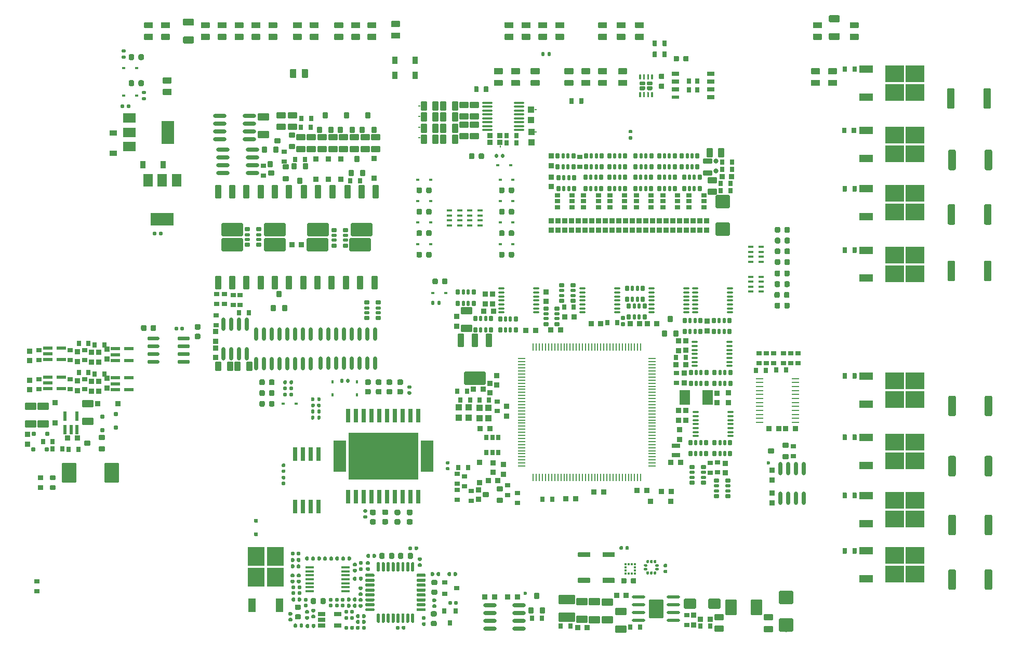
<source format=gtp>
G75*
G70*
%OFA0B0*%
%FSLAX25Y25*%
%IPPOS*%
%LPD*%
%AMOC8*
5,1,8,0,0,1.08239X$1,22.5*
%
%AMM1*
21,1,0.070870,0.036220,0.000000,0.000000,0.000000*
21,1,0.061810,0.045280,0.000000,0.000000,0.000000*
1,1,0.009060,0.030910,-0.018110*
1,1,0.009060,-0.030910,-0.018110*
1,1,0.009060,-0.030910,0.018110*
1,1,0.009060,0.030910,0.018110*
%
%AMM10*
21,1,0.033470,0.026770,0.000000,0.000000,90.000000*
21,1,0.026770,0.033470,0.000000,0.000000,90.000000*
1,1,0.006690,0.013390,0.013390*
1,1,0.006690,0.013390,-0.013390*
1,1,0.006690,-0.013390,-0.013390*
1,1,0.006690,-0.013390,0.013390*
%
%AMM11*
21,1,0.035830,0.026770,0.000000,0.000000,90.000000*
21,1,0.029130,0.033470,0.000000,0.000000,90.000000*
1,1,0.006690,0.013390,0.014570*
1,1,0.006690,0.013390,-0.014570*
1,1,0.006690,-0.013390,-0.014570*
1,1,0.006690,-0.013390,0.014570*
%
%AMM139*
21,1,0.035430,0.030320,-0.000000,-0.000000,0.000000*
21,1,0.028350,0.037400,-0.000000,-0.000000,0.000000*
1,1,0.007090,0.014170,-0.015160*
1,1,0.007090,-0.014170,-0.015160*
1,1,0.007090,-0.014170,0.015160*
1,1,0.007090,0.014170,0.015160*
%
%AMM140*
21,1,0.033470,0.026770,-0.000000,-0.000000,180.000000*
21,1,0.026770,0.033470,-0.000000,-0.000000,180.000000*
1,1,0.006690,-0.013390,0.013390*
1,1,0.006690,0.013390,0.013390*
1,1,0.006690,0.013390,-0.013390*
1,1,0.006690,-0.013390,-0.013390*
%
%AMM141*
21,1,0.027560,0.030710,-0.000000,-0.000000,0.000000*
21,1,0.022050,0.036220,-0.000000,-0.000000,0.000000*
1,1,0.005510,0.011020,-0.015350*
1,1,0.005510,-0.011020,-0.015350*
1,1,0.005510,-0.011020,0.015350*
1,1,0.005510,0.011020,0.015350*
%
%AMM145*
21,1,0.035430,0.030320,0.000000,-0.000000,90.000000*
21,1,0.028350,0.037400,0.000000,-0.000000,90.000000*
1,1,0.007090,0.015160,0.014170*
1,1,0.007090,0.015160,-0.014170*
1,1,0.007090,-0.015160,-0.014170*
1,1,0.007090,-0.015160,0.014170*
%
%AMM146*
21,1,0.033470,0.026770,0.000000,-0.000000,270.000000*
21,1,0.026770,0.033470,0.000000,-0.000000,270.000000*
1,1,0.006690,-0.013390,-0.013390*
1,1,0.006690,-0.013390,0.013390*
1,1,0.006690,0.013390,0.013390*
1,1,0.006690,0.013390,-0.013390*
%
%AMM147*
21,1,0.027560,0.030710,0.000000,-0.000000,90.000000*
21,1,0.022050,0.036220,0.000000,-0.000000,90.000000*
1,1,0.005510,0.015350,0.011020*
1,1,0.005510,0.015350,-0.011020*
1,1,0.005510,-0.015350,-0.011020*
1,1,0.005510,-0.015350,0.011020*
%
%AMM171*
21,1,0.039370,0.049210,-0.000000,-0.000000,270.000000*
21,1,0.031500,0.057090,-0.000000,-0.000000,270.000000*
1,1,0.007870,-0.024610,-0.015750*
1,1,0.007870,-0.024610,0.015750*
1,1,0.007870,0.024610,0.015750*
1,1,0.007870,0.024610,-0.015750*
%
%AMM172*
21,1,0.106300,0.050390,-0.000000,-0.000000,180.000000*
21,1,0.093700,0.062990,-0.000000,-0.000000,180.000000*
1,1,0.012600,-0.046850,0.025200*
1,1,0.012600,0.046850,0.025200*
1,1,0.012600,0.046850,-0.025200*
1,1,0.012600,-0.046850,-0.025200*
%
%AMM173*
21,1,0.074800,0.083460,-0.000000,-0.000000,0.000000*
21,1,0.059840,0.098430,-0.000000,-0.000000,0.000000*
1,1,0.014960,0.029920,-0.041730*
1,1,0.014960,-0.029920,-0.041730*
1,1,0.014960,-0.029920,0.041730*
1,1,0.014960,0.029920,0.041730*
%
%AMM174*
21,1,0.033470,0.026770,-0.000000,-0.000000,0.000000*
21,1,0.026770,0.033470,-0.000000,-0.000000,0.000000*
1,1,0.006690,0.013390,-0.013390*
1,1,0.006690,-0.013390,-0.013390*
1,1,0.006690,-0.013390,0.013390*
1,1,0.006690,0.013390,0.013390*
%
%AMM175*
21,1,0.033470,0.026770,-0.000000,-0.000000,90.000000*
21,1,0.026770,0.033470,-0.000000,-0.000000,90.000000*
1,1,0.006690,0.013390,0.013390*
1,1,0.006690,0.013390,-0.013390*
1,1,0.006690,-0.013390,-0.013390*
1,1,0.006690,-0.013390,0.013390*
%
%AMM176*
21,1,0.122050,0.075590,-0.000000,-0.000000,90.000000*
21,1,0.103150,0.094490,-0.000000,-0.000000,90.000000*
1,1,0.018900,0.037800,0.051580*
1,1,0.018900,0.037800,-0.051580*
1,1,0.018900,-0.037800,-0.051580*
1,1,0.018900,-0.037800,0.051580*
%
%AMM177*
21,1,0.078740,0.053540,-0.000000,-0.000000,0.000000*
21,1,0.065350,0.066930,-0.000000,-0.000000,0.000000*
1,1,0.013390,0.032680,-0.026770*
1,1,0.013390,-0.032680,-0.026770*
1,1,0.013390,-0.032680,0.026770*
1,1,0.013390,0.032680,0.026770*
%
%AMM178*
21,1,0.070870,0.036220,-0.000000,-0.000000,0.000000*
21,1,0.061810,0.045280,-0.000000,-0.000000,0.000000*
1,1,0.009060,0.030910,-0.018110*
1,1,0.009060,-0.030910,-0.018110*
1,1,0.009060,-0.030910,0.018110*
1,1,0.009060,0.030910,0.018110*
%
%AMM179*
21,1,0.086610,0.073230,-0.000000,-0.000000,270.000000*
21,1,0.069290,0.090550,-0.000000,-0.000000,270.000000*
1,1,0.017320,-0.036610,-0.034650*
1,1,0.017320,-0.036610,0.034650*
1,1,0.017320,0.036610,0.034650*
1,1,0.017320,0.036610,-0.034650*
%
%AMM180*
21,1,0.027560,0.030710,-0.000000,-0.000000,270.000000*
21,1,0.022050,0.036220,-0.000000,-0.000000,270.000000*
1,1,0.005510,-0.015350,-0.011020*
1,1,0.005510,-0.015350,0.011020*
1,1,0.005510,0.015350,0.011020*
1,1,0.005510,0.015350,-0.011020*
%
%AMM195*
21,1,0.039370,0.049210,-0.000000,-0.000000,180.000000*
21,1,0.031500,0.057090,-0.000000,-0.000000,180.000000*
1,1,0.007870,-0.015750,0.024610*
1,1,0.007870,0.015750,0.024610*
1,1,0.007870,0.015750,-0.024610*
1,1,0.007870,-0.015750,-0.024610*
%
%AMM196*
21,1,0.039370,0.035430,-0.000000,-0.000000,90.000000*
21,1,0.031500,0.043310,-0.000000,-0.000000,90.000000*
1,1,0.007870,0.017720,0.015750*
1,1,0.007870,0.017720,-0.015750*
1,1,0.007870,-0.017720,-0.015750*
1,1,0.007870,-0.017720,0.015750*
%
%AMM2*
21,1,0.033470,0.026770,0.000000,0.000000,180.000000*
21,1,0.026770,0.033470,0.000000,0.000000,180.000000*
1,1,0.006690,-0.013390,0.013390*
1,1,0.006690,0.013390,0.013390*
1,1,0.006690,0.013390,-0.013390*
1,1,0.006690,-0.013390,-0.013390*
%
%AMM220*
21,1,0.035430,0.050000,-0.000000,-0.000000,90.000000*
21,1,0.028350,0.057090,-0.000000,-0.000000,90.000000*
1,1,0.007090,0.025000,0.014170*
1,1,0.007090,0.025000,-0.014170*
1,1,0.007090,-0.025000,-0.014170*
1,1,0.007090,-0.025000,0.014170*
%
%AMM221*
21,1,0.086610,0.073230,-0.000000,-0.000000,90.000000*
21,1,0.069290,0.090550,-0.000000,-0.000000,90.000000*
1,1,0.017320,0.036610,0.034650*
1,1,0.017320,0.036610,-0.034650*
1,1,0.017320,-0.036610,-0.034650*
1,1,0.017320,-0.036610,0.034650*
%
%AMM222*
21,1,0.039370,0.049210,-0.000000,-0.000000,0.000000*
21,1,0.031500,0.057090,-0.000000,-0.000000,0.000000*
1,1,0.007870,0.015750,-0.024610*
1,1,0.007870,-0.015750,-0.024610*
1,1,0.007870,-0.015750,0.024610*
1,1,0.007870,0.015750,0.024610*
%
%AMM223*
21,1,0.023620,0.030710,-0.000000,-0.000000,270.000000*
21,1,0.018900,0.035430,-0.000000,-0.000000,270.000000*
1,1,0.004720,-0.015350,-0.009450*
1,1,0.004720,-0.015350,0.009450*
1,1,0.004720,0.015350,0.009450*
1,1,0.004720,0.015350,-0.009450*
%
%AMM224*
21,1,0.025590,0.026380,-0.000000,-0.000000,180.000000*
21,1,0.020470,0.031500,-0.000000,-0.000000,180.000000*
1,1,0.005120,-0.010240,0.013190*
1,1,0.005120,0.010240,0.013190*
1,1,0.005120,0.010240,-0.013190*
1,1,0.005120,-0.010240,-0.013190*
%
%AMM225*
21,1,0.017720,0.027950,-0.000000,-0.000000,180.000000*
21,1,0.014170,0.031500,-0.000000,-0.000000,180.000000*
1,1,0.003540,-0.007090,0.013980*
1,1,0.003540,0.007090,0.013980*
1,1,0.003540,0.007090,-0.013980*
1,1,0.003540,-0.007090,-0.013980*
%
%AMM226*
21,1,0.027560,0.030710,-0.000000,-0.000000,180.000000*
21,1,0.022050,0.036220,-0.000000,-0.000000,180.000000*
1,1,0.005510,-0.011020,0.015350*
1,1,0.005510,0.011020,0.015350*
1,1,0.005510,0.011020,-0.015350*
1,1,0.005510,-0.011020,-0.015350*
%
%AMM26*
21,1,0.027560,0.030710,0.000000,0.000000,180.000000*
21,1,0.022050,0.036220,0.000000,0.000000,180.000000*
1,1,0.005510,-0.011020,0.015350*
1,1,0.005510,0.011020,0.015350*
1,1,0.005510,0.011020,-0.015350*
1,1,0.005510,-0.011020,-0.015350*
%
%AMM263*
21,1,0.035430,0.030320,-0.000000,-0.000000,90.000000*
21,1,0.028350,0.037400,-0.000000,-0.000000,90.000000*
1,1,0.007090,0.015160,0.014170*
1,1,0.007090,0.015160,-0.014170*
1,1,0.007090,-0.015160,-0.014170*
1,1,0.007090,-0.015160,0.014170*
%
%AMM264*
21,1,0.035430,0.030320,-0.000000,-0.000000,180.000000*
21,1,0.028350,0.037400,-0.000000,-0.000000,180.000000*
1,1,0.007090,-0.014170,0.015160*
1,1,0.007090,0.014170,0.015160*
1,1,0.007090,0.014170,-0.015160*
1,1,0.007090,-0.014170,-0.015160*
%
%AMM265*
21,1,0.070870,0.036220,-0.000000,-0.000000,180.000000*
21,1,0.061810,0.045280,-0.000000,-0.000000,180.000000*
1,1,0.009060,-0.030910,0.018110*
1,1,0.009060,0.030910,0.018110*
1,1,0.009060,0.030910,-0.018110*
1,1,0.009060,-0.030910,-0.018110*
%
%AMM266*
21,1,0.043310,0.075980,-0.000000,-0.000000,0.000000*
21,1,0.034650,0.084650,-0.000000,-0.000000,0.000000*
1,1,0.008660,0.017320,-0.037990*
1,1,0.008660,-0.017320,-0.037990*
1,1,0.008660,-0.017320,0.037990*
1,1,0.008660,0.017320,0.037990*
%
%AMM267*
21,1,0.043310,0.075990,-0.000000,-0.000000,0.000000*
21,1,0.034650,0.084650,-0.000000,-0.000000,0.000000*
1,1,0.008660,0.017320,-0.037990*
1,1,0.008660,-0.017320,-0.037990*
1,1,0.008660,-0.017320,0.037990*
1,1,0.008660,0.017320,0.037990*
%
%AMM268*
21,1,0.137800,0.067720,-0.000000,-0.000000,0.000000*
21,1,0.120870,0.084650,-0.000000,-0.000000,0.000000*
1,1,0.016930,0.060430,-0.033860*
1,1,0.016930,-0.060430,-0.033860*
1,1,0.016930,-0.060430,0.033860*
1,1,0.016930,0.060430,0.033860*
%
%AMM269*
21,1,0.025590,0.026380,-0.000000,-0.000000,270.000000*
21,1,0.020470,0.031500,-0.000000,-0.000000,270.000000*
1,1,0.005120,-0.013190,-0.010240*
1,1,0.005120,-0.013190,0.010240*
1,1,0.005120,0.013190,0.010240*
1,1,0.005120,0.013190,-0.010240*
%
%AMM270*
21,1,0.017720,0.027950,-0.000000,-0.000000,270.000000*
21,1,0.014170,0.031500,-0.000000,-0.000000,270.000000*
1,1,0.003540,-0.013980,-0.007090*
1,1,0.003540,-0.013980,0.007090*
1,1,0.003540,0.013980,0.007090*
1,1,0.003540,0.013980,-0.007090*
%
%AMM271*
21,1,0.035830,0.026770,-0.000000,-0.000000,270.000000*
21,1,0.029130,0.033470,-0.000000,-0.000000,270.000000*
1,1,0.006690,-0.013390,-0.014570*
1,1,0.006690,-0.013390,0.014570*
1,1,0.006690,0.013390,0.014570*
1,1,0.006690,0.013390,-0.014570*
%
%AMM288*
21,1,0.027560,0.030710,-0.000000,-0.000000,90.000000*
21,1,0.022050,0.036220,-0.000000,-0.000000,90.000000*
1,1,0.005510,0.015350,0.011020*
1,1,0.005510,0.015350,-0.011020*
1,1,0.005510,-0.015350,-0.011020*
1,1,0.005510,-0.015350,0.011020*
%
%AMM3*
21,1,0.035430,0.030320,0.000000,0.000000,90.000000*
21,1,0.028350,0.037400,0.000000,0.000000,90.000000*
1,1,0.007090,0.015160,0.014170*
1,1,0.007090,0.015160,-0.014170*
1,1,0.007090,-0.015160,-0.014170*
1,1,0.007090,-0.015160,0.014170*
%
%AMM328*
21,1,0.033470,0.026770,-0.000000,-0.000000,270.000000*
21,1,0.026770,0.033470,-0.000000,-0.000000,270.000000*
1,1,0.006690,-0.013390,-0.013390*
1,1,0.006690,-0.013390,0.013390*
1,1,0.006690,0.013390,0.013390*
1,1,0.006690,0.013390,-0.013390*
%
%AMM329*
21,1,0.023620,0.030710,-0.000000,-0.000000,0.000000*
21,1,0.018900,0.035430,-0.000000,-0.000000,0.000000*
1,1,0.004720,0.009450,-0.015350*
1,1,0.004720,-0.009450,-0.015350*
1,1,0.004720,-0.009450,0.015350*
1,1,0.004720,0.009450,0.015350*
%
%AMM33*
21,1,0.033470,0.026770,0.000000,0.000000,270.000000*
21,1,0.026770,0.033470,0.000000,0.000000,270.000000*
1,1,0.006690,-0.013390,-0.013390*
1,1,0.006690,-0.013390,0.013390*
1,1,0.006690,0.013390,0.013390*
1,1,0.006690,0.013390,-0.013390*
%
%AMM330*
21,1,0.027560,0.018900,-0.000000,-0.000000,0.000000*
21,1,0.022840,0.023620,-0.000000,-0.000000,0.000000*
1,1,0.004720,0.011420,-0.009450*
1,1,0.004720,-0.011420,-0.009450*
1,1,0.004720,-0.011420,0.009450*
1,1,0.004720,0.011420,0.009450*
%
%AMM331*
21,1,0.137800,0.067720,-0.000000,-0.000000,180.000000*
21,1,0.120870,0.084650,-0.000000,-0.000000,180.000000*
1,1,0.016930,-0.060430,0.033860*
1,1,0.016930,0.060430,0.033860*
1,1,0.016930,0.060430,-0.033860*
1,1,0.016930,-0.060430,-0.033860*
%
%AMM332*
21,1,0.043310,0.075980,-0.000000,-0.000000,180.000000*
21,1,0.034650,0.084650,-0.000000,-0.000000,180.000000*
1,1,0.008660,-0.017320,0.037990*
1,1,0.008660,0.017320,0.037990*
1,1,0.008660,0.017320,-0.037990*
1,1,0.008660,-0.017320,-0.037990*
%
%AMM333*
21,1,0.043310,0.075990,-0.000000,-0.000000,180.000000*
21,1,0.034650,0.084650,-0.000000,-0.000000,180.000000*
1,1,0.008660,-0.017320,0.037990*
1,1,0.008660,0.017320,0.037990*
1,1,0.008660,0.017320,-0.037990*
1,1,0.008660,-0.017320,-0.037990*
%
%AMM334*
21,1,0.035830,0.026770,-0.000000,-0.000000,90.000000*
21,1,0.029130,0.033470,-0.000000,-0.000000,90.000000*
1,1,0.006690,0.013390,0.014570*
1,1,0.006690,0.013390,-0.014570*
1,1,0.006690,-0.013390,-0.014570*
1,1,0.006690,-0.013390,0.014570*
%
%AMM335*
21,1,0.025590,0.026380,-0.000000,-0.000000,90.000000*
21,1,0.020470,0.031500,-0.000000,-0.000000,90.000000*
1,1,0.005120,0.013190,0.010240*
1,1,0.005120,0.013190,-0.010240*
1,1,0.005120,-0.013190,-0.010240*
1,1,0.005120,-0.013190,0.010240*
%
%AMM336*
21,1,0.017720,0.027950,-0.000000,-0.000000,90.000000*
21,1,0.014170,0.031500,-0.000000,-0.000000,90.000000*
1,1,0.003540,0.013980,0.007090*
1,1,0.003540,0.013980,-0.007090*
1,1,0.003540,-0.013980,-0.007090*
1,1,0.003540,-0.013980,0.007090*
%
%AMM337*
21,1,0.027560,0.049610,-0.000000,-0.000000,90.000000*
21,1,0.022050,0.055120,-0.000000,-0.000000,90.000000*
1,1,0.005510,0.024800,0.011020*
1,1,0.005510,0.024800,-0.011020*
1,1,0.005510,-0.024800,-0.011020*
1,1,0.005510,-0.024800,0.011020*
%
%AMM338*
21,1,0.035830,0.026770,-0.000000,-0.000000,0.000000*
21,1,0.029130,0.033470,-0.000000,-0.000000,0.000000*
1,1,0.006690,0.014570,-0.013390*
1,1,0.006690,-0.014570,-0.013390*
1,1,0.006690,-0.014570,0.013390*
1,1,0.006690,0.014570,0.013390*
%
%AMM4*
21,1,0.021650,0.052760,0.000000,0.000000,0.000000*
21,1,0.017320,0.057090,0.000000,0.000000,0.000000*
1,1,0.004330,0.008660,-0.026380*
1,1,0.004330,-0.008660,-0.026380*
1,1,0.004330,-0.008660,0.026380*
1,1,0.004330,0.008660,0.026380*
%
%AMM5*
21,1,0.094490,0.111020,0.000000,0.000000,180.000000*
21,1,0.075590,0.129920,0.000000,0.000000,180.000000*
1,1,0.018900,-0.037800,0.055510*
1,1,0.018900,0.037800,0.055510*
1,1,0.018900,0.037800,-0.055510*
1,1,0.018900,-0.037800,-0.055510*
%
%AMM6*
21,1,0.023620,0.018900,0.000000,0.000000,270.000000*
21,1,0.018900,0.023620,0.000000,0.000000,270.000000*
1,1,0.004720,-0.009450,-0.009450*
1,1,0.004720,-0.009450,0.009450*
1,1,0.004720,0.009450,0.009450*
1,1,0.004720,0.009450,-0.009450*
%
%AMM7*
21,1,0.035830,0.026770,0.000000,0.000000,0.000000*
21,1,0.029130,0.033470,0.000000,0.000000,0.000000*
1,1,0.006690,0.014570,-0.013390*
1,1,0.006690,-0.014570,-0.013390*
1,1,0.006690,-0.014570,0.013390*
1,1,0.006690,0.014570,0.013390*
%
%AMM71*
21,1,0.021650,0.052760,0.000000,0.000000,270.000000*
21,1,0.017320,0.057090,0.000000,0.000000,270.000000*
1,1,0.004330,-0.026380,-0.008660*
1,1,0.004330,-0.026380,0.008660*
1,1,0.004330,0.026380,0.008660*
1,1,0.004330,0.026380,-0.008660*
%
%AMM72*
21,1,0.027560,0.030710,0.000000,0.000000,270.000000*
21,1,0.022050,0.036220,0.000000,0.000000,270.000000*
1,1,0.005510,-0.015350,-0.011020*
1,1,0.005510,-0.015350,0.011020*
1,1,0.005510,0.015350,0.011020*
1,1,0.005510,0.015350,-0.011020*
%
%AMM8*
21,1,0.023620,0.018900,0.000000,0.000000,180.000000*
21,1,0.018900,0.023620,0.000000,0.000000,180.000000*
1,1,0.004720,-0.009450,0.009450*
1,1,0.004720,0.009450,0.009450*
1,1,0.004720,0.009450,-0.009450*
1,1,0.004720,-0.009450,-0.009450*
%
%AMM9*
21,1,0.027560,0.030710,0.000000,0.000000,0.000000*
21,1,0.022050,0.036220,0.000000,0.000000,0.000000*
1,1,0.005510,0.011020,-0.015350*
1,1,0.005510,-0.011020,-0.015350*
1,1,0.005510,-0.011020,0.015350*
1,1,0.005510,0.011020,0.015350*
%
%ADD100R,0.07874X0.14961*%
%ADD101R,0.01772X0.02362*%
%ADD102R,0.04724X0.03543*%
%ADD103C,0.03150*%
%ADD110R,0.12008X0.10827*%
%ADD111O,0.00000X0.00000*%
%ADD112R,0.03130X0.03543*%
%ADD14R,0.08661X0.04724*%
%ADD142M1*%
%ADD143M2*%
%ADD144M3*%
%ADD145M4*%
%ADD146M5*%
%ADD147M6*%
%ADD148M7*%
%ADD149M8*%
%ADD150M9*%
%ADD151M10*%
%ADD152M11*%
%ADD174O,0.08661X0.02362*%
%ADD176M26*%
%ADD177O,0.01968X0.00984*%
%ADD178O,0.00984X0.01968*%
%ADD18R,0.02520X0.08504*%
%ADD185R,0.04724X0.08661*%
%ADD187R,0.03543X0.03150*%
%ADD188R,0.05709X0.01772*%
%ADD189R,0.04803X0.02559*%
%ADD190R,0.03150X0.03543*%
%ADD196R,0.10827X0.12008*%
%ADD20R,0.02362X0.01772*%
%ADD201M33*%
%ADD202O,0.08661X0.01968*%
%ADD208O,0.01968X0.03937*%
%ADD22R,0.03543X0.04724*%
%ADD222O,0.07087X0.01378*%
%ADD249M71*%
%ADD250M72*%
%ADD260O,0.02362X0.08661*%
%ADD27R,0.03543X0.01575*%
%ADD280O,0.04961X0.00984*%
%ADD286O,0.05118X0.00866*%
%ADD287O,0.00866X0.05118*%
%ADD292O,0.04331X0.01181*%
%ADD293R,0.06693X0.09449*%
%ADD30R,0.03150X0.08661*%
%ADD31R,0.08000X0.20000*%
%ADD33R,0.45000X0.30000*%
%ADD346M139*%
%ADD347M140*%
%ADD348M141*%
%ADD352M145*%
%ADD353M146*%
%ADD354M147*%
%ADD37O,0.01969X0.00984*%
%ADD39O,0.00984X0.01969*%
%ADD399M171*%
%ADD40C,0.02362*%
%ADD400M172*%
%ADD401M173*%
%ADD402M174*%
%ADD403M175*%
%ADD404M176*%
%ADD405M177*%
%ADD406M178*%
%ADD407M179*%
%ADD408M180*%
%ADD41R,0.01378X0.01476*%
%ADD42R,0.01476X0.01378*%
%ADD429M195*%
%ADD430M196*%
%ADD454M220*%
%ADD455M221*%
%ADD456M222*%
%ADD457M223*%
%ADD458M224*%
%ADD459M225*%
%ADD460M226*%
%ADD512M263*%
%ADD513M264*%
%ADD514M265*%
%ADD515M266*%
%ADD516M267*%
%ADD517M268*%
%ADD518M269*%
%ADD519M270*%
%ADD520M271*%
%ADD541M288*%
%ADD585M328*%
%ADD586M329*%
%ADD587M330*%
%ADD588M331*%
%ADD589M332*%
%ADD590M333*%
%ADD591M334*%
%ADD592M335*%
%ADD593M336*%
%ADD594M337*%
%ADD595M338*%
%ADD64R,0.05157X0.02559*%
%ADD65R,0.05157X0.02362*%
%ADD93R,0.05906X0.07874*%
%ADD94R,0.14961X0.07874*%
%ADD99R,0.07874X0.05906*%
X0000000Y0000000D02*
%LPD*%
G01*
G36*
G01*
X0079926Y0393593D02*
X0084847Y0393593D01*
G75*
G02*
X0085241Y0393200I0000000J-000394D01*
G01*
X0085241Y0390050D01*
G75*
G02*
X0084847Y0389656I-000394J0000000D01*
G01*
X0079926Y0389656D01*
G75*
G02*
X0079532Y0390050I0000000J0000394D01*
G01*
X0079532Y0393200D01*
G75*
G02*
X0079926Y0393593I0000394J0000000D01*
G01*
G37*
G36*
G01*
X0079926Y0386113D02*
X0084847Y0386113D01*
G75*
G02*
X0085241Y0385719I0000000J-000394D01*
G01*
X0085241Y0382570D01*
G75*
G02*
X0084847Y0382176I-000394J0000000D01*
G01*
X0079926Y0382176D01*
G75*
G02*
X0079532Y0382570I0000000J0000394D01*
G01*
X0079532Y0385719D01*
G75*
G02*
X0079926Y0386113I0000394J0000000D01*
G01*
G37*
G36*
G01*
X0116344Y0393593D02*
X0121265Y0393593D01*
G75*
G02*
X0121658Y0393200I0000000J-000394D01*
G01*
X0121658Y0390050D01*
G75*
G02*
X0121265Y0389656I-000394J0000000D01*
G01*
X0116344Y0389656D01*
G75*
G02*
X0115950Y0390050I0000000J0000394D01*
G01*
X0115950Y0393200D01*
G75*
G02*
X0116344Y0393593I0000394J0000000D01*
G01*
G37*
G36*
G01*
X0116344Y0386113D02*
X0121265Y0386113D01*
G75*
G02*
X0121658Y0385719I0000000J-000394D01*
G01*
X0121658Y0382570D01*
G75*
G02*
X0121265Y0382176I-000394J0000000D01*
G01*
X0116344Y0382176D01*
G75*
G02*
X0115950Y0382570I0000000J0000394D01*
G01*
X0115950Y0385719D01*
G75*
G02*
X0116344Y0386113I0000394J0000000D01*
G01*
G37*
G36*
G01*
X0137997Y0393593D02*
X0142918Y0393593D01*
G75*
G02*
X0143312Y0393200I0000000J-000394D01*
G01*
X0143312Y0390050D01*
G75*
G02*
X0142918Y0389656I-000394J0000000D01*
G01*
X0137997Y0389656D01*
G75*
G02*
X0137603Y0390050I0000000J0000394D01*
G01*
X0137603Y0393200D01*
G75*
G02*
X0137997Y0393593I0000394J0000000D01*
G01*
G37*
G36*
G01*
X0137997Y0386113D02*
X0142918Y0386113D01*
G75*
G02*
X0143312Y0385719I0000000J-000394D01*
G01*
X0143312Y0382570D01*
G75*
G02*
X0142918Y0382176I-000394J0000000D01*
G01*
X0137997Y0382176D01*
G75*
G02*
X0137603Y0382570I0000000J0000394D01*
G01*
X0137603Y0385719D01*
G75*
G02*
X0137997Y0386113I0000394J0000000D01*
G01*
G37*
G36*
G01*
X0175399Y0393593D02*
X0180320Y0393593D01*
G75*
G02*
X0180714Y0393200I0000000J-000394D01*
G01*
X0180714Y0390050D01*
G75*
G02*
X0180320Y0389656I-000394J0000000D01*
G01*
X0175399Y0389656D01*
G75*
G02*
X0175005Y0390050I0000000J0000394D01*
G01*
X0175005Y0393200D01*
G75*
G02*
X0175399Y0393593I0000394J0000000D01*
G01*
G37*
G36*
G01*
X0175399Y0386113D02*
X0180320Y0386113D01*
G75*
G02*
X0180714Y0385719I0000000J-000394D01*
G01*
X0180714Y0382570D01*
G75*
G02*
X0180320Y0382176I-000394J0000000D01*
G01*
X0175399Y0382176D01*
G75*
G02*
X0175005Y0382570I0000000J0000394D01*
G01*
X0175005Y0385719D01*
G75*
G02*
X0175399Y0386113I0000394J0000000D01*
G01*
G37*
G36*
G01*
X0201973Y0393593D02*
X0206895Y0393593D01*
G75*
G02*
X0207288Y0393200I0000000J-000394D01*
G01*
X0207288Y0390050D01*
G75*
G02*
X0206895Y0389656I-000394J0000000D01*
G01*
X0201973Y0389656D01*
G75*
G02*
X0201580Y0390050I0000000J0000394D01*
G01*
X0201580Y0393200D01*
G75*
G02*
X0201973Y0393593I0000394J0000000D01*
G01*
G37*
G36*
G01*
X0201973Y0386113D02*
X0206895Y0386113D01*
G75*
G02*
X0207288Y0385719I0000000J-000394D01*
G01*
X0207288Y0382570D01*
G75*
G02*
X0206895Y0382176I-000394J0000000D01*
G01*
X0201973Y0382176D01*
G75*
G02*
X0201580Y0382570I0000000J0000394D01*
G01*
X0201580Y0385719D01*
G75*
G02*
X0201973Y0386113I0000394J0000000D01*
G01*
G37*
G36*
G01*
X0332879Y0393593D02*
X0337800Y0393593D01*
G75*
G02*
X0338194Y0393200I0000000J-000394D01*
G01*
X0338194Y0390050D01*
G75*
G02*
X0337800Y0389656I-000394J0000000D01*
G01*
X0332879Y0389656D01*
G75*
G02*
X0332485Y0390050I0000000J0000394D01*
G01*
X0332485Y0393200D01*
G75*
G02*
X0332879Y0393593I0000394J0000000D01*
G01*
G37*
G36*
G01*
X0332879Y0386113D02*
X0337800Y0386113D01*
G75*
G02*
X0338194Y0385719I0000000J-000394D01*
G01*
X0338194Y0382570D01*
G75*
G02*
X0337800Y0382176I-000394J0000000D01*
G01*
X0332879Y0382176D01*
G75*
G02*
X0332485Y0382570I0000000J0000394D01*
G01*
X0332485Y0385719D01*
G75*
G02*
X0332879Y0386113I0000394J0000000D01*
G01*
G37*
G36*
G01*
X0343706Y0393593D02*
X0348627Y0393593D01*
G75*
G02*
X0349021Y0393200I0000000J-000394D01*
G01*
X0349021Y0390050D01*
G75*
G02*
X0348627Y0389656I-000394J0000000D01*
G01*
X0343706Y0389656D01*
G75*
G02*
X0343312Y0390050I0000000J0000394D01*
G01*
X0343312Y0393200D01*
G75*
G02*
X0343706Y0393593I0000394J0000000D01*
G01*
G37*
G36*
G01*
X0343706Y0386113D02*
X0348627Y0386113D01*
G75*
G02*
X0349021Y0385719I0000000J-000394D01*
G01*
X0349021Y0382570D01*
G75*
G02*
X0348627Y0382176I-000394J0000000D01*
G01*
X0343706Y0382176D01*
G75*
G02*
X0343312Y0382570I0000000J0000394D01*
G01*
X0343312Y0385719D01*
G75*
G02*
X0343706Y0386113I0000394J0000000D01*
G01*
G37*
G36*
G01*
X0371265Y0364066D02*
X0376186Y0364066D01*
G75*
G02*
X0376580Y0363672I0000000J-000394D01*
G01*
X0376580Y0360523D01*
G75*
G02*
X0376186Y0360129I-000394J0000000D01*
G01*
X0371265Y0360129D01*
G75*
G02*
X0370871Y0360523I0000000J0000394D01*
G01*
X0370871Y0363672D01*
G75*
G02*
X0371265Y0364066I0000394J0000000D01*
G01*
G37*
G36*
G01*
X0371265Y0356586D02*
X0376186Y0356586D01*
G75*
G02*
X0376580Y0356192I0000000J-000394D01*
G01*
X0376580Y0353042D01*
G75*
G02*
X0376186Y0352649I-000394J0000000D01*
G01*
X0371265Y0352649D01*
G75*
G02*
X0370871Y0353042I0000000J0000394D01*
G01*
X0370871Y0356192D01*
G75*
G02*
X0371265Y0356586I0000394J0000000D01*
G01*
G37*
G36*
G01*
X0384060Y0364066D02*
X0388981Y0364066D01*
G75*
G02*
X0389375Y0363672I0000000J-000394D01*
G01*
X0389375Y0360523D01*
G75*
G02*
X0388981Y0360129I-000394J0000000D01*
G01*
X0384060Y0360129D01*
G75*
G02*
X0383666Y0360523I0000000J0000394D01*
G01*
X0383666Y0363672D01*
G75*
G02*
X0384060Y0364066I0000394J0000000D01*
G01*
G37*
G36*
G01*
X0384060Y0356586D02*
X0388981Y0356586D01*
G75*
G02*
X0389375Y0356192I0000000J-000394D01*
G01*
X0389375Y0353042D01*
G75*
G02*
X0388981Y0352649I-000394J0000000D01*
G01*
X0384060Y0352649D01*
G75*
G02*
X0383666Y0353042I0000000J0000394D01*
G01*
X0383666Y0356192D01*
G75*
G02*
X0384060Y0356586I0000394J0000000D01*
G01*
G37*
G36*
G01*
X0509060Y0393593D02*
X0513981Y0393593D01*
G75*
G02*
X0514375Y0393200I0000000J-000394D01*
G01*
X0514375Y0390050D01*
G75*
G02*
X0513981Y0389656I-000394J0000000D01*
G01*
X0509060Y0389656D01*
G75*
G02*
X0508666Y0390050I0000000J0000394D01*
G01*
X0508666Y0393200D01*
G75*
G02*
X0509060Y0393593I0000394J0000000D01*
G01*
G37*
G36*
G01*
X0509060Y0386113D02*
X0513981Y0386113D01*
G75*
G02*
X0514375Y0385719I0000000J-000394D01*
G01*
X0514375Y0382570D01*
G75*
G02*
X0513981Y0382176I-000394J0000000D01*
G01*
X0509060Y0382176D01*
G75*
G02*
X0508666Y0382570I0000000J0000394D01*
G01*
X0508666Y0385719D01*
G75*
G02*
X0509060Y0386113I0000394J0000000D01*
G01*
G37*
G36*
G01*
X0532682Y0393593D02*
X0537603Y0393593D01*
G75*
G02*
X0537997Y0393200I0000000J-000394D01*
G01*
X0537997Y0390050D01*
G75*
G02*
X0537603Y0389656I-000394J0000000D01*
G01*
X0532682Y0389656D01*
G75*
G02*
X0532288Y0390050I0000000J0000394D01*
G01*
X0532288Y0393200D01*
G75*
G02*
X0532682Y0393593I0000394J0000000D01*
G01*
G37*
G36*
G01*
X0532682Y0386113D02*
X0537603Y0386113D01*
G75*
G02*
X0537997Y0385719I0000000J-000394D01*
G01*
X0537997Y0382570D01*
G75*
G02*
X0537603Y0382176I-000394J0000000D01*
G01*
X0532682Y0382176D01*
G75*
G02*
X0532288Y0382570I0000000J0000394D01*
G01*
X0532288Y0385719D01*
G75*
G02*
X0532682Y0386113I0000394J0000000D01*
G01*
G37*
G36*
G01*
X0090753Y0393593D02*
X0095674Y0393593D01*
G75*
G02*
X0096068Y0393200I0000000J-000394D01*
G01*
X0096068Y0390050D01*
G75*
G02*
X0095674Y0389656I-000394J0000000D01*
G01*
X0090753Y0389656D01*
G75*
G02*
X0090359Y0390050I0000000J0000394D01*
G01*
X0090359Y0393200D01*
G75*
G02*
X0090753Y0393593I0000394J0000000D01*
G01*
G37*
G36*
G01*
X0090753Y0386113D02*
X0095674Y0386113D01*
G75*
G02*
X0096068Y0385719I0000000J-000394D01*
G01*
X0096068Y0382570D01*
G75*
G02*
X0095674Y0382176I-000394J0000000D01*
G01*
X0090753Y0382176D01*
G75*
G02*
X0090359Y0382570I0000000J0000394D01*
G01*
X0090359Y0385719D01*
G75*
G02*
X0090753Y0386113I0000394J0000000D01*
G01*
G37*
G36*
G01*
X0127170Y0393593D02*
X0132092Y0393593D01*
G75*
G02*
X0132485Y0393200I0000000J-000394D01*
G01*
X0132485Y0390050D01*
G75*
G02*
X0132092Y0389656I-000394J0000000D01*
G01*
X0127170Y0389656D01*
G75*
G02*
X0126777Y0390050I0000000J0000394D01*
G01*
X0126777Y0393200D01*
G75*
G02*
X0127170Y0393593I0000394J0000000D01*
G01*
G37*
G36*
G01*
X0127170Y0386113D02*
X0132092Y0386113D01*
G75*
G02*
X0132485Y0385719I0000000J-000394D01*
G01*
X0132485Y0382570D01*
G75*
G02*
X0132092Y0382176I-000394J0000000D01*
G01*
X0127170Y0382176D01*
G75*
G02*
X0126777Y0382570I0000000J0000394D01*
G01*
X0126777Y0385719D01*
G75*
G02*
X0127170Y0386113I0000394J0000000D01*
G01*
G37*
G36*
G01*
X0159651Y0393593D02*
X0164572Y0393593D01*
G75*
G02*
X0164966Y0393200I0000000J-000394D01*
G01*
X0164966Y0390050D01*
G75*
G02*
X0164572Y0389656I-000394J0000000D01*
G01*
X0159651Y0389656D01*
G75*
G02*
X0159257Y0390050I0000000J0000394D01*
G01*
X0159257Y0393200D01*
G75*
G02*
X0159651Y0393593I0000394J0000000D01*
G01*
G37*
G36*
G01*
X0159651Y0386113D02*
X0164572Y0386113D01*
G75*
G02*
X0164966Y0385719I0000000J-000394D01*
G01*
X0164966Y0382570D01*
G75*
G02*
X0164572Y0382176I-000394J0000000D01*
G01*
X0159651Y0382176D01*
G75*
G02*
X0159257Y0382570I0000000J0000394D01*
G01*
X0159257Y0385719D01*
G75*
G02*
X0159651Y0386113I0000394J0000000D01*
G01*
G37*
G36*
G01*
X0186225Y0393593D02*
X0191147Y0393593D01*
G75*
G02*
X0191540Y0393200I0000000J-000394D01*
G01*
X0191540Y0390050D01*
G75*
G02*
X0191147Y0389656I-000394J0000000D01*
G01*
X0186225Y0389656D01*
G75*
G02*
X0185832Y0390050I0000000J0000394D01*
G01*
X0185832Y0393200D01*
G75*
G02*
X0186225Y0393593I0000394J0000000D01*
G01*
G37*
G36*
G01*
X0186225Y0386113D02*
X0191147Y0386113D01*
G75*
G02*
X0191540Y0385719I0000000J-000394D01*
G01*
X0191540Y0382570D01*
G75*
G02*
X0191147Y0382176I-000394J0000000D01*
G01*
X0186225Y0382176D01*
G75*
G02*
X0185832Y0382570I0000000J0000394D01*
G01*
X0185832Y0385719D01*
G75*
G02*
X0186225Y0386113I0000394J0000000D01*
G01*
G37*
G36*
G01*
X0223233Y0393593D02*
X0228155Y0393593D01*
G75*
G02*
X0228548Y0393200I0000000J-000394D01*
G01*
X0228548Y0390050D01*
G75*
G02*
X0228155Y0389656I-000394J0000000D01*
G01*
X0223233Y0389656D01*
G75*
G02*
X0222840Y0390050I0000000J0000394D01*
G01*
X0222840Y0393200D01*
G75*
G02*
X0223233Y0393593I0000394J0000000D01*
G01*
G37*
G36*
G01*
X0223233Y0386113D02*
X0228155Y0386113D01*
G75*
G02*
X0228548Y0385719I0000000J-000394D01*
G01*
X0228548Y0382570D01*
G75*
G02*
X0228155Y0382176I-000394J0000000D01*
G01*
X0223233Y0382176D01*
G75*
G02*
X0222840Y0382570I0000000J0000394D01*
G01*
X0222840Y0385719D01*
G75*
G02*
X0223233Y0386113I0000394J0000000D01*
G01*
G37*
G36*
G01*
X0304336Y0364066D02*
X0309257Y0364066D01*
G75*
G02*
X0309651Y0363672I0000000J-000394D01*
G01*
X0309651Y0360523D01*
G75*
G02*
X0309257Y0360129I-000394J0000000D01*
G01*
X0304336Y0360129D01*
G75*
G02*
X0303942Y0360523I0000000J0000394D01*
G01*
X0303942Y0363672D01*
G75*
G02*
X0304336Y0364066I0000394J0000000D01*
G01*
G37*
G36*
G01*
X0304336Y0356586D02*
X0309257Y0356586D01*
G75*
G02*
X0309651Y0356192I0000000J-000394D01*
G01*
X0309651Y0353042D01*
G75*
G02*
X0309257Y0352649I-000394J0000000D01*
G01*
X0304336Y0352649D01*
G75*
G02*
X0303942Y0353042I0000000J0000394D01*
G01*
X0303942Y0356192D01*
G75*
G02*
X0304336Y0356586I0000394J0000000D01*
G01*
G37*
G36*
G01*
X0315359Y0364066D02*
X0320281Y0364066D01*
G75*
G02*
X0320674Y0363672I0000000J-000394D01*
G01*
X0320674Y0360523D01*
G75*
G02*
X0320281Y0360129I-000394J0000000D01*
G01*
X0315359Y0360129D01*
G75*
G02*
X0314966Y0360523I0000000J0000394D01*
G01*
X0314966Y0363672D01*
G75*
G02*
X0315359Y0364066I0000394J0000000D01*
G01*
G37*
G36*
G01*
X0315359Y0356586D02*
X0320281Y0356586D01*
G75*
G02*
X0320674Y0356192I0000000J-000394D01*
G01*
X0320674Y0353042D01*
G75*
G02*
X0320281Y0352649I-000394J0000000D01*
G01*
X0315359Y0352649D01*
G75*
G02*
X0314966Y0353042I0000000J0000394D01*
G01*
X0314966Y0356192D01*
G75*
G02*
X0315359Y0356586I0000394J0000000D01*
G01*
G37*
G36*
G01*
X0322052Y0393593D02*
X0326973Y0393593D01*
G75*
G02*
X0327367Y0393200I0000000J-000394D01*
G01*
X0327367Y0390050D01*
G75*
G02*
X0326973Y0389656I-000394J0000000D01*
G01*
X0322052Y0389656D01*
G75*
G02*
X0321658Y0390050I0000000J0000394D01*
G01*
X0321658Y0393200D01*
G75*
G02*
X0322052Y0393593I0000394J0000000D01*
G01*
G37*
G36*
G01*
X0322052Y0386113D02*
X0326973Y0386113D01*
G75*
G02*
X0327367Y0385719I0000000J-000394D01*
G01*
X0327367Y0382570D01*
G75*
G02*
X0326973Y0382176I-000394J0000000D01*
G01*
X0322052Y0382176D01*
G75*
G02*
X0321658Y0382570I0000000J0000394D01*
G01*
X0321658Y0385719D01*
G75*
G02*
X0322052Y0386113I0000394J0000000D01*
G01*
G37*
G36*
G01*
X0349611Y0364066D02*
X0354532Y0364066D01*
G75*
G02*
X0354926Y0363672I0000000J-000394D01*
G01*
X0354926Y0360523D01*
G75*
G02*
X0354532Y0360129I-000394J0000000D01*
G01*
X0349611Y0360129D01*
G75*
G02*
X0349218Y0360523I0000000J0000394D01*
G01*
X0349218Y0363672D01*
G75*
G02*
X0349611Y0364066I0000394J0000000D01*
G01*
G37*
G36*
G01*
X0349611Y0356586D02*
X0354532Y0356586D01*
G75*
G02*
X0354926Y0356192I0000000J-000394D01*
G01*
X0354926Y0353042D01*
G75*
G02*
X0354532Y0352649I-000394J0000000D01*
G01*
X0349611Y0352649D01*
G75*
G02*
X0349218Y0353042I0000000J0000394D01*
G01*
X0349218Y0356192D01*
G75*
G02*
X0349611Y0356586I0000394J0000000D01*
G01*
G37*
G36*
G01*
X0360438Y0364066D02*
X0365359Y0364066D01*
G75*
G02*
X0365753Y0363672I0000000J-000394D01*
G01*
X0365753Y0360523D01*
G75*
G02*
X0365359Y0360129I-000394J0000000D01*
G01*
X0360438Y0360129D01*
G75*
G02*
X0360044Y0360523I0000000J0000394D01*
G01*
X0360044Y0363672D01*
G75*
G02*
X0360438Y0364066I0000394J0000000D01*
G01*
G37*
G36*
G01*
X0360438Y0356586D02*
X0365359Y0356586D01*
G75*
G02*
X0365753Y0356192I0000000J-000394D01*
G01*
X0365753Y0353042D01*
G75*
G02*
X0365359Y0352649I-000394J0000000D01*
G01*
X0360438Y0352649D01*
G75*
G02*
X0360044Y0353042I0000000J0000394D01*
G01*
X0360044Y0356192D01*
G75*
G02*
X0360438Y0356586I0000394J0000000D01*
G01*
G37*
G36*
G01*
X0518804Y0394401D02*
X0518804Y0397117D01*
G75*
G02*
X0519710Y0398023I0000906J0000000D01*
G01*
X0524985Y0398023D01*
G75*
G02*
X0525891Y0397117I0000000J-000906D01*
G01*
X0525891Y0394401D01*
G75*
G02*
X0524985Y0393495I-000906J0000000D01*
G01*
X0519710Y0393495D01*
G75*
G02*
X0518804Y0394401I0000000J0000906D01*
G01*
G37*
G36*
G01*
X0518804Y0382983D02*
X0518804Y0385700D01*
G75*
G02*
X0519710Y0386605I0000906J0000000D01*
G01*
X0524985Y0386605D01*
G75*
G02*
X0525891Y0385700I0000000J-000906D01*
G01*
X0525891Y0382983D01*
G75*
G02*
X0524985Y0382078I-000906J0000000D01*
G01*
X0519710Y0382078D01*
G75*
G02*
X0518804Y0382983I0000000J0000906D01*
G01*
G37*
G36*
G01*
X0104434Y0392235D02*
X0104434Y0394952D01*
G75*
G02*
X0105340Y0395857I0000906J0000000D01*
G01*
X0110615Y0395857D01*
G75*
G02*
X0111521Y0394952I0000000J-000906D01*
G01*
X0111521Y0392235D01*
G75*
G02*
X0110615Y0391330I-000906J0000000D01*
G01*
X0105340Y0391330D01*
G75*
G02*
X0104434Y0392235I0000000J0000906D01*
G01*
G37*
G36*
G01*
X0104434Y0380818D02*
X0104434Y0383534D01*
G75*
G02*
X0105340Y0384440I0000906J0000000D01*
G01*
X0110615Y0384440D01*
G75*
G02*
X0111521Y0383534I0000000J-000906D01*
G01*
X0111521Y0380818D01*
G75*
G02*
X0110615Y0379912I-000906J0000000D01*
G01*
X0105340Y0379912D01*
G75*
G02*
X0104434Y0380818I0000000J0000906D01*
G01*
G37*
G36*
G01*
X0327958Y0364066D02*
X0332879Y0364066D01*
G75*
G02*
X0333273Y0363672I0000000J-000394D01*
G01*
X0333273Y0360523D01*
G75*
G02*
X0332879Y0360129I-000394J0000000D01*
G01*
X0327958Y0360129D01*
G75*
G02*
X0327564Y0360523I0000000J0000394D01*
G01*
X0327564Y0363672D01*
G75*
G02*
X0327958Y0364066I0000394J0000000D01*
G01*
G37*
G36*
G01*
X0327958Y0356586D02*
X0332879Y0356586D01*
G75*
G02*
X0333273Y0356192I0000000J-000394D01*
G01*
X0333273Y0353042D01*
G75*
G02*
X0332879Y0352649I-000394J0000000D01*
G01*
X0327958Y0352649D01*
G75*
G02*
X0327564Y0353042I0000000J0000394D01*
G01*
X0327564Y0356192D01*
G75*
G02*
X0327958Y0356586I0000394J0000000D01*
G01*
G37*
G36*
G01*
X0371265Y0393593D02*
X0376186Y0393593D01*
G75*
G02*
X0376580Y0393200I0000000J-000394D01*
G01*
X0376580Y0390050D01*
G75*
G02*
X0376186Y0389656I-000394J0000000D01*
G01*
X0371265Y0389656D01*
G75*
G02*
X0370871Y0390050I0000000J0000394D01*
G01*
X0370871Y0393200D01*
G75*
G02*
X0371265Y0393593I0000394J0000000D01*
G01*
G37*
G36*
G01*
X0371265Y0386113D02*
X0376186Y0386113D01*
G75*
G02*
X0376580Y0385719I0000000J-000394D01*
G01*
X0376580Y0382570D01*
G75*
G02*
X0376186Y0382176I-000394J0000000D01*
G01*
X0371265Y0382176D01*
G75*
G02*
X0370871Y0382570I0000000J0000394D01*
G01*
X0370871Y0385719D01*
G75*
G02*
X0371265Y0386113I0000394J0000000D01*
G01*
G37*
G36*
G01*
X0394887Y0393593D02*
X0399808Y0393593D01*
G75*
G02*
X0400202Y0393200I0000000J-000394D01*
G01*
X0400202Y0390050D01*
G75*
G02*
X0399808Y0389656I-000394J0000000D01*
G01*
X0394887Y0389656D01*
G75*
G02*
X0394493Y0390050I0000000J0000394D01*
G01*
X0394493Y0393200D01*
G75*
G02*
X0394887Y0393593I0000394J0000000D01*
G01*
G37*
G36*
G01*
X0394887Y0386113D02*
X0399808Y0386113D01*
G75*
G02*
X0400202Y0385719I0000000J-000394D01*
G01*
X0400202Y0382570D01*
G75*
G02*
X0399808Y0382176I-000394J0000000D01*
G01*
X0394887Y0382176D01*
G75*
G02*
X0394493Y0382570I0000000J0000394D01*
G01*
X0394493Y0385719D01*
G75*
G02*
X0394887Y0386113I0000394J0000000D01*
G01*
G37*
G36*
G01*
X0518706Y0364066D02*
X0523627Y0364066D01*
G75*
G02*
X0524021Y0363672I0000000J-000394D01*
G01*
X0524021Y0360523D01*
G75*
G02*
X0523627Y0360129I-000394J0000000D01*
G01*
X0518706Y0360129D01*
G75*
G02*
X0518312Y0360523I0000000J0000394D01*
G01*
X0518312Y0363672D01*
G75*
G02*
X0518706Y0364066I0000394J0000000D01*
G01*
G37*
G36*
G01*
X0518706Y0356586D02*
X0523627Y0356586D01*
G75*
G02*
X0524021Y0356192I0000000J-000394D01*
G01*
X0524021Y0353042D01*
G75*
G02*
X0523627Y0352649I-000394J0000000D01*
G01*
X0518706Y0352649D01*
G75*
G02*
X0518312Y0353042I0000000J0000394D01*
G01*
X0518312Y0356192D01*
G75*
G02*
X0518706Y0356586I0000394J0000000D01*
G01*
G37*
G36*
G01*
X0507879Y0364066D02*
X0512800Y0364066D01*
G75*
G02*
X0513194Y0363672I0000000J-000394D01*
G01*
X0513194Y0360523D01*
G75*
G02*
X0512800Y0360129I-000394J0000000D01*
G01*
X0507879Y0360129D01*
G75*
G02*
X0507485Y0360523I0000000J0000394D01*
G01*
X0507485Y0363672D01*
G75*
G02*
X0507879Y0364066I0000394J0000000D01*
G01*
G37*
G36*
G01*
X0507879Y0356586D02*
X0512800Y0356586D01*
G75*
G02*
X0513194Y0356192I0000000J-000394D01*
G01*
X0513194Y0353042D01*
G75*
G02*
X0512800Y0352649I-000394J0000000D01*
G01*
X0507879Y0352649D01*
G75*
G02*
X0507485Y0353042I0000000J0000394D01*
G01*
X0507485Y0356192D01*
G75*
G02*
X0507879Y0356586I0000394J0000000D01*
G01*
G37*
G36*
G01*
X0148824Y0393593D02*
X0153745Y0393593D01*
G75*
G02*
X0154139Y0393200I0000000J-000394D01*
G01*
X0154139Y0390050D01*
G75*
G02*
X0153745Y0389656I-000394J0000000D01*
G01*
X0148824Y0389656D01*
G75*
G02*
X0148430Y0390050I0000000J0000394D01*
G01*
X0148430Y0393200D01*
G75*
G02*
X0148824Y0393593I0000394J0000000D01*
G01*
G37*
G36*
G01*
X0148824Y0386113D02*
X0153745Y0386113D01*
G75*
G02*
X0154139Y0385719I0000000J-000394D01*
G01*
X0154139Y0382570D01*
G75*
G02*
X0153745Y0382176I-000394J0000000D01*
G01*
X0148824Y0382176D01*
G75*
G02*
X0148430Y0382570I0000000J0000394D01*
G01*
X0148430Y0385719D01*
G75*
G02*
X0148824Y0386113I0000394J0000000D01*
G01*
G37*
D110*
X0561024Y0124204D03*
X0561024Y0112196D03*
X0574213Y0124204D03*
X0574213Y0112196D03*
D14*
X0542815Y0127176D03*
X0542815Y0109223D03*
D110*
X0561024Y0360424D03*
X0561024Y0348416D03*
X0574213Y0360424D03*
X0574213Y0348416D03*
D14*
X0542815Y0363397D03*
X0542815Y0345444D03*
D110*
X0561024Y0163574D03*
X0561024Y0151566D03*
X0574213Y0163574D03*
X0574213Y0151566D03*
D14*
X0542815Y0166546D03*
X0542815Y0148593D03*
D110*
X0561024Y0321054D03*
X0561024Y0309046D03*
X0574213Y0321054D03*
X0574213Y0309046D03*
D14*
X0542815Y0324027D03*
X0542815Y0306074D03*
D110*
X0561024Y0244282D03*
X0561024Y0232275D03*
X0574213Y0244282D03*
X0574213Y0232275D03*
D14*
X0542815Y0247255D03*
X0542815Y0229302D03*
D110*
X0561024Y0283653D03*
X0561024Y0271645D03*
X0574213Y0283653D03*
X0574213Y0271645D03*
D14*
X0542815Y0286625D03*
X0542815Y0268672D03*
G36*
G01*
X0168332Y0102491D02*
X0169670Y0102491D01*
G75*
G02*
X0170221Y0101940I0000000J-000551D01*
G01*
X0170221Y0100838D01*
G75*
G02*
X0169670Y0100286I-000551J0000000D01*
G01*
X0168332Y0100286D01*
G75*
G02*
X0167781Y0100838I0000000J0000551D01*
G01*
X0167781Y0101940D01*
G75*
G02*
X0168332Y0102491I0000551J0000000D01*
G01*
G37*
G36*
G01*
X0168332Y0098712D02*
X0169670Y0098712D01*
G75*
G02*
X0170221Y0098160I0000000J-000551D01*
G01*
X0170221Y0097058D01*
G75*
G02*
X0169670Y0096507I-000551J0000000D01*
G01*
X0168332Y0096507D01*
G75*
G02*
X0167781Y0097058I0000000J0000551D01*
G01*
X0167781Y0098160D01*
G75*
G02*
X0168332Y0098712I0000551J0000000D01*
G01*
G37*
G36*
G01*
X0169670Y0104381D02*
X0168332Y0104381D01*
G75*
G02*
X0167781Y0104932I0000000J0000551D01*
G01*
X0167781Y0106034D01*
G75*
G02*
X0168332Y0106586I0000551J0000000D01*
G01*
X0169670Y0106586D01*
G75*
G02*
X0170221Y0106034I0000000J-000551D01*
G01*
X0170221Y0104932D01*
G75*
G02*
X0169670Y0104381I-000551J0000000D01*
G01*
G37*
G36*
G01*
X0169670Y0108160D02*
X0168332Y0108160D01*
G75*
G02*
X0167781Y0108712I0000000J0000551D01*
G01*
X0167781Y0109814D01*
G75*
G02*
X0168332Y0110365I0000551J0000000D01*
G01*
X0169670Y0110365D01*
G75*
G02*
X0170221Y0109814I0000000J-000551D01*
G01*
X0170221Y0108712D01*
G75*
G02*
X0169670Y0108160I-000551J0000000D01*
G01*
G37*
D18*
X0176265Y0082688D03*
X0181265Y0082688D03*
X0186265Y0082688D03*
X0191265Y0082688D03*
X0191265Y0116310D03*
X0186265Y0116310D03*
X0181265Y0116310D03*
X0176265Y0116310D03*
G36*
G01*
X0064552Y0338928D02*
X0064552Y0340385D01*
G75*
G02*
X0065084Y0340916I0000531J0000000D01*
G01*
X0066147Y0340916D01*
G75*
G02*
X0066678Y0340385I0000000J-000531D01*
G01*
X0066678Y0338928D01*
G75*
G02*
X0066147Y0338397I-000531J0000000D01*
G01*
X0065084Y0338397D01*
G75*
G02*
X0064552Y0338928I0000000J0000531D01*
G01*
G37*
G36*
G01*
X0068568Y0338928D02*
X0068568Y0340385D01*
G75*
G02*
X0069099Y0340916I0000531J0000000D01*
G01*
X0070162Y0340916D01*
G75*
G02*
X0070694Y0340385I0000000J-000531D01*
G01*
X0070694Y0338928D01*
G75*
G02*
X0070162Y0338397I-000531J0000000D01*
G01*
X0069099Y0338397D01*
G75*
G02*
X0068568Y0338928I0000000J0000531D01*
G01*
G37*
D20*
X0263292Y0278830D03*
X0255025Y0278830D03*
G36*
G01*
X0595477Y0065345D02*
X0595477Y0076566D01*
G75*
G02*
X0596462Y0077550I0000984J0000000D01*
G01*
X0599316Y0077550D01*
G75*
G02*
X0600300Y0076566I0000000J-000984D01*
G01*
X0600300Y0065345D01*
G75*
G02*
X0599316Y0064361I-000984J0000000D01*
G01*
X0596462Y0064361D01*
G75*
G02*
X0595477Y0065345I0000000J0000984D01*
G01*
G37*
G36*
G01*
X0618804Y0065345D02*
X0618804Y0076566D01*
G75*
G02*
X0619788Y0077550I0000984J0000000D01*
G01*
X0622643Y0077550D01*
G75*
G02*
X0623627Y0076566I0000000J-000984D01*
G01*
X0623627Y0065345D01*
G75*
G02*
X0622643Y0064361I-000984J0000000D01*
G01*
X0619788Y0064361D01*
G75*
G02*
X0618804Y0065345I0000000J0000984D01*
G01*
G37*
G36*
G01*
X0484208Y0259317D02*
X0484208Y0261335D01*
G75*
G02*
X0485069Y0262196I0000861J0000000D01*
G01*
X0486791Y0262196D01*
G75*
G02*
X0487653Y0261335I0000000J-000861D01*
G01*
X0487653Y0259317D01*
G75*
G02*
X0486791Y0258456I-000861J0000000D01*
G01*
X0485069Y0258456D01*
G75*
G02*
X0484208Y0259317I0000000J0000861D01*
G01*
G37*
G36*
G01*
X0490408Y0259317D02*
X0490408Y0261335D01*
G75*
G02*
X0491270Y0262196I0000861J0000000D01*
G01*
X0492992Y0262196D01*
G75*
G02*
X0493853Y0261335I0000000J-000861D01*
G01*
X0493853Y0259317D01*
G75*
G02*
X0492992Y0258456I-000861J0000000D01*
G01*
X0491270Y0258456D01*
G75*
G02*
X0490408Y0259317I0000000J0000861D01*
G01*
G37*
G36*
G01*
X0254336Y0257152D02*
X0254336Y0259169D01*
G75*
G02*
X0255197Y0260030I0000861J0000000D01*
G01*
X0256919Y0260030D01*
G75*
G02*
X0257781Y0259169I0000000J-000861D01*
G01*
X0257781Y0257152D01*
G75*
G02*
X0256919Y0256290I-000861J0000000D01*
G01*
X0255197Y0256290D01*
G75*
G02*
X0254336Y0257152I0000000J0000861D01*
G01*
G37*
G36*
G01*
X0260536Y0257152D02*
X0260536Y0259169D01*
G75*
G02*
X0261398Y0260030I0000861J0000000D01*
G01*
X0263120Y0260030D01*
G75*
G02*
X0263981Y0259169I0000000J-000861D01*
G01*
X0263981Y0257152D01*
G75*
G02*
X0263120Y0256290I-000861J0000000D01*
G01*
X0261398Y0256290D01*
G75*
G02*
X0260536Y0257152I0000000J0000861D01*
G01*
G37*
D22*
X0078844Y0302255D03*
X0091836Y0302255D03*
G36*
G01*
X0316934Y0272949D02*
X0316934Y0270931D01*
G75*
G02*
X0316073Y0270070I-000861J0000000D01*
G01*
X0314350Y0270070D01*
G75*
G02*
X0313489Y0270931I0000000J0000861D01*
G01*
X0313489Y0272949D01*
G75*
G02*
X0314350Y0273810I0000861J0000000D01*
G01*
X0316073Y0273810D01*
G75*
G02*
X0316934Y0272949I0000000J-000861D01*
G01*
G37*
G36*
G01*
X0310733Y0272949D02*
X0310733Y0270931D01*
G75*
G02*
X0309872Y0270070I-000861J0000000D01*
G01*
X0308150Y0270070D01*
G75*
G02*
X0307288Y0270931I0000000J0000861D01*
G01*
X0307288Y0272949D01*
G75*
G02*
X0308150Y0273810I0000861J0000000D01*
G01*
X0309872Y0273810D01*
G75*
G02*
X0310733Y0272949I0000000J-000861D01*
G01*
G37*
G36*
G01*
X0390910Y0324420D02*
X0392367Y0324420D01*
G75*
G02*
X0392899Y0323889I0000000J-000531D01*
G01*
X0392899Y0322826D01*
G75*
G02*
X0392367Y0322294I-000531J0000000D01*
G01*
X0390910Y0322294D01*
G75*
G02*
X0390379Y0322826I0000000J0000531D01*
G01*
X0390379Y0323889D01*
G75*
G02*
X0390910Y0324420I0000531J0000000D01*
G01*
G37*
G36*
G01*
X0390910Y0320405D02*
X0392367Y0320405D01*
G75*
G02*
X0392899Y0319873I0000000J-000531D01*
G01*
X0392899Y0318810D01*
G75*
G02*
X0392367Y0318279I-000531J0000000D01*
G01*
X0390910Y0318279D01*
G75*
G02*
X0390379Y0318810I0000000J0000531D01*
G01*
X0390379Y0319873D01*
G75*
G02*
X0390910Y0320405I0000531J0000000D01*
G01*
G37*
G36*
G01*
X0241068Y0080818D02*
X0243036Y0080818D01*
G75*
G02*
X0243922Y0079932I0000000J-000886D01*
G01*
X0243922Y0078160D01*
G75*
G02*
X0243036Y0077275I-000886J0000000D01*
G01*
X0241068Y0077275D01*
G75*
G02*
X0240182Y0078160I0000000J0000886D01*
G01*
X0240182Y0079932D01*
G75*
G02*
X0241068Y0080818I0000886J0000000D01*
G01*
G37*
G36*
G01*
X0241068Y0074716D02*
X0243036Y0074716D01*
G75*
G02*
X0243922Y0073830I0000000J-000886D01*
G01*
X0243922Y0072058D01*
G75*
G02*
X0243036Y0071172I-000886J0000000D01*
G01*
X0241068Y0071172D01*
G75*
G02*
X0240182Y0072058I0000000J0000886D01*
G01*
X0240182Y0073830D01*
G75*
G02*
X0241068Y0074716I0000886J0000000D01*
G01*
G37*
G36*
G01*
X0254336Y0243372D02*
X0254336Y0245390D01*
G75*
G02*
X0255197Y0246251I0000861J0000000D01*
G01*
X0256919Y0246251D01*
G75*
G02*
X0257781Y0245390I0000000J-000861D01*
G01*
X0257781Y0243372D01*
G75*
G02*
X0256919Y0242511I-000861J0000000D01*
G01*
X0255197Y0242511D01*
G75*
G02*
X0254336Y0243372I0000000J0000861D01*
G01*
G37*
G36*
G01*
X0260536Y0243372D02*
X0260536Y0245390D01*
G75*
G02*
X0261398Y0246251I0000861J0000000D01*
G01*
X0263120Y0246251D01*
G75*
G02*
X0263981Y0245390I0000000J-000861D01*
G01*
X0263981Y0243372D01*
G75*
G02*
X0263120Y0242511I-000861J0000000D01*
G01*
X0261398Y0242511D01*
G75*
G02*
X0260536Y0243372I0000000J0000861D01*
G01*
G37*
D20*
X0066442Y0346546D03*
X0074710Y0346546D03*
G36*
G01*
X0168883Y0153889D02*
X0168883Y0155345D01*
G75*
G02*
X0169414Y0155877I0000531J0000000D01*
G01*
X0170477Y0155877D01*
G75*
G02*
X0171009Y0155345I0000000J-000531D01*
G01*
X0171009Y0153889D01*
G75*
G02*
X0170477Y0153357I-000531J0000000D01*
G01*
X0169414Y0153357D01*
G75*
G02*
X0168883Y0153889I0000000J0000531D01*
G01*
G37*
G36*
G01*
X0172899Y0153889D02*
X0172899Y0155345D01*
G75*
G02*
X0173430Y0155877I0000531J0000000D01*
G01*
X0174493Y0155877D01*
G75*
G02*
X0175025Y0155345I0000000J-000531D01*
G01*
X0175025Y0153889D01*
G75*
G02*
X0174493Y0153357I-000531J0000000D01*
G01*
X0173430Y0153357D01*
G75*
G02*
X0172899Y0153889I0000000J0000531D01*
G01*
G37*
D27*
X0282190Y0263279D03*
X0282190Y0266428D03*
X0282190Y0269578D03*
X0282190Y0272727D03*
X0275497Y0272727D03*
X0275497Y0269578D03*
X0275497Y0266428D03*
X0275497Y0263279D03*
D110*
X0561024Y0086802D03*
X0561024Y0074794D03*
X0574213Y0086802D03*
X0574213Y0074794D03*
D14*
X0542815Y0089775D03*
X0542815Y0071822D03*
G36*
G01*
X0254336Y0270931D02*
X0254336Y0272949D01*
G75*
G02*
X0255197Y0273810I0000861J0000000D01*
G01*
X0256919Y0273810D01*
G75*
G02*
X0257781Y0272949I0000000J-000861D01*
G01*
X0257781Y0270931D01*
G75*
G02*
X0256919Y0270070I-000861J0000000D01*
G01*
X0255197Y0270070D01*
G75*
G02*
X0254336Y0270931I0000000J0000861D01*
G01*
G37*
G36*
G01*
X0260536Y0270931D02*
X0260536Y0272949D01*
G75*
G02*
X0261398Y0273810I0000861J0000000D01*
G01*
X0263120Y0273810D01*
G75*
G02*
X0263981Y0272949I0000000J-000861D01*
G01*
X0263981Y0270931D01*
G75*
G02*
X0263120Y0270070I-000861J0000000D01*
G01*
X0261398Y0270070D01*
G75*
G02*
X0260536Y0270931I0000000J0000861D01*
G01*
G37*
G36*
G01*
X0595084Y0228338D02*
X0595084Y0239558D01*
G75*
G02*
X0596068Y0240542I0000984J0000000D01*
G01*
X0598922Y0240542D01*
G75*
G02*
X0599907Y0239558I0000000J-000984D01*
G01*
X0599907Y0228338D01*
G75*
G02*
X0598922Y0227353I-000984J0000000D01*
G01*
X0596068Y0227353D01*
G75*
G02*
X0595084Y0228338I0000000J0000984D01*
G01*
G37*
G36*
G01*
X0618410Y0228338D02*
X0618410Y0239558D01*
G75*
G02*
X0619395Y0240542I0000984J0000000D01*
G01*
X0622249Y0240542D01*
G75*
G02*
X0623233Y0239558I0000000J-000984D01*
G01*
X0623233Y0228338D01*
G75*
G02*
X0622249Y0227353I-000984J0000000D01*
G01*
X0619395Y0227353D01*
G75*
G02*
X0618410Y0228338I0000000J0000984D01*
G01*
G37*
G36*
G01*
X0264523Y0226246D02*
X0264523Y0228264D01*
G75*
G02*
X0265384Y0229125I0000861J0000000D01*
G01*
X0267106Y0229125D01*
G75*
G02*
X0267968Y0228264I0000000J-000861D01*
G01*
X0267968Y0226246D01*
G75*
G02*
X0267106Y0225385I-000861J0000000D01*
G01*
X0265384Y0225385D01*
G75*
G02*
X0264523Y0226246I0000000J0000861D01*
G01*
G37*
G36*
G01*
X0270723Y0226246D02*
X0270723Y0228264D01*
G75*
G02*
X0271585Y0229125I0000861J0000000D01*
G01*
X0273307Y0229125D01*
G75*
G02*
X0274168Y0228264I0000000J-000861D01*
G01*
X0274168Y0226246D01*
G75*
G02*
X0273307Y0225385I-000861J0000000D01*
G01*
X0271585Y0225385D01*
G75*
G02*
X0270723Y0226246I0000000J0000861D01*
G01*
G37*
G36*
G01*
X0224119Y0154716D02*
X0222151Y0154716D01*
G75*
G02*
X0221265Y0155601I0000000J0000886D01*
G01*
X0221265Y0157373D01*
G75*
G02*
X0222151Y0158259I0000886J0000000D01*
G01*
X0224119Y0158259D01*
G75*
G02*
X0225005Y0157373I0000000J-000886D01*
G01*
X0225005Y0155601D01*
G75*
G02*
X0224119Y0154716I-000886J0000000D01*
G01*
G37*
G36*
G01*
X0224119Y0160818D02*
X0222151Y0160818D01*
G75*
G02*
X0221265Y0161704I0000000J0000886D01*
G01*
X0221265Y0163475D01*
G75*
G02*
X0222151Y0164361I0000886J0000000D01*
G01*
X0224119Y0164361D01*
G75*
G02*
X0225005Y0163475I0000000J-000886D01*
G01*
X0225005Y0161704D01*
G75*
G02*
X0224119Y0160818I-000886J0000000D01*
G01*
G37*
G36*
G01*
X0168883Y0161763D02*
X0168883Y0163219D01*
G75*
G02*
X0169414Y0163751I0000531J0000000D01*
G01*
X0170477Y0163751D01*
G75*
G02*
X0171009Y0163219I0000000J-000531D01*
G01*
X0171009Y0161763D01*
G75*
G02*
X0170477Y0161231I-000531J0000000D01*
G01*
X0169414Y0161231D01*
G75*
G02*
X0168883Y0161763I0000000J0000531D01*
G01*
G37*
G36*
G01*
X0172899Y0161763D02*
X0172899Y0163219D01*
G75*
G02*
X0173430Y0163751I0000531J0000000D01*
G01*
X0174493Y0163751D01*
G75*
G02*
X0175025Y0163219I0000000J-000531D01*
G01*
X0175025Y0161763D01*
G75*
G02*
X0174493Y0161231I-000531J0000000D01*
G01*
X0173430Y0161231D01*
G75*
G02*
X0172899Y0161763I0000000J0000531D01*
G01*
G37*
G36*
G01*
X0484208Y0245537D02*
X0484208Y0247555D01*
G75*
G02*
X0485069Y0248416I0000861J0000000D01*
G01*
X0486791Y0248416D01*
G75*
G02*
X0487653Y0247555I0000000J-000861D01*
G01*
X0487653Y0245537D01*
G75*
G02*
X0486791Y0244676I-000861J0000000D01*
G01*
X0485069Y0244676D01*
G75*
G02*
X0484208Y0245537I0000000J0000861D01*
G01*
G37*
G36*
G01*
X0490408Y0245537D02*
X0490408Y0247555D01*
G75*
G02*
X0491270Y0248416I0000861J0000000D01*
G01*
X0492992Y0248416D01*
G75*
G02*
X0493853Y0247555I0000000J-000861D01*
G01*
X0493853Y0245537D01*
G75*
G02*
X0492992Y0244676I-000861J0000000D01*
G01*
X0491270Y0244676D01*
G75*
G02*
X0490408Y0245537I0000000J0000861D01*
G01*
G37*
G36*
G01*
X0237899Y0154716D02*
X0235930Y0154716D01*
G75*
G02*
X0235044Y0155601I0000000J0000886D01*
G01*
X0235044Y0157373D01*
G75*
G02*
X0235930Y0158259I0000886J0000000D01*
G01*
X0237899Y0158259D01*
G75*
G02*
X0238784Y0157373I0000000J-000886D01*
G01*
X0238784Y0155601D01*
G75*
G02*
X0237899Y0154716I-000886J0000000D01*
G01*
G37*
G36*
G01*
X0237899Y0160818D02*
X0235930Y0160818D01*
G75*
G02*
X0235044Y0161704I0000000J0000886D01*
G01*
X0235044Y0163475D01*
G75*
G02*
X0235930Y0164361I0000886J0000000D01*
G01*
X0237899Y0164361D01*
G75*
G02*
X0238784Y0163475I0000000J-000886D01*
G01*
X0238784Y0161704D01*
G75*
G02*
X0237899Y0160818I-000886J0000000D01*
G01*
G37*
G36*
G01*
X0233194Y0080916D02*
X0235162Y0080916D01*
G75*
G02*
X0236048Y0080030I0000000J-000886D01*
G01*
X0236048Y0078259D01*
G75*
G02*
X0235162Y0077373I-000886J0000000D01*
G01*
X0233194Y0077373D01*
G75*
G02*
X0232308Y0078259I0000000J0000886D01*
G01*
X0232308Y0080030D01*
G75*
G02*
X0233194Y0080916I0000886J0000000D01*
G01*
G37*
G36*
G01*
X0233194Y0074814D02*
X0235162Y0074814D01*
G75*
G02*
X0236048Y0073928I0000000J-000886D01*
G01*
X0236048Y0072156D01*
G75*
G02*
X0235162Y0071271I-000886J0000000D01*
G01*
X0233194Y0071271D01*
G75*
G02*
X0232308Y0072156I0000000J0000886D01*
G01*
X0232308Y0073928D01*
G75*
G02*
X0233194Y0074814I0000886J0000000D01*
G01*
G37*
G36*
G01*
X0311225Y0393593D02*
X0316147Y0393593D01*
G75*
G02*
X0316540Y0393200I0000000J-000394D01*
G01*
X0316540Y0390050D01*
G75*
G02*
X0316147Y0389656I-000394J0000000D01*
G01*
X0311225Y0389656D01*
G75*
G02*
X0310832Y0390050I0000000J0000394D01*
G01*
X0310832Y0393200D01*
G75*
G02*
X0311225Y0393593I0000394J0000000D01*
G01*
G37*
G36*
G01*
X0311225Y0386113D02*
X0316147Y0386113D01*
G75*
G02*
X0316540Y0385719I0000000J-000394D01*
G01*
X0316540Y0382570D01*
G75*
G02*
X0316147Y0382176I-000394J0000000D01*
G01*
X0311225Y0382176D01*
G75*
G02*
X0310832Y0382570I0000000J0000394D01*
G01*
X0310832Y0385719D01*
G75*
G02*
X0311225Y0386113I0000394J0000000D01*
G01*
G37*
G36*
G01*
X0211363Y0164145D02*
X0211363Y0162806D01*
G75*
G02*
X0210812Y0162255I-000551J0000000D01*
G01*
X0209710Y0162255D01*
G75*
G02*
X0209158Y0162806I0000000J0000551D01*
G01*
X0209158Y0164145D01*
G75*
G02*
X0209710Y0164696I0000551J0000000D01*
G01*
X0210812Y0164696D01*
G75*
G02*
X0211363Y0164145I0000000J-000551D01*
G01*
G37*
G36*
G01*
X0207584Y0164145D02*
X0207584Y0162806D01*
G75*
G02*
X0207032Y0162255I-000551J0000000D01*
G01*
X0205930Y0162255D01*
G75*
G02*
X0205379Y0162806I0000000J0000551D01*
G01*
X0205379Y0164145D01*
G75*
G02*
X0205930Y0164696I0000551J0000000D01*
G01*
X0207032Y0164696D01*
G75*
G02*
X0207584Y0164145I0000000J-000551D01*
G01*
G37*
G36*
G01*
X0361424Y0344538D02*
X0361424Y0341468D01*
G75*
G02*
X0361149Y0341192I-000276J0000000D01*
G01*
X0358944Y0341192D01*
G75*
G02*
X0358668Y0341468I0000000J0000276D01*
G01*
X0358668Y0344538D01*
G75*
G02*
X0358944Y0344814I0000276J0000000D01*
G01*
X0361149Y0344814D01*
G75*
G02*
X0361424Y0344538I0000000J-000276D01*
G01*
G37*
G36*
G01*
X0355125Y0344538D02*
X0355125Y0341468D01*
G75*
G02*
X0354849Y0341192I-000276J0000000D01*
G01*
X0352645Y0341192D01*
G75*
G02*
X0352369Y0341468I0000000J0000276D01*
G01*
X0352369Y0344538D01*
G75*
G02*
X0352645Y0344814I0000276J0000000D01*
G01*
X0354849Y0344814D01*
G75*
G02*
X0355125Y0344538I0000000J-000276D01*
G01*
G37*
G36*
G01*
X0623627Y0041527D02*
X0623627Y0030306D01*
G75*
G02*
X0622643Y0029322I-000984J0000000D01*
G01*
X0619788Y0029322D01*
G75*
G02*
X0618804Y0030306I0000000J0000984D01*
G01*
X0618804Y0041527D01*
G75*
G02*
X0619788Y0042511I0000984J0000000D01*
G01*
X0622643Y0042511D01*
G75*
G02*
X0623627Y0041527I0000000J-000984D01*
G01*
G37*
G36*
G01*
X0600300Y0041527D02*
X0600300Y0030306D01*
G75*
G02*
X0599316Y0029322I-000984J0000000D01*
G01*
X0596462Y0029322D01*
G75*
G02*
X0595477Y0030306I0000000J0000984D01*
G01*
X0595477Y0041527D01*
G75*
G02*
X0596462Y0042511I0000984J0000000D01*
G01*
X0599316Y0042511D01*
G75*
G02*
X0600300Y0041527I0000000J-000984D01*
G01*
G37*
G36*
G01*
X0419272Y0368740D02*
X0419272Y0371417D01*
G75*
G02*
X0419607Y0371752I0000335J0000000D01*
G01*
X0422284Y0371752D01*
G75*
G02*
X0422618Y0371417I0000000J-000335D01*
G01*
X0422618Y0368740D01*
G75*
G02*
X0422284Y0368405I-000335J0000000D01*
G01*
X0419607Y0368405D01*
G75*
G02*
X0419272Y0368740I0000000J0000335D01*
G01*
G37*
G36*
G01*
X0425492Y0368740D02*
X0425492Y0371417D01*
G75*
G02*
X0425827Y0371752I0000335J0000000D01*
G01*
X0428504Y0371752D01*
G75*
G02*
X0428839Y0371417I0000000J-000335D01*
G01*
X0428839Y0368740D01*
G75*
G02*
X0428504Y0368405I-000335J0000000D01*
G01*
X0425827Y0368405D01*
G75*
G02*
X0425492Y0368740I0000000J0000335D01*
G01*
G37*
G36*
G01*
X0238391Y0394391D02*
X0243312Y0394391D01*
G75*
G02*
X0243706Y0393997I0000000J-000394D01*
G01*
X0243706Y0390847D01*
G75*
G02*
X0243312Y0390454I-000394J0000000D01*
G01*
X0238391Y0390454D01*
G75*
G02*
X0237997Y0390847I0000000J0000394D01*
G01*
X0237997Y0393997D01*
G75*
G02*
X0238391Y0394391I0000394J0000000D01*
G01*
G37*
G36*
G01*
X0238391Y0386910D02*
X0243312Y0386910D01*
G75*
G02*
X0243706Y0386517I0000000J-000394D01*
G01*
X0243706Y0383367D01*
G75*
G02*
X0243312Y0382973I-000394J0000000D01*
G01*
X0238391Y0382973D01*
G75*
G02*
X0237997Y0383367I0000000J0000394D01*
G01*
X0237997Y0386517D01*
G75*
G02*
X0238391Y0386910I0000394J0000000D01*
G01*
G37*
G36*
G01*
X0484060Y0210695D02*
X0484060Y0212713D01*
G75*
G02*
X0484921Y0213574I0000861J0000000D01*
G01*
X0486644Y0213574D01*
G75*
G02*
X0487505Y0212713I0000000J-000861D01*
G01*
X0487505Y0210695D01*
G75*
G02*
X0486644Y0209834I-000861J0000000D01*
G01*
X0484921Y0209834D01*
G75*
G02*
X0484060Y0210695I0000000J0000861D01*
G01*
G37*
G36*
G01*
X0490261Y0210695D02*
X0490261Y0212713D01*
G75*
G02*
X0491122Y0213574I0000861J0000000D01*
G01*
X0492845Y0213574D01*
G75*
G02*
X0493706Y0212713I0000000J-000861D01*
G01*
X0493706Y0210695D01*
G75*
G02*
X0492845Y0209834I-000861J0000000D01*
G01*
X0491122Y0209834D01*
G75*
G02*
X0490261Y0210695I0000000J0000861D01*
G01*
G37*
G36*
G01*
X0011560Y0102649D02*
X0014631Y0102649D01*
G75*
G02*
X0014907Y0102373I0000000J-000276D01*
G01*
X0014907Y0100168D01*
G75*
G02*
X0014631Y0099893I-000276J0000000D01*
G01*
X0011560Y0099893D01*
G75*
G02*
X0011284Y0100168I0000000J0000276D01*
G01*
X0011284Y0102373D01*
G75*
G02*
X0011560Y0102649I0000276J0000000D01*
G01*
G37*
G36*
G01*
X0011560Y0096349D02*
X0014631Y0096349D01*
G75*
G02*
X0014907Y0096074I0000000J-000276D01*
G01*
X0014907Y0093869D01*
G75*
G02*
X0014631Y0093593I-000276J0000000D01*
G01*
X0011560Y0093593D01*
G75*
G02*
X0011284Y0093869I0000000J0000276D01*
G01*
X0011284Y0096074D01*
G75*
G02*
X0011560Y0096349I0000276J0000000D01*
G01*
G37*
G36*
G01*
X0595477Y0103141D02*
X0595477Y0114361D01*
G75*
G02*
X0596462Y0115345I0000984J0000000D01*
G01*
X0599316Y0115345D01*
G75*
G02*
X0600300Y0114361I0000000J-000984D01*
G01*
X0600300Y0103141D01*
G75*
G02*
X0599316Y0102156I-000984J0000000D01*
G01*
X0596462Y0102156D01*
G75*
G02*
X0595477Y0103141I0000000J0000984D01*
G01*
G37*
G36*
G01*
X0618804Y0103141D02*
X0618804Y0114361D01*
G75*
G02*
X0619788Y0115345I0000984J0000000D01*
G01*
X0622643Y0115345D01*
G75*
G02*
X0623627Y0114361I0000000J-000984D01*
G01*
X0623627Y0103141D01*
G75*
G02*
X0622643Y0102156I-000984J0000000D01*
G01*
X0619788Y0102156D01*
G75*
G02*
X0618804Y0103141I0000000J0000984D01*
G01*
G37*
D27*
X0468804Y0230208D03*
X0468804Y0227058D03*
X0468804Y0223908D03*
X0468804Y0220759D03*
X0475497Y0220759D03*
X0475497Y0223908D03*
X0475497Y0227058D03*
X0475497Y0230208D03*
G36*
G01*
X0231009Y0154716D02*
X0229040Y0154716D01*
G75*
G02*
X0228155Y0155601I0000000J0000886D01*
G01*
X0228155Y0157373D01*
G75*
G02*
X0229040Y0158259I0000886J0000000D01*
G01*
X0231009Y0158259D01*
G75*
G02*
X0231895Y0157373I0000000J-000886D01*
G01*
X0231895Y0155601D01*
G75*
G02*
X0231009Y0154716I-000886J0000000D01*
G01*
G37*
G36*
G01*
X0231009Y0160818D02*
X0229040Y0160818D01*
G75*
G02*
X0228155Y0161704I0000000J0000886D01*
G01*
X0228155Y0163475D01*
G75*
G02*
X0229040Y0164361I0000886J0000000D01*
G01*
X0231009Y0164361D01*
G75*
G02*
X0231895Y0163475I0000000J-000886D01*
G01*
X0231895Y0161704D01*
G75*
G02*
X0231009Y0160818I-000886J0000000D01*
G01*
G37*
G36*
G01*
X0536752Y0365011D02*
X0536752Y0361940D01*
G75*
G02*
X0536477Y0361664I-000276J0000000D01*
G01*
X0534272Y0361664D01*
G75*
G02*
X0533996Y0361940I0000000J0000276D01*
G01*
X0533996Y0365011D01*
G75*
G02*
X0534272Y0365286I0000276J0000000D01*
G01*
X0536477Y0365286D01*
G75*
G02*
X0536752Y0365011I0000000J-000276D01*
G01*
G37*
G36*
G01*
X0530453Y0365011D02*
X0530453Y0361940D01*
G75*
G02*
X0530177Y0361664I-000276J0000000D01*
G01*
X0527973Y0361664D01*
G75*
G02*
X0527697Y0361940I0000000J0000276D01*
G01*
X0527697Y0365011D01*
G75*
G02*
X0527973Y0365286I0000276J0000000D01*
G01*
X0530177Y0365286D01*
G75*
G02*
X0530453Y0365011I0000000J-000276D01*
G01*
G37*
G36*
G01*
X0334277Y0372393D02*
X0334277Y0373849D01*
G75*
G02*
X0334808Y0374381I0000531J0000000D01*
G01*
X0335871Y0374381D01*
G75*
G02*
X0336403Y0373849I0000000J-000531D01*
G01*
X0336403Y0372393D01*
G75*
G02*
X0335871Y0371861I-000531J0000000D01*
G01*
X0334808Y0371861D01*
G75*
G02*
X0334277Y0372393I0000000J0000531D01*
G01*
G37*
G36*
G01*
X0338292Y0372393D02*
X0338292Y0373849D01*
G75*
G02*
X0338824Y0374381I0000531J0000000D01*
G01*
X0339887Y0374381D01*
G75*
G02*
X0340418Y0373849I0000000J-000531D01*
G01*
X0340418Y0372393D01*
G75*
G02*
X0339887Y0371861I-000531J0000000D01*
G01*
X0338824Y0371861D01*
G75*
G02*
X0338292Y0372393I0000000J0000531D01*
G01*
G37*
G36*
G01*
X0405773Y0371389D02*
X0405773Y0374460D01*
G75*
G02*
X0406048Y0374735I0000276J0000000D01*
G01*
X0408253Y0374735D01*
G75*
G02*
X0408529Y0374460I0000000J-000276D01*
G01*
X0408529Y0371389D01*
G75*
G02*
X0408253Y0371113I-000276J0000000D01*
G01*
X0406048Y0371113D01*
G75*
G02*
X0405773Y0371389I0000000J0000276D01*
G01*
G37*
G36*
G01*
X0412072Y0371389D02*
X0412072Y0374460D01*
G75*
G02*
X0412347Y0374735I0000276J0000000D01*
G01*
X0414552Y0374735D01*
G75*
G02*
X0414828Y0374460I0000000J-000276D01*
G01*
X0414828Y0371389D01*
G75*
G02*
X0414552Y0371113I-000276J0000000D01*
G01*
X0412347Y0371113D01*
G75*
G02*
X0412072Y0371389I0000000J0000276D01*
G01*
G37*
G36*
G01*
X0623627Y0310818D02*
X0623627Y0299597D01*
G75*
G02*
X0622643Y0298613I-000984J0000000D01*
G01*
X0619788Y0298613D01*
G75*
G02*
X0618804Y0299597I0000000J0000984D01*
G01*
X0618804Y0310818D01*
G75*
G02*
X0619788Y0311802I0000984J0000000D01*
G01*
X0622643Y0311802D01*
G75*
G02*
X0623627Y0310818I0000000J-000984D01*
G01*
G37*
G36*
G01*
X0600300Y0310818D02*
X0600300Y0299597D01*
G75*
G02*
X0599316Y0298613I-000984J0000000D01*
G01*
X0596462Y0298613D01*
G75*
G02*
X0595477Y0299597I0000000J0000984D01*
G01*
X0595477Y0310818D01*
G75*
G02*
X0596462Y0311802I0000984J0000000D01*
G01*
X0599316Y0311802D01*
G75*
G02*
X0600300Y0310818I0000000J-000984D01*
G01*
G37*
X0468804Y0249302D03*
X0468804Y0246153D03*
X0468804Y0243003D03*
X0468804Y0239853D03*
X0475497Y0239853D03*
X0475497Y0243003D03*
X0475497Y0246153D03*
X0475497Y0249302D03*
G36*
G01*
X0186757Y0147058D02*
X0186757Y0148397D01*
G75*
G02*
X0187308Y0148948I0000551J0000000D01*
G01*
X0188410Y0148948D01*
G75*
G02*
X0188962Y0148397I0000000J-000551D01*
G01*
X0188962Y0147058D01*
G75*
G02*
X0188410Y0146507I-000551J0000000D01*
G01*
X0187308Y0146507D01*
G75*
G02*
X0186757Y0147058I0000000J0000551D01*
G01*
G37*
G36*
G01*
X0190536Y0147058D02*
X0190536Y0148397D01*
G75*
G02*
X0191088Y0148948I0000551J0000000D01*
G01*
X0192190Y0148948D01*
G75*
G02*
X0192741Y0148397I0000000J-000551D01*
G01*
X0192741Y0147058D01*
G75*
G02*
X0192190Y0146507I-000551J0000000D01*
G01*
X0191088Y0146507D01*
G75*
G02*
X0190536Y0147058I0000000J0000551D01*
G01*
G37*
G36*
G01*
X0114867Y0190149D02*
X0112899Y0190149D01*
G75*
G02*
X0112013Y0191034I0000000J0000886D01*
G01*
X0112013Y0192806D01*
G75*
G02*
X0112899Y0193692I0000886J0000000D01*
G01*
X0114867Y0193692D01*
G75*
G02*
X0115753Y0192806I0000000J-000886D01*
G01*
X0115753Y0191034D01*
G75*
G02*
X0114867Y0190149I-000886J0000000D01*
G01*
G37*
G36*
G01*
X0114867Y0196251D02*
X0112899Y0196251D01*
G75*
G02*
X0112013Y0197137I0000000J0000886D01*
G01*
X0112013Y0198908D01*
G75*
G02*
X0112899Y0199794I0000886J0000000D01*
G01*
X0114867Y0199794D01*
G75*
G02*
X0115753Y0198908I0000000J-000886D01*
G01*
X0115753Y0197137D01*
G75*
G02*
X0114867Y0196251I-000886J0000000D01*
G01*
G37*
G36*
G01*
X0484208Y0238648D02*
X0484208Y0240665D01*
G75*
G02*
X0485069Y0241527I0000861J0000000D01*
G01*
X0486791Y0241527D01*
G75*
G02*
X0487653Y0240665I0000000J-000861D01*
G01*
X0487653Y0238648D01*
G75*
G02*
X0486791Y0237786I-000861J0000000D01*
G01*
X0485069Y0237786D01*
G75*
G02*
X0484208Y0238648I0000000J0000861D01*
G01*
G37*
G36*
G01*
X0490408Y0238648D02*
X0490408Y0240665D01*
G75*
G02*
X0491270Y0241527I0000861J0000000D01*
G01*
X0492992Y0241527D01*
G75*
G02*
X0493853Y0240665I0000000J-000861D01*
G01*
X0493853Y0238648D01*
G75*
G02*
X0492992Y0237786I-000861J0000000D01*
G01*
X0491270Y0237786D01*
G75*
G02*
X0490408Y0238648I0000000J0000861D01*
G01*
G37*
G36*
G01*
X0085221Y0257235D02*
X0085221Y0258692D01*
G75*
G02*
X0085753Y0259223I0000531J0000000D01*
G01*
X0086816Y0259223D01*
G75*
G02*
X0087347Y0258692I0000000J-000531D01*
G01*
X0087347Y0257235D01*
G75*
G02*
X0086816Y0256704I-000531J0000000D01*
G01*
X0085753Y0256704D01*
G75*
G02*
X0085221Y0257235I0000000J0000531D01*
G01*
G37*
G36*
G01*
X0089237Y0257235D02*
X0089237Y0258692D01*
G75*
G02*
X0089769Y0259223I0000531J0000000D01*
G01*
X0090832Y0259223D01*
G75*
G02*
X0091363Y0258692I0000000J-000531D01*
G01*
X0091363Y0257235D01*
G75*
G02*
X0090832Y0256704I-000531J0000000D01*
G01*
X0089769Y0256704D01*
G75*
G02*
X0089237Y0257235I0000000J0000531D01*
G01*
G37*
D22*
X0253253Y0359342D03*
X0240261Y0359342D03*
D110*
X0561024Y0051369D03*
X0561024Y0039361D03*
X0574213Y0051369D03*
X0574213Y0039361D03*
D14*
X0542815Y0054342D03*
X0542815Y0036389D03*
G36*
G01*
X0269907Y0214204D02*
X0269907Y0212747D01*
G75*
G02*
X0269375Y0212216I-000531J0000000D01*
G01*
X0268312Y0212216D01*
G75*
G02*
X0267781Y0212747I0000000J0000531D01*
G01*
X0267781Y0214204D01*
G75*
G02*
X0268312Y0214735I0000531J0000000D01*
G01*
X0269375Y0214735D01*
G75*
G02*
X0269907Y0214204I0000000J-000531D01*
G01*
G37*
G36*
G01*
X0265891Y0214204D02*
X0265891Y0212747D01*
G75*
G02*
X0265359Y0212216I-000531J0000000D01*
G01*
X0264296Y0212216D01*
G75*
G02*
X0263765Y0212747I0000000J0000531D01*
G01*
X0263765Y0214204D01*
G75*
G02*
X0264296Y0214735I0000531J0000000D01*
G01*
X0265359Y0214735D01*
G75*
G02*
X0265891Y0214204I0000000J-000531D01*
G01*
G37*
G36*
G01*
X0079336Y0372161D02*
X0079336Y0370144D01*
G75*
G02*
X0078474Y0369282I-000861J0000000D01*
G01*
X0076752Y0369282D01*
G75*
G02*
X0075891Y0370144I0000000J0000861D01*
G01*
X0075891Y0372161D01*
G75*
G02*
X0076752Y0373023I0000861J0000000D01*
G01*
X0078474Y0373023D01*
G75*
G02*
X0079336Y0372161I0000000J-000861D01*
G01*
G37*
G36*
G01*
X0073135Y0372161D02*
X0073135Y0370144D01*
G75*
G02*
X0072274Y0369282I-000861J0000000D01*
G01*
X0070551Y0369282D01*
G75*
G02*
X0069690Y0370144I0000000J0000861D01*
G01*
X0069690Y0372161D01*
G75*
G02*
X0070551Y0373023I0000861J0000000D01*
G01*
X0072274Y0373023D01*
G75*
G02*
X0073135Y0372161I0000000J-000861D01*
G01*
G37*
G36*
G01*
X0483912Y0217585D02*
X0483912Y0219602D01*
G75*
G02*
X0484774Y0220464I0000861J0000000D01*
G01*
X0486496Y0220464D01*
G75*
G02*
X0487357Y0219602I0000000J-000861D01*
G01*
X0487357Y0217585D01*
G75*
G02*
X0486496Y0216723I-000861J0000000D01*
G01*
X0484774Y0216723D01*
G75*
G02*
X0483912Y0217585I0000000J0000861D01*
G01*
G37*
G36*
G01*
X0490113Y0217585D02*
X0490113Y0219602D01*
G75*
G02*
X0490974Y0220464I0000861J0000000D01*
G01*
X0492697Y0220464D01*
G75*
G02*
X0493558Y0219602I0000000J-000861D01*
G01*
X0493558Y0217585D01*
G75*
G02*
X0492697Y0216723I-000861J0000000D01*
G01*
X0490974Y0216723D01*
G75*
G02*
X0490113Y0217585I0000000J0000861D01*
G01*
G37*
D27*
X0288292Y0272727D03*
X0288292Y0269578D03*
X0288292Y0266428D03*
X0288292Y0263279D03*
X0294985Y0263279D03*
X0294985Y0266428D03*
X0294985Y0269578D03*
X0294985Y0272727D03*
G36*
G01*
X0212800Y0393593D02*
X0217721Y0393593D01*
G75*
G02*
X0218115Y0393200I0000000J-000394D01*
G01*
X0218115Y0390050D01*
G75*
G02*
X0217721Y0389656I-000394J0000000D01*
G01*
X0212800Y0389656D01*
G75*
G02*
X0212407Y0390050I0000000J0000394D01*
G01*
X0212407Y0393200D01*
G75*
G02*
X0212800Y0393593I0000394J0000000D01*
G01*
G37*
G36*
G01*
X0212800Y0386113D02*
X0217721Y0386113D01*
G75*
G02*
X0218115Y0385719I0000000J-000394D01*
G01*
X0218115Y0382570D01*
G75*
G02*
X0217721Y0382176I-000394J0000000D01*
G01*
X0212800Y0382176D01*
G75*
G02*
X0212407Y0382570I0000000J0000394D01*
G01*
X0212407Y0385719D01*
G75*
G02*
X0212800Y0386113I0000394J0000000D01*
G01*
G37*
D20*
X0307977Y0265050D03*
X0316245Y0265050D03*
G36*
G01*
X0536713Y0055916D02*
X0536713Y0052845D01*
G75*
G02*
X0536437Y0052570I-000276J0000000D01*
G01*
X0534233Y0052570D01*
G75*
G02*
X0533957Y0052845I0000000J0000276D01*
G01*
X0533957Y0055916D01*
G75*
G02*
X0534233Y0056192I0000276J0000000D01*
G01*
X0536437Y0056192D01*
G75*
G02*
X0536713Y0055916I0000000J-000276D01*
G01*
G37*
G36*
G01*
X0530414Y0055916D02*
X0530414Y0052845D01*
G75*
G02*
X0530138Y0052570I-000276J0000000D01*
G01*
X0527933Y0052570D01*
G75*
G02*
X0527658Y0052845I0000000J0000276D01*
G01*
X0527658Y0055916D01*
G75*
G02*
X0527933Y0056192I0000276J0000000D01*
G01*
X0530138Y0056192D01*
G75*
G02*
X0530414Y0055916I0000000J-000276D01*
G01*
G37*
G36*
G01*
X0150153Y0064111D02*
X0150153Y0066001D01*
G75*
G02*
X0150389Y0066237I0000236J0000000D01*
G01*
X0152279Y0066237D01*
G75*
G02*
X0152515Y0066001I0000000J-000236D01*
G01*
X0152515Y0064111D01*
G75*
G02*
X0152279Y0063875I-000236J0000000D01*
G01*
X0150389Y0063875D01*
G75*
G02*
X0150153Y0064111I0000000J0000236D01*
G01*
G37*
G36*
G01*
X0150153Y0072773D02*
X0150153Y0074662D01*
G75*
G02*
X0150389Y0074899I0000236J0000000D01*
G01*
X0152279Y0074899D01*
G75*
G02*
X0152515Y0074662I0000000J-000236D01*
G01*
X0152515Y0072773D01*
G75*
G02*
X0152279Y0072536I-000236J0000000D01*
G01*
X0150389Y0072536D01*
G75*
G02*
X0150153Y0072773I0000000J0000236D01*
G01*
G37*
G36*
G01*
X0536713Y0091389D02*
X0536713Y0088318D01*
G75*
G02*
X0536437Y0088042I-000276J0000000D01*
G01*
X0534232Y0088042D01*
G75*
G02*
X0533957Y0088318I0000000J0000276D01*
G01*
X0533957Y0091389D01*
G75*
G02*
X0534232Y0091664I0000276J0000000D01*
G01*
X0536437Y0091664D01*
G75*
G02*
X0536713Y0091389I0000000J-000276D01*
G01*
G37*
G36*
G01*
X0530414Y0091389D02*
X0530414Y0088318D01*
G75*
G02*
X0530138Y0088042I-000276J0000000D01*
G01*
X0527933Y0088042D01*
G75*
G02*
X0527658Y0088318I0000000J0000276D01*
G01*
X0527658Y0091389D01*
G75*
G02*
X0527933Y0091664I0000276J0000000D01*
G01*
X0530138Y0091664D01*
G75*
G02*
X0530414Y0091389I0000000J-000276D01*
G01*
G37*
G36*
G01*
X0081599Y0190070D02*
X0081599Y0191251D01*
G75*
G02*
X0082190Y0191842I0000591J0000000D01*
G01*
X0088686Y0191842D01*
G75*
G02*
X0089277Y0191251I0000000J-000591D01*
G01*
X0089277Y0190070D01*
G75*
G02*
X0088686Y0189479I-000591J0000000D01*
G01*
X0082190Y0189479D01*
G75*
G02*
X0081599Y0190070I0000000J0000591D01*
G01*
G37*
G36*
G01*
X0081599Y0185070D02*
X0081599Y0186251D01*
G75*
G02*
X0082190Y0186842I0000591J0000000D01*
G01*
X0088686Y0186842D01*
G75*
G02*
X0089277Y0186251I0000000J-000591D01*
G01*
X0089277Y0185070D01*
G75*
G02*
X0088686Y0184479I-000591J0000000D01*
G01*
X0082190Y0184479D01*
G75*
G02*
X0081599Y0185070I0000000J0000591D01*
G01*
G37*
G36*
G01*
X0081599Y0180070D02*
X0081599Y0181251D01*
G75*
G02*
X0082190Y0181842I0000591J0000000D01*
G01*
X0088686Y0181842D01*
G75*
G02*
X0089277Y0181251I0000000J-000591D01*
G01*
X0089277Y0180070D01*
G75*
G02*
X0088686Y0179479I-000591J0000000D01*
G01*
X0082190Y0179479D01*
G75*
G02*
X0081599Y0180070I0000000J0000591D01*
G01*
G37*
G36*
G01*
X0081599Y0175070D02*
X0081599Y0176251D01*
G75*
G02*
X0082190Y0176842I0000591J0000000D01*
G01*
X0088686Y0176842D01*
G75*
G02*
X0089277Y0176251I0000000J-000591D01*
G01*
X0089277Y0175070D01*
G75*
G02*
X0088686Y0174479I-000591J0000000D01*
G01*
X0082190Y0174479D01*
G75*
G02*
X0081599Y0175070I0000000J0000591D01*
G01*
G37*
G36*
G01*
X0101088Y0175070D02*
X0101088Y0176251D01*
G75*
G02*
X0101678Y0176842I0000591J0000000D01*
G01*
X0108174Y0176842D01*
G75*
G02*
X0108765Y0176251I0000000J-000591D01*
G01*
X0108765Y0175070D01*
G75*
G02*
X0108174Y0174479I-000591J0000000D01*
G01*
X0101678Y0174479D01*
G75*
G02*
X0101088Y0175070I0000000J0000591D01*
G01*
G37*
G36*
G01*
X0101088Y0180070D02*
X0101088Y0181251D01*
G75*
G02*
X0101678Y0181842I0000591J0000000D01*
G01*
X0108174Y0181842D01*
G75*
G02*
X0108765Y0181251I0000000J-000591D01*
G01*
X0108765Y0180070D01*
G75*
G02*
X0108174Y0179479I-000591J0000000D01*
G01*
X0101678Y0179479D01*
G75*
G02*
X0101088Y0180070I0000000J0000591D01*
G01*
G37*
G36*
G01*
X0101088Y0185070D02*
X0101088Y0186251D01*
G75*
G02*
X0101678Y0186842I0000591J0000000D01*
G01*
X0108174Y0186842D01*
G75*
G02*
X0108765Y0186251I0000000J-000591D01*
G01*
X0108765Y0185070D01*
G75*
G02*
X0108174Y0184479I-000591J0000000D01*
G01*
X0101678Y0184479D01*
G75*
G02*
X0101088Y0185070I0000000J0000591D01*
G01*
G37*
G36*
G01*
X0101088Y0190070D02*
X0101088Y0191251D01*
G75*
G02*
X0101678Y0191842I0000591J0000000D01*
G01*
X0108174Y0191842D01*
G75*
G02*
X0108765Y0191251I0000000J-000591D01*
G01*
X0108765Y0190070D01*
G75*
G02*
X0108174Y0189479I-000591J0000000D01*
G01*
X0101678Y0189479D01*
G75*
G02*
X0101088Y0190070I0000000J0000591D01*
G01*
G37*
D30*
X0255477Y0141231D03*
X0250477Y0141231D03*
X0245477Y0141231D03*
X0240477Y0141231D03*
X0235477Y0141231D03*
X0230477Y0141231D03*
X0225477Y0141231D03*
X0220477Y0141231D03*
X0215477Y0141231D03*
X0210477Y0141231D03*
X0210477Y0089263D03*
X0215477Y0089263D03*
X0220477Y0089263D03*
X0225477Y0089263D03*
X0230477Y0089263D03*
X0235477Y0089263D03*
X0240477Y0089263D03*
X0245477Y0089263D03*
X0250477Y0089263D03*
X0255477Y0089263D03*
D31*
X0260977Y0115247D03*
D33*
X0232977Y0115247D03*
D31*
X0204977Y0115247D03*
G36*
G01*
X0012269Y0027058D02*
X0009198Y0027058D01*
G75*
G02*
X0008922Y0027334I0000000J0000276D01*
G01*
X0008922Y0029538D01*
G75*
G02*
X0009198Y0029814I0000276J0000000D01*
G01*
X0012269Y0029814D01*
G75*
G02*
X0012544Y0029538I0000000J-000276D01*
G01*
X0012544Y0027334D01*
G75*
G02*
X0012269Y0027058I-000276J0000000D01*
G01*
G37*
G36*
G01*
X0012269Y0033357D02*
X0009198Y0033357D01*
G75*
G02*
X0008922Y0033633I0000000J0000276D01*
G01*
X0008922Y0035838D01*
G75*
G02*
X0009198Y0036113I0000276J0000000D01*
G01*
X0012269Y0036113D01*
G75*
G02*
X0012544Y0035838I0000000J-000276D01*
G01*
X0012544Y0033633D01*
G75*
G02*
X0012269Y0033357I-000276J0000000D01*
G01*
G37*
D111*
X0314031Y0028016D03*
G36*
G01*
X0595477Y0141723D02*
X0595477Y0152944D01*
G75*
G02*
X0596462Y0153928I0000984J0000000D01*
G01*
X0599316Y0153928D01*
G75*
G02*
X0600300Y0152944I0000000J-000984D01*
G01*
X0600300Y0141723D01*
G75*
G02*
X0599316Y0140739I-000984J0000000D01*
G01*
X0596462Y0140739D01*
G75*
G02*
X0595477Y0141723I0000000J0000984D01*
G01*
G37*
G36*
G01*
X0618804Y0141723D02*
X0618804Y0152944D01*
G75*
G02*
X0619788Y0153928I0000984J0000000D01*
G01*
X0622643Y0153928D01*
G75*
G02*
X0623627Y0152944I0000000J-000984D01*
G01*
X0623627Y0141723D01*
G75*
G02*
X0622643Y0140739I-000984J0000000D01*
G01*
X0619788Y0140739D01*
G75*
G02*
X0618804Y0141723I0000000J0000984D01*
G01*
G37*
G36*
G01*
X0484060Y0231364D02*
X0484060Y0233382D01*
G75*
G02*
X0484921Y0234243I0000861J0000000D01*
G01*
X0486644Y0234243D01*
G75*
G02*
X0487505Y0233382I0000000J-000861D01*
G01*
X0487505Y0231364D01*
G75*
G02*
X0486644Y0230503I-000861J0000000D01*
G01*
X0484921Y0230503D01*
G75*
G02*
X0484060Y0231364I0000000J0000861D01*
G01*
G37*
G36*
G01*
X0490261Y0231364D02*
X0490261Y0233382D01*
G75*
G02*
X0491122Y0234243I0000861J0000000D01*
G01*
X0492845Y0234243D01*
G75*
G02*
X0493706Y0233382I0000000J-000861D01*
G01*
X0493706Y0231364D01*
G75*
G02*
X0492845Y0230503I-000861J0000000D01*
G01*
X0491122Y0230503D01*
G75*
G02*
X0490261Y0231364I0000000J0000861D01*
G01*
G37*
G36*
G01*
X0623233Y0275779D02*
X0623233Y0264558D01*
G75*
G02*
X0622249Y0263574I-000984J0000000D01*
G01*
X0619395Y0263574D01*
G75*
G02*
X0618410Y0264558I0000000J0000984D01*
G01*
X0618410Y0275779D01*
G75*
G02*
X0619395Y0276763I0000984J0000000D01*
G01*
X0622249Y0276763D01*
G75*
G02*
X0623233Y0275779I0000000J-000984D01*
G01*
G37*
G36*
G01*
X0599907Y0275779D02*
X0599907Y0264558D01*
G75*
G02*
X0598922Y0263574I-000984J0000000D01*
G01*
X0596068Y0263574D01*
G75*
G02*
X0595084Y0264558I0000000J0000984D01*
G01*
X0595084Y0275779D01*
G75*
G02*
X0596068Y0276763I0000984J0000000D01*
G01*
X0598922Y0276763D01*
G75*
G02*
X0599907Y0275779I0000000J-000984D01*
G01*
G37*
D22*
X0253253Y0369184D03*
X0240261Y0369184D03*
D41*
X0394395Y0045651D03*
X0392426Y0045651D03*
X0390458Y0045651D03*
X0388489Y0045651D03*
D42*
X0388440Y0043633D03*
X0388440Y0041664D03*
D41*
X0388489Y0039647D03*
X0390458Y0039647D03*
X0392426Y0039647D03*
X0394395Y0039647D03*
D42*
X0394444Y0041664D03*
X0394444Y0043633D03*
G36*
G01*
X0383076Y0393593D02*
X0387997Y0393593D01*
G75*
G02*
X0388391Y0393200I0000000J-000394D01*
G01*
X0388391Y0390050D01*
G75*
G02*
X0387997Y0389656I-000394J0000000D01*
G01*
X0383076Y0389656D01*
G75*
G02*
X0382682Y0390050I0000000J0000394D01*
G01*
X0382682Y0393200D01*
G75*
G02*
X0383076Y0393593I0000394J0000000D01*
G01*
G37*
G36*
G01*
X0383076Y0386113D02*
X0387997Y0386113D01*
G75*
G02*
X0388391Y0385719I0000000J-000394D01*
G01*
X0388391Y0382570D01*
G75*
G02*
X0387997Y0382176I-000394J0000000D01*
G01*
X0383076Y0382176D01*
G75*
G02*
X0382682Y0382570I0000000J0000394D01*
G01*
X0382682Y0385719D01*
G75*
G02*
X0383076Y0386113I0000394J0000000D01*
G01*
G37*
G36*
G01*
X0168883Y0157826D02*
X0168883Y0159282D01*
G75*
G02*
X0169414Y0159814I0000531J0000000D01*
G01*
X0170477Y0159814D01*
G75*
G02*
X0171009Y0159282I0000000J-000531D01*
G01*
X0171009Y0157826D01*
G75*
G02*
X0170477Y0157294I-000531J0000000D01*
G01*
X0169414Y0157294D01*
G75*
G02*
X0168883Y0157826I0000000J0000531D01*
G01*
G37*
G36*
G01*
X0172899Y0157826D02*
X0172899Y0159282D01*
G75*
G02*
X0173430Y0159814I0000531J0000000D01*
G01*
X0174493Y0159814D01*
G75*
G02*
X0175025Y0159282I0000000J-000531D01*
G01*
X0175025Y0157826D01*
G75*
G02*
X0174493Y0157294I-000531J0000000D01*
G01*
X0173430Y0157294D01*
G75*
G02*
X0172899Y0157826I0000000J0000531D01*
G01*
G37*
G36*
G01*
X0536752Y0248869D02*
X0536752Y0245798D01*
G75*
G02*
X0536477Y0245523I-000276J0000000D01*
G01*
X0534272Y0245523D01*
G75*
G02*
X0533996Y0245798I0000000J0000276D01*
G01*
X0533996Y0248869D01*
G75*
G02*
X0534272Y0249145I0000276J0000000D01*
G01*
X0536477Y0249145D01*
G75*
G02*
X0536752Y0248869I0000000J-000276D01*
G01*
G37*
G36*
G01*
X0530453Y0248869D02*
X0530453Y0245798D01*
G75*
G02*
X0530177Y0245523I-000276J0000000D01*
G01*
X0527973Y0245523D01*
G75*
G02*
X0527697Y0245798I0000000J0000276D01*
G01*
X0527697Y0248869D01*
G75*
G02*
X0527973Y0249145I0000276J0000000D01*
G01*
X0530177Y0249145D01*
G75*
G02*
X0530453Y0248869I0000000J-000276D01*
G01*
G37*
G36*
G01*
X0105064Y0197609D02*
X0105064Y0196271D01*
G75*
G02*
X0104513Y0195719I-000551J0000000D01*
G01*
X0103410Y0195719D01*
G75*
G02*
X0102859Y0196271I0000000J0000551D01*
G01*
X0102859Y0197609D01*
G75*
G02*
X0103410Y0198160I0000551J0000000D01*
G01*
X0104513Y0198160D01*
G75*
G02*
X0105064Y0197609I0000000J-000551D01*
G01*
G37*
G36*
G01*
X0101284Y0197609D02*
X0101284Y0196271D01*
G75*
G02*
X0100733Y0195719I-000551J0000000D01*
G01*
X0099631Y0195719D01*
G75*
G02*
X0099080Y0196271I0000000J0000551D01*
G01*
X0099080Y0197609D01*
G75*
G02*
X0099631Y0198160I0000551J0000000D01*
G01*
X0100733Y0198160D01*
G75*
G02*
X0101284Y0197609I0000000J-000551D01*
G01*
G37*
G36*
G01*
X0358189Y0053543D02*
X0365433Y0053543D01*
G75*
G02*
X0365748Y0053228I0000000J-000315D01*
G01*
X0365748Y0050708D01*
G75*
G02*
X0365433Y0050393I-000315J0000000D01*
G01*
X0358189Y0050393D01*
G75*
G02*
X0357874Y0050708I0000000J0000315D01*
G01*
X0357874Y0053228D01*
G75*
G02*
X0358189Y0053543I0000315J0000000D01*
G01*
G37*
G36*
G01*
X0358189Y0037008D02*
X0365433Y0037008D01*
G75*
G02*
X0365748Y0036693I0000000J-000315D01*
G01*
X0365748Y0034173D01*
G75*
G02*
X0365433Y0033858I-000315J0000000D01*
G01*
X0358189Y0033858D01*
G75*
G02*
X0357874Y0034173I0000000J0000315D01*
G01*
X0357874Y0036693D01*
G75*
G02*
X0358189Y0037008I0000315J0000000D01*
G01*
G37*
D20*
X0263292Y0292609D03*
X0255025Y0292609D03*
G36*
G01*
X0412884Y0350827D02*
X0410207Y0350827D01*
G75*
G02*
X0409872Y0351161I0000000J0000335D01*
G01*
X0409872Y0353838D01*
G75*
G02*
X0410207Y0354173I0000335J0000000D01*
G01*
X0412884Y0354173D01*
G75*
G02*
X0413219Y0353838I0000000J-000335D01*
G01*
X0413219Y0351161D01*
G75*
G02*
X0412884Y0350827I-000335J0000000D01*
G01*
G37*
G36*
G01*
X0412884Y0357047D02*
X0410207Y0357047D01*
G75*
G02*
X0409872Y0357382I0000000J0000335D01*
G01*
X0409872Y0360059D01*
G75*
G02*
X0410207Y0360394I0000335J0000000D01*
G01*
X0412884Y0360394D01*
G75*
G02*
X0413219Y0360059I0000000J-000335D01*
G01*
X0413219Y0357382D01*
G75*
G02*
X0412884Y0357047I-000335J0000000D01*
G01*
G37*
G36*
G01*
X0065714Y0376192D02*
X0067170Y0376192D01*
G75*
G02*
X0067702Y0375660I0000000J-000531D01*
G01*
X0067702Y0374597D01*
G75*
G02*
X0067170Y0374066I-000531J0000000D01*
G01*
X0065714Y0374066D01*
G75*
G02*
X0065182Y0374597I0000000J0000531D01*
G01*
X0065182Y0375660D01*
G75*
G02*
X0065714Y0376192I0000531J0000000D01*
G01*
G37*
G36*
G01*
X0065714Y0372176D02*
X0067170Y0372176D01*
G75*
G02*
X0067702Y0371645I0000000J-000531D01*
G01*
X0067702Y0370582D01*
G75*
G02*
X0067170Y0370050I-000531J0000000D01*
G01*
X0065714Y0370050D01*
G75*
G02*
X0065182Y0370582I0000000J0000531D01*
G01*
X0065182Y0371645D01*
G75*
G02*
X0065714Y0372176I0000531J0000000D01*
G01*
G37*
X0307977Y0292609D03*
X0316245Y0292609D03*
G36*
G01*
X0019434Y0102649D02*
X0022505Y0102649D01*
G75*
G02*
X0022781Y0102373I0000000J-000276D01*
G01*
X0022781Y0100168D01*
G75*
G02*
X0022505Y0099893I-000276J0000000D01*
G01*
X0019434Y0099893D01*
G75*
G02*
X0019158Y0100168I0000000J0000276D01*
G01*
X0019158Y0102373D01*
G75*
G02*
X0019434Y0102649I0000276J0000000D01*
G01*
G37*
G36*
G01*
X0019434Y0096349D02*
X0022505Y0096349D01*
G75*
G02*
X0022781Y0096074I0000000J-000276D01*
G01*
X0022781Y0093869D01*
G75*
G02*
X0022505Y0093593I-000276J0000000D01*
G01*
X0019434Y0093593D01*
G75*
G02*
X0019158Y0093869I0000000J0000276D01*
G01*
X0019158Y0096074D01*
G75*
G02*
X0019434Y0096349I0000276J0000000D01*
G01*
G37*
G36*
G01*
X0254336Y0284711D02*
X0254336Y0286728D01*
G75*
G02*
X0255197Y0287590I0000861J0000000D01*
G01*
X0256919Y0287590D01*
G75*
G02*
X0257781Y0286728I0000000J-000861D01*
G01*
X0257781Y0284711D01*
G75*
G02*
X0256919Y0283849I-000861J0000000D01*
G01*
X0255197Y0283849D01*
G75*
G02*
X0254336Y0284711I0000000J0000861D01*
G01*
G37*
G36*
G01*
X0260536Y0284711D02*
X0260536Y0286728D01*
G75*
G02*
X0261398Y0287590I0000861J0000000D01*
G01*
X0263120Y0287590D01*
G75*
G02*
X0263981Y0286728I0000000J-000861D01*
G01*
X0263981Y0284711D01*
G75*
G02*
X0263120Y0283849I-000861J0000000D01*
G01*
X0261398Y0283849D01*
G75*
G02*
X0260536Y0284711I0000000J0000861D01*
G01*
G37*
D37*
X0256107Y0319493D03*
X0256107Y0326284D03*
X0256107Y0333075D03*
X0256107Y0339768D03*
D39*
X0308076Y0313686D03*
D37*
X0330737Y0337392D03*
X0330714Y0323134D03*
G36*
G01*
X0087210Y0198318D02*
X0087210Y0196349D01*
G75*
G02*
X0086324Y0195464I-000886J0000000D01*
G01*
X0084552Y0195464D01*
G75*
G02*
X0083666Y0196349I0000000J0000886D01*
G01*
X0083666Y0198318D01*
G75*
G02*
X0084552Y0199204I0000886J0000000D01*
G01*
X0086324Y0199204D01*
G75*
G02*
X0087210Y0198318I0000000J-000886D01*
G01*
G37*
G36*
G01*
X0081107Y0198318D02*
X0081107Y0196349D01*
G75*
G02*
X0080221Y0195464I-000886J0000000D01*
G01*
X0078450Y0195464D01*
G75*
G02*
X0077564Y0196349I0000000J0000886D01*
G01*
X0077564Y0198318D01*
G75*
G02*
X0078450Y0199204I0000886J0000000D01*
G01*
X0080221Y0199204D01*
G75*
G02*
X0081107Y0198318I0000000J-000886D01*
G01*
G37*
D20*
X0177072Y0148712D03*
X0168804Y0148712D03*
G36*
G01*
X0384513Y0055523D02*
X0384513Y0056861D01*
G75*
G02*
X0385064Y0057412I0000551J0000000D01*
G01*
X0386166Y0057412D01*
G75*
G02*
X0386718Y0056861I0000000J-000551D01*
G01*
X0386718Y0055523D01*
G75*
G02*
X0386166Y0054971I-000551J0000000D01*
G01*
X0385064Y0054971D01*
G75*
G02*
X0384513Y0055523I0000000J0000551D01*
G01*
G37*
G36*
G01*
X0388292Y0055523D02*
X0388292Y0056861D01*
G75*
G02*
X0388844Y0057412I0000551J0000000D01*
G01*
X0389946Y0057412D01*
G75*
G02*
X0390497Y0056861I0000000J-000551D01*
G01*
X0390497Y0055523D01*
G75*
G02*
X0389946Y0054971I-000551J0000000D01*
G01*
X0388844Y0054971D01*
G75*
G02*
X0388292Y0055523I0000000J0000551D01*
G01*
G37*
G36*
G01*
X0414700Y0040060D02*
X0413361Y0040060D01*
G75*
G02*
X0412810Y0040611I0000000J0000551D01*
G01*
X0412810Y0041714D01*
G75*
G02*
X0413361Y0042265I0000551J0000000D01*
G01*
X0414700Y0042265D01*
G75*
G02*
X0415251Y0041714I0000000J-000551D01*
G01*
X0415251Y0040611D01*
G75*
G02*
X0414700Y0040060I-000551J0000000D01*
G01*
G37*
G36*
G01*
X0414700Y0043840D02*
X0413361Y0043840D01*
G75*
G02*
X0412810Y0044391I0000000J0000551D01*
G01*
X0412810Y0045493D01*
G75*
G02*
X0413361Y0046044I0000551J0000000D01*
G01*
X0414700Y0046044D01*
G75*
G02*
X0415251Y0045493I0000000J-000551D01*
G01*
X0415251Y0044391D01*
G75*
G02*
X0414700Y0043840I-000551J0000000D01*
G01*
G37*
G36*
G01*
X0385674Y0033790D02*
X0385674Y0036468D01*
G75*
G02*
X0386009Y0036802I0000335J0000000D01*
G01*
X0388686Y0036802D01*
G75*
G02*
X0389021Y0036468I0000000J-000335D01*
G01*
X0389021Y0033790D01*
G75*
G02*
X0388686Y0033456I-000335J0000000D01*
G01*
X0386009Y0033456D01*
G75*
G02*
X0385674Y0033790I0000000J0000335D01*
G01*
G37*
G36*
G01*
X0391895Y0033790D02*
X0391895Y0036468D01*
G75*
G02*
X0392229Y0036802I0000335J0000000D01*
G01*
X0394907Y0036802D01*
G75*
G02*
X0395241Y0036468I0000000J-000335D01*
G01*
X0395241Y0033790D01*
G75*
G02*
X0394907Y0033456I-000335J0000000D01*
G01*
X0392229Y0033456D01*
G75*
G02*
X0391895Y0033790I0000000J0000335D01*
G01*
G37*
G36*
G01*
X0484208Y0252427D02*
X0484208Y0254445D01*
G75*
G02*
X0485069Y0255306I0000861J0000000D01*
G01*
X0486791Y0255306D01*
G75*
G02*
X0487653Y0254445I0000000J-000861D01*
G01*
X0487653Y0252427D01*
G75*
G02*
X0486791Y0251566I-000861J0000000D01*
G01*
X0485069Y0251566D01*
G75*
G02*
X0484208Y0252427I0000000J0000861D01*
G01*
G37*
G36*
G01*
X0490408Y0252427D02*
X0490408Y0254445D01*
G75*
G02*
X0491270Y0255306I0000861J0000000D01*
G01*
X0492992Y0255306D01*
G75*
G02*
X0493853Y0254445I0000000J-000861D01*
G01*
X0493853Y0252427D01*
G75*
G02*
X0492992Y0251566I-000861J0000000D01*
G01*
X0491270Y0251566D01*
G75*
G02*
X0490408Y0252427I0000000J0000861D01*
G01*
G37*
G36*
G01*
X0316934Y0286728D02*
X0316934Y0284711D01*
G75*
G02*
X0316073Y0283849I-000861J0000000D01*
G01*
X0314350Y0283849D01*
G75*
G02*
X0313489Y0284711I0000000J0000861D01*
G01*
X0313489Y0286728D01*
G75*
G02*
X0314350Y0287590I0000861J0000000D01*
G01*
X0316073Y0287590D01*
G75*
G02*
X0316934Y0286728I0000000J-000861D01*
G01*
G37*
G36*
G01*
X0310733Y0286728D02*
X0310733Y0284711D01*
G75*
G02*
X0309872Y0283849I-000861J0000000D01*
G01*
X0308150Y0283849D01*
G75*
G02*
X0307288Y0284711I0000000J0000861D01*
G01*
X0307288Y0286728D01*
G75*
G02*
X0308150Y0287590I0000861J0000000D01*
G01*
X0309872Y0287590D01*
G75*
G02*
X0310733Y0286728I0000000J-000861D01*
G01*
G37*
G36*
G01*
X0173228Y0358169D02*
X0173228Y0363090D01*
G75*
G02*
X0173622Y0363484I0000394J0000000D01*
G01*
X0176772Y0363484D01*
G75*
G02*
X0177165Y0363090I0000000J-000394D01*
G01*
X0177165Y0358169D01*
G75*
G02*
X0176772Y0357775I-000394J0000000D01*
G01*
X0173622Y0357775D01*
G75*
G02*
X0173228Y0358169I0000000J0000394D01*
G01*
G37*
G36*
G01*
X0180709Y0358169D02*
X0180709Y0363090D01*
G75*
G02*
X0181103Y0363484I0000394J0000000D01*
G01*
X0184252Y0363484D01*
G75*
G02*
X0184646Y0363090I0000000J-000394D01*
G01*
X0184646Y0358169D01*
G75*
G02*
X0184252Y0357775I-000394J0000000D01*
G01*
X0181103Y0357775D01*
G75*
G02*
X0180709Y0358169I0000000J0000394D01*
G01*
G37*
G36*
G01*
X0536319Y0325641D02*
X0536319Y0322570D01*
G75*
G02*
X0536044Y0322294I-000276J0000000D01*
G01*
X0533839Y0322294D01*
G75*
G02*
X0533563Y0322570I0000000J0000276D01*
G01*
X0533563Y0325641D01*
G75*
G02*
X0533839Y0325916I0000276J0000000D01*
G01*
X0536044Y0325916D01*
G75*
G02*
X0536319Y0325641I0000000J-000276D01*
G01*
G37*
G36*
G01*
X0530020Y0325641D02*
X0530020Y0322570D01*
G75*
G02*
X0529744Y0322294I-000276J0000000D01*
G01*
X0527540Y0322294D01*
G75*
G02*
X0527264Y0322570I0000000J0000276D01*
G01*
X0527264Y0325641D01*
G75*
G02*
X0527540Y0325916I0000276J0000000D01*
G01*
X0529744Y0325916D01*
G75*
G02*
X0530020Y0325641I0000000J-000276D01*
G01*
G37*
D111*
X0498283Y0015417D03*
X0439720Y0002009D03*
X0345940Y0017560D03*
X0345940Y0010080D03*
X0491590Y0023299D03*
G36*
G01*
X0079336Y0355429D02*
X0079336Y0353411D01*
G75*
G02*
X0078474Y0352550I-000861J0000000D01*
G01*
X0076752Y0352550D01*
G75*
G02*
X0075891Y0353411I0000000J0000861D01*
G01*
X0075891Y0355429D01*
G75*
G02*
X0076752Y0356290I0000861J0000000D01*
G01*
X0078474Y0356290D01*
G75*
G02*
X0079336Y0355429I0000000J-000861D01*
G01*
G37*
G36*
G01*
X0073135Y0355429D02*
X0073135Y0353411D01*
G75*
G02*
X0072274Y0352550I-000861J0000000D01*
G01*
X0070551Y0352550D01*
G75*
G02*
X0069690Y0353411I0000000J0000861D01*
G01*
X0069690Y0355429D01*
G75*
G02*
X0070551Y0356290I0000861J0000000D01*
G01*
X0072274Y0356290D01*
G75*
G02*
X0073135Y0355429I0000000J-000861D01*
G01*
G37*
G36*
G01*
X0536713Y0288239D02*
X0536713Y0285168D01*
G75*
G02*
X0536437Y0284893I-000276J0000000D01*
G01*
X0534232Y0284893D01*
G75*
G02*
X0533957Y0285168I0000000J0000276D01*
G01*
X0533957Y0288239D01*
G75*
G02*
X0534232Y0288515I0000276J0000000D01*
G01*
X0536437Y0288515D01*
G75*
G02*
X0536713Y0288239I0000000J-000276D01*
G01*
G37*
G36*
G01*
X0530414Y0288239D02*
X0530414Y0285168D01*
G75*
G02*
X0530138Y0284893I-000276J0000000D01*
G01*
X0527933Y0284893D01*
G75*
G02*
X0527658Y0285168I0000000J0000276D01*
G01*
X0527658Y0288239D01*
G75*
G02*
X0527933Y0288515I0000276J0000000D01*
G01*
X0530138Y0288515D01*
G75*
G02*
X0530414Y0288239I0000000J-000276D01*
G01*
G37*
G36*
G01*
X0163145Y0163500D02*
X0163145Y0161482D01*
G75*
G02*
X0162283Y0160621I-000861J0000000D01*
G01*
X0160561Y0160621D01*
G75*
G02*
X0159700Y0161482I0000000J0000861D01*
G01*
X0159700Y0163500D01*
G75*
G02*
X0160561Y0164361I0000861J0000000D01*
G01*
X0162283Y0164361D01*
G75*
G02*
X0163145Y0163500I0000000J-000861D01*
G01*
G37*
G36*
G01*
X0156944Y0163500D02*
X0156944Y0161482D01*
G75*
G02*
X0156083Y0160621I-000861J0000000D01*
G01*
X0154360Y0160621D01*
G75*
G02*
X0153499Y0161482I0000000J0000861D01*
G01*
X0153499Y0163500D01*
G75*
G02*
X0154360Y0164361I0000861J0000000D01*
G01*
X0156083Y0164361D01*
G75*
G02*
X0156944Y0163500I0000000J-000861D01*
G01*
G37*
D64*
X0420542Y0360453D03*
X0420542Y0355453D03*
X0420542Y0350453D03*
D65*
X0420542Y0345453D03*
D64*
X0442943Y0345453D03*
X0442943Y0350453D03*
X0442943Y0355453D03*
X0442943Y0360453D03*
D112*
X0429134Y0355905D03*
X0429134Y0350000D03*
X0434351Y0355905D03*
X0434351Y0350000D03*
D20*
X0263292Y0251271D03*
X0255025Y0251271D03*
G36*
G01*
X0163145Y0156610D02*
X0163145Y0154593D01*
G75*
G02*
X0162283Y0153731I-000861J0000000D01*
G01*
X0160561Y0153731D01*
G75*
G02*
X0159700Y0154593I0000000J0000861D01*
G01*
X0159700Y0156610D01*
G75*
G02*
X0160561Y0157471I0000861J0000000D01*
G01*
X0162283Y0157471D01*
G75*
G02*
X0163145Y0156610I0000000J-000861D01*
G01*
G37*
G36*
G01*
X0156944Y0156610D02*
X0156944Y0154593D01*
G75*
G02*
X0156083Y0153731I-000861J0000000D01*
G01*
X0154360Y0153731D01*
G75*
G02*
X0153499Y0154593I0000000J0000861D01*
G01*
X0153499Y0156610D01*
G75*
G02*
X0154360Y0157471I0000861J0000000D01*
G01*
X0156083Y0157471D01*
G75*
G02*
X0156944Y0156610I0000000J-000861D01*
G01*
G37*
G36*
G01*
X0192741Y0140582D02*
X0192741Y0139125D01*
G75*
G02*
X0192210Y0138593I-000531J0000000D01*
G01*
X0191147Y0138593D01*
G75*
G02*
X0190615Y0139125I0000000J0000531D01*
G01*
X0190615Y0140582D01*
G75*
G02*
X0191147Y0141113I0000531J0000000D01*
G01*
X0192210Y0141113D01*
G75*
G02*
X0192741Y0140582I0000000J-000531D01*
G01*
G37*
G36*
G01*
X0188725Y0140582D02*
X0188725Y0139125D01*
G75*
G02*
X0188194Y0138593I-000531J0000000D01*
G01*
X0187131Y0138593D01*
G75*
G02*
X0186599Y0139125I0000000J0000531D01*
G01*
X0186599Y0140582D01*
G75*
G02*
X0187131Y0141113I0000531J0000000D01*
G01*
X0188194Y0141113D01*
G75*
G02*
X0188725Y0140582I0000000J-000531D01*
G01*
G37*
G36*
G01*
X0409700Y0043052D02*
X0409700Y0042265D01*
G75*
G02*
X0409306Y0041871I-000394J0000000D01*
G01*
X0407928Y0041871D01*
G75*
G02*
X0407534Y0042265I0000000J0000394D01*
G01*
X0407534Y0043052D01*
G75*
G02*
X0407928Y0043446I0000394J0000000D01*
G01*
X0409306Y0043446D01*
G75*
G02*
X0409700Y0043052I0000000J-000394D01*
G01*
G37*
G36*
G01*
X0409700Y0045414D02*
X0409700Y0044627D01*
G75*
G02*
X0409306Y0044233I-000394J0000000D01*
G01*
X0407928Y0044233D01*
G75*
G02*
X0407534Y0044627I0000000J0000394D01*
G01*
X0407534Y0045414D01*
G75*
G02*
X0407928Y0045808I0000394J0000000D01*
G01*
X0409306Y0045808D01*
G75*
G02*
X0409700Y0045414I0000000J-000394D01*
G01*
G37*
G36*
G01*
X0408125Y0048170D02*
X0408125Y0046792D01*
G75*
G02*
X0407731Y0046399I-000394J0000000D01*
G01*
X0406944Y0046399D01*
G75*
G02*
X0406550Y0046792I0000000J0000394D01*
G01*
X0406550Y0048170D01*
G75*
G02*
X0406944Y0048564I0000394J0000000D01*
G01*
X0407731Y0048564D01*
G75*
G02*
X0408125Y0048170I0000000J-000394D01*
G01*
G37*
G36*
G01*
X0405763Y0048170D02*
X0405763Y0046792D01*
G75*
G02*
X0405369Y0046399I-000394J0000000D01*
G01*
X0404582Y0046399D01*
G75*
G02*
X0404188Y0046792I0000000J0000394D01*
G01*
X0404188Y0048170D01*
G75*
G02*
X0404582Y0048564I0000394J0000000D01*
G01*
X0405369Y0048564D01*
G75*
G02*
X0405763Y0048170I0000000J-000394D01*
G01*
G37*
G36*
G01*
X0403401Y0048170D02*
X0403401Y0046792D01*
G75*
G02*
X0403007Y0046399I-000394J0000000D01*
G01*
X0402220Y0046399D01*
G75*
G02*
X0401826Y0046792I0000000J0000394D01*
G01*
X0401826Y0048170D01*
G75*
G02*
X0402220Y0048564I0000394J0000000D01*
G01*
X0403007Y0048564D01*
G75*
G02*
X0403401Y0048170I0000000J-000394D01*
G01*
G37*
G36*
G01*
X0402416Y0045414D02*
X0402416Y0044627D01*
G75*
G02*
X0402023Y0044233I-000394J0000000D01*
G01*
X0400645Y0044233D01*
G75*
G02*
X0400251Y0044627I0000000J0000394D01*
G01*
X0400251Y0045414D01*
G75*
G02*
X0400645Y0045808I0000394J0000000D01*
G01*
X0402023Y0045808D01*
G75*
G02*
X0402416Y0045414I0000000J-000394D01*
G01*
G37*
G36*
G01*
X0402416Y0043052D02*
X0402416Y0042265D01*
G75*
G02*
X0402023Y0041871I-000394J0000000D01*
G01*
X0400645Y0041871D01*
G75*
G02*
X0400251Y0042265I0000000J0000394D01*
G01*
X0400251Y0043052D01*
G75*
G02*
X0400645Y0043446I0000394J0000000D01*
G01*
X0402023Y0043446D01*
G75*
G02*
X0402416Y0043052I0000000J-000394D01*
G01*
G37*
G36*
G01*
X0403401Y0040887D02*
X0403401Y0039509D01*
G75*
G02*
X0403007Y0039115I-000394J0000000D01*
G01*
X0402220Y0039115D01*
G75*
G02*
X0401826Y0039509I0000000J0000394D01*
G01*
X0401826Y0040887D01*
G75*
G02*
X0402220Y0041280I0000394J0000000D01*
G01*
X0403007Y0041280D01*
G75*
G02*
X0403401Y0040887I0000000J-000394D01*
G01*
G37*
G36*
G01*
X0405763Y0040887D02*
X0405763Y0039509D01*
G75*
G02*
X0405369Y0039115I-000394J0000000D01*
G01*
X0404582Y0039115D01*
G75*
G02*
X0404188Y0039509I0000000J0000394D01*
G01*
X0404188Y0040887D01*
G75*
G02*
X0404582Y0041280I0000394J0000000D01*
G01*
X0405369Y0041280D01*
G75*
G02*
X0405763Y0040887I0000000J-000394D01*
G01*
G37*
G36*
G01*
X0408125Y0040887D02*
X0408125Y0039509D01*
G75*
G02*
X0407731Y0039115I-000394J0000000D01*
G01*
X0406944Y0039115D01*
G75*
G02*
X0406550Y0039509I0000000J0000394D01*
G01*
X0406550Y0040887D01*
G75*
G02*
X0406944Y0041280I0000394J0000000D01*
G01*
X0407731Y0041280D01*
G75*
G02*
X0408125Y0040887I0000000J-000394D01*
G01*
G37*
G36*
G01*
X0186599Y0150936D02*
X0186599Y0152393D01*
G75*
G02*
X0187131Y0152924I0000531J0000000D01*
G01*
X0188194Y0152924D01*
G75*
G02*
X0188725Y0152393I0000000J-000531D01*
G01*
X0188725Y0150936D01*
G75*
G02*
X0188194Y0150405I-000531J0000000D01*
G01*
X0187131Y0150405D01*
G75*
G02*
X0186599Y0150936I0000000J0000531D01*
G01*
G37*
G36*
G01*
X0190615Y0150936D02*
X0190615Y0152393D01*
G75*
G02*
X0191147Y0152924I0000531J0000000D01*
G01*
X0192210Y0152924D01*
G75*
G02*
X0192741Y0152393I0000000J-000531D01*
G01*
X0192741Y0150936D01*
G75*
G02*
X0192210Y0150405I-000531J0000000D01*
G01*
X0191147Y0150405D01*
G75*
G02*
X0190615Y0150936I0000000J0000531D01*
G01*
G37*
G36*
G01*
X0316934Y0245390D02*
X0316934Y0243372D01*
G75*
G02*
X0316073Y0242511I-000861J0000000D01*
G01*
X0314350Y0242511D01*
G75*
G02*
X0313489Y0243372I0000000J0000861D01*
G01*
X0313489Y0245390D01*
G75*
G02*
X0314350Y0246251I0000861J0000000D01*
G01*
X0316073Y0246251D01*
G75*
G02*
X0316934Y0245390I0000000J-000861D01*
G01*
G37*
G36*
G01*
X0310733Y0245390D02*
X0310733Y0243372D01*
G75*
G02*
X0309872Y0242511I-000861J0000000D01*
G01*
X0308150Y0242511D01*
G75*
G02*
X0307288Y0243372I0000000J0000861D01*
G01*
X0307288Y0245390D01*
G75*
G02*
X0308150Y0246251I0000861J0000000D01*
G01*
X0309872Y0246251D01*
G75*
G02*
X0310733Y0245390I0000000J-000861D01*
G01*
G37*
G36*
G01*
X0192741Y0144519D02*
X0192741Y0143062D01*
G75*
G02*
X0192210Y0142530I-000531J0000000D01*
G01*
X0191147Y0142530D01*
G75*
G02*
X0190615Y0143062I0000000J0000531D01*
G01*
X0190615Y0144519D01*
G75*
G02*
X0191147Y0145050I0000531J0000000D01*
G01*
X0192210Y0145050D01*
G75*
G02*
X0192741Y0144519I0000000J-000531D01*
G01*
G37*
G36*
G01*
X0188725Y0144519D02*
X0188725Y0143062D01*
G75*
G02*
X0188194Y0142530I-000531J0000000D01*
G01*
X0187131Y0142530D01*
G75*
G02*
X0186599Y0143062I0000000J0000531D01*
G01*
X0186599Y0144519D01*
G75*
G02*
X0187131Y0145050I0000531J0000000D01*
G01*
X0188194Y0145050D01*
G75*
G02*
X0188725Y0144519I0000000J-000531D01*
G01*
G37*
G36*
G01*
X0622840Y0350188D02*
X0622840Y0338968D01*
G75*
G02*
X0621855Y0337983I-000984J0000000D01*
G01*
X0619001Y0337983D01*
G75*
G02*
X0618017Y0338968I0000000J0000984D01*
G01*
X0618017Y0350188D01*
G75*
G02*
X0619001Y0351172I0000984J0000000D01*
G01*
X0621855Y0351172D01*
G75*
G02*
X0622840Y0350188I0000000J-000984D01*
G01*
G37*
G36*
G01*
X0599513Y0350188D02*
X0599513Y0338968D01*
G75*
G02*
X0598529Y0337983I-000984J0000000D01*
G01*
X0595674Y0337983D01*
G75*
G02*
X0594690Y0338968I0000000J0000984D01*
G01*
X0594690Y0350188D01*
G75*
G02*
X0595674Y0351172I0000984J0000000D01*
G01*
X0598529Y0351172D01*
G75*
G02*
X0599513Y0350188I0000000J-000984D01*
G01*
G37*
G36*
G01*
X0248942Y0080818D02*
X0250910Y0080818D01*
G75*
G02*
X0251796Y0079932I0000000J-000886D01*
G01*
X0251796Y0078160D01*
G75*
G02*
X0250910Y0077275I-000886J0000000D01*
G01*
X0248942Y0077275D01*
G75*
G02*
X0248056Y0078160I0000000J0000886D01*
G01*
X0248056Y0079932D01*
G75*
G02*
X0248942Y0080818I0000886J0000000D01*
G01*
G37*
G36*
G01*
X0248942Y0074716D02*
X0250910Y0074716D01*
G75*
G02*
X0251796Y0073830I0000000J-000886D01*
G01*
X0251796Y0072058D01*
G75*
G02*
X0250910Y0071172I-000886J0000000D01*
G01*
X0248942Y0071172D01*
G75*
G02*
X0248056Y0072058I0000000J0000886D01*
G01*
X0248056Y0073830D01*
G75*
G02*
X0248942Y0074716I0000886J0000000D01*
G01*
G37*
G36*
G01*
X0484060Y0224474D02*
X0484060Y0226492D01*
G75*
G02*
X0484921Y0227353I0000861J0000000D01*
G01*
X0486644Y0227353D01*
G75*
G02*
X0487505Y0226492I0000000J-000861D01*
G01*
X0487505Y0224474D01*
G75*
G02*
X0486644Y0223613I-000861J0000000D01*
G01*
X0484921Y0223613D01*
G75*
G02*
X0484060Y0224474I0000000J0000861D01*
G01*
G37*
G36*
G01*
X0490261Y0224474D02*
X0490261Y0226492D01*
G75*
G02*
X0491122Y0227353I0000861J0000000D01*
G01*
X0492845Y0227353D01*
G75*
G02*
X0493706Y0226492I0000000J-000861D01*
G01*
X0493706Y0224474D01*
G75*
G02*
X0492845Y0223613I-000861J0000000D01*
G01*
X0491122Y0223613D01*
G75*
G02*
X0490261Y0224474I0000000J0000861D01*
G01*
G37*
D111*
X0231318Y0320183D03*
G36*
G01*
X0091934Y0358180D02*
X0096855Y0358180D01*
G75*
G02*
X0097249Y0357786I0000000J-000394D01*
G01*
X0097249Y0354637D01*
G75*
G02*
X0096855Y0354243I-000394J0000000D01*
G01*
X0091934Y0354243D01*
G75*
G02*
X0091540Y0354637I0000000J0000394D01*
G01*
X0091540Y0357786D01*
G75*
G02*
X0091934Y0358180I0000394J0000000D01*
G01*
G37*
G36*
G01*
X0091934Y0350700D02*
X0096855Y0350700D01*
G75*
G02*
X0097249Y0350306I0000000J-000394D01*
G01*
X0097249Y0347156D01*
G75*
G02*
X0096855Y0346763I-000394J0000000D01*
G01*
X0091934Y0346763D01*
G75*
G02*
X0091540Y0347156I0000000J0000394D01*
G01*
X0091540Y0350306D01*
G75*
G02*
X0091934Y0350700I0000394J0000000D01*
G01*
G37*
G36*
G01*
X0402658Y0355590D02*
X0405217Y0355590D01*
G75*
G02*
X0405847Y0354960I0000000J-000630D01*
G01*
X0405847Y0353701D01*
G75*
G02*
X0405217Y0353071I-000630J0000000D01*
G01*
X0402658Y0353071D01*
G75*
G02*
X0402028Y0353701I0000000J0000630D01*
G01*
X0402028Y0354960D01*
G75*
G02*
X0402658Y0355590I0000630J0000000D01*
G01*
G37*
G36*
G01*
X0397933Y0355590D02*
X0400492Y0355590D01*
G75*
G02*
X0401122Y0354960I0000000J-000630D01*
G01*
X0401122Y0353701D01*
G75*
G02*
X0400492Y0353071I-000630J0000000D01*
G01*
X0397933Y0353071D01*
G75*
G02*
X0397303Y0353701I0000000J0000630D01*
G01*
X0397303Y0354960D01*
G75*
G02*
X0397933Y0355590I0000630J0000000D01*
G01*
G37*
G36*
G01*
X0402658Y0352441D02*
X0405217Y0352441D01*
G75*
G02*
X0405847Y0351811I0000000J-000630D01*
G01*
X0405847Y0350551D01*
G75*
G02*
X0405217Y0349921I-000630J0000000D01*
G01*
X0402658Y0349921D01*
G75*
G02*
X0402028Y0350551I0000000J0000630D01*
G01*
X0402028Y0351811D01*
G75*
G02*
X0402658Y0352441I0000630J0000000D01*
G01*
G37*
G36*
G01*
X0397933Y0352441D02*
X0400492Y0352441D01*
G75*
G02*
X0401122Y0351811I0000000J-000630D01*
G01*
X0401122Y0350551D01*
G75*
G02*
X0400492Y0349921I-000630J0000000D01*
G01*
X0397933Y0349921D01*
G75*
G02*
X0397303Y0350551I0000000J0000630D01*
G01*
X0397303Y0351811D01*
G75*
G02*
X0397933Y0352441I0000630J0000000D01*
G01*
G37*
G36*
G01*
X0405118Y0360138D02*
X0405709Y0360138D01*
G75*
G02*
X0406004Y0359842I0000000J-000295D01*
G01*
X0406004Y0357086D01*
G75*
G02*
X0405709Y0356791I-000295J0000000D01*
G01*
X0405118Y0356791D01*
G75*
G02*
X0404823Y0357086I0000000J0000295D01*
G01*
X0404823Y0359842D01*
G75*
G02*
X0405118Y0360138I0000295J0000000D01*
G01*
G37*
G36*
G01*
X0402559Y0360138D02*
X0403150Y0360138D01*
G75*
G02*
X0403445Y0359842I0000000J-000295D01*
G01*
X0403445Y0357086D01*
G75*
G02*
X0403150Y0356791I-000295J0000000D01*
G01*
X0402559Y0356791D01*
G75*
G02*
X0402264Y0357086I0000000J0000295D01*
G01*
X0402264Y0359842D01*
G75*
G02*
X0402559Y0360138I0000295J0000000D01*
G01*
G37*
G36*
G01*
X0400000Y0360138D02*
X0400591Y0360138D01*
G75*
G02*
X0400886Y0359842I0000000J-000295D01*
G01*
X0400886Y0357086D01*
G75*
G02*
X0400591Y0356791I-000295J0000000D01*
G01*
X0400000Y0356791D01*
G75*
G02*
X0399705Y0357086I0000000J0000295D01*
G01*
X0399705Y0359842D01*
G75*
G02*
X0400000Y0360138I0000295J0000000D01*
G01*
G37*
G36*
G01*
X0397441Y0360138D02*
X0398032Y0360138D01*
G75*
G02*
X0398327Y0359842I0000000J-000295D01*
G01*
X0398327Y0357086D01*
G75*
G02*
X0398032Y0356791I-000295J0000000D01*
G01*
X0397441Y0356791D01*
G75*
G02*
X0397146Y0357086I0000000J0000295D01*
G01*
X0397146Y0359842D01*
G75*
G02*
X0397441Y0360138I0000295J0000000D01*
G01*
G37*
G36*
G01*
X0397441Y0348720D02*
X0398032Y0348720D01*
G75*
G02*
X0398327Y0348425I0000000J-000295D01*
G01*
X0398327Y0345669D01*
G75*
G02*
X0398032Y0345374I-000295J0000000D01*
G01*
X0397441Y0345374D01*
G75*
G02*
X0397146Y0345669I0000000J0000295D01*
G01*
X0397146Y0348425D01*
G75*
G02*
X0397441Y0348720I0000295J0000000D01*
G01*
G37*
G36*
G01*
X0400000Y0348720D02*
X0400591Y0348720D01*
G75*
G02*
X0400886Y0348425I0000000J-000295D01*
G01*
X0400886Y0345669D01*
G75*
G02*
X0400591Y0345374I-000295J0000000D01*
G01*
X0400000Y0345374D01*
G75*
G02*
X0399705Y0345669I0000000J0000295D01*
G01*
X0399705Y0348425D01*
G75*
G02*
X0400000Y0348720I0000295J0000000D01*
G01*
G37*
G36*
G01*
X0402559Y0348720D02*
X0403150Y0348720D01*
G75*
G02*
X0403445Y0348425I0000000J-000295D01*
G01*
X0403445Y0345669D01*
G75*
G02*
X0403150Y0345374I-000295J0000000D01*
G01*
X0402559Y0345374D01*
G75*
G02*
X0402264Y0345669I0000000J0000295D01*
G01*
X0402264Y0348425D01*
G75*
G02*
X0402559Y0348720I0000295J0000000D01*
G01*
G37*
G36*
G01*
X0405118Y0348720D02*
X0405709Y0348720D01*
G75*
G02*
X0406004Y0348425I0000000J-000295D01*
G01*
X0406004Y0345669D01*
G75*
G02*
X0405709Y0345374I-000295J0000000D01*
G01*
X0405118Y0345374D01*
G75*
G02*
X0404823Y0345669I0000000J0000295D01*
G01*
X0404823Y0348425D01*
G75*
G02*
X0405118Y0348720I0000295J0000000D01*
G01*
G37*
X0063131Y0133405D03*
X0062795Y0111741D03*
X0026418Y0106141D03*
G36*
G01*
X0028387Y0094330D02*
X0028387Y0094330D01*
X0028387Y0094330D01*
X0028387Y0094330D01*
X0028387Y0094330D01*
G37*
G36*
G01*
X0405773Y0378475D02*
X0405773Y0381546D01*
G75*
G02*
X0406048Y0381822I0000276J0000000D01*
G01*
X0408253Y0381822D01*
G75*
G02*
X0408529Y0381546I0000000J-000276D01*
G01*
X0408529Y0378475D01*
G75*
G02*
X0408253Y0378200I-000276J0000000D01*
G01*
X0406048Y0378200D01*
G75*
G02*
X0405773Y0378475I0000000J0000276D01*
G01*
G37*
G36*
G01*
X0412072Y0378475D02*
X0412072Y0381546D01*
G75*
G02*
X0412347Y0381822I0000276J0000000D01*
G01*
X0414552Y0381822D01*
G75*
G02*
X0414828Y0381546I0000000J-000276D01*
G01*
X0414828Y0378475D01*
G75*
G02*
X0414552Y0378200I-000276J0000000D01*
G01*
X0412347Y0378200D01*
G75*
G02*
X0412072Y0378475I0000000J0000276D01*
G01*
G37*
G36*
G01*
X0163145Y0149720D02*
X0163145Y0147703D01*
G75*
G02*
X0162283Y0146842I-000861J0000000D01*
G01*
X0160561Y0146842D01*
G75*
G02*
X0159700Y0147703I0000000J0000861D01*
G01*
X0159700Y0149720D01*
G75*
G02*
X0160561Y0150582I0000861J0000000D01*
G01*
X0162283Y0150582D01*
G75*
G02*
X0163145Y0149720I0000000J-000861D01*
G01*
G37*
G36*
G01*
X0156944Y0149720D02*
X0156944Y0147703D01*
G75*
G02*
X0156083Y0146842I-000861J0000000D01*
G01*
X0154360Y0146842D01*
G75*
G02*
X0153499Y0147703I0000000J0000861D01*
G01*
X0153499Y0149720D01*
G75*
G02*
X0154360Y0150582I0000861J0000000D01*
G01*
X0156083Y0150582D01*
G75*
G02*
X0156944Y0149720I0000000J-000861D01*
G01*
G37*
G36*
G01*
X0536713Y0168160D02*
X0536713Y0165090D01*
G75*
G02*
X0536437Y0164814I-000276J0000000D01*
G01*
X0534232Y0164814D01*
G75*
G02*
X0533957Y0165090I0000000J0000276D01*
G01*
X0533957Y0168160D01*
G75*
G02*
X0534232Y0168436I0000276J0000000D01*
G01*
X0536437Y0168436D01*
G75*
G02*
X0536713Y0168160I0000000J-000276D01*
G01*
G37*
G36*
G01*
X0530414Y0168160D02*
X0530414Y0165090D01*
G75*
G02*
X0530138Y0164814I-000276J0000000D01*
G01*
X0527933Y0164814D01*
G75*
G02*
X0527658Y0165090I0000000J0000276D01*
G01*
X0527658Y0168160D01*
G75*
G02*
X0527933Y0168436I0000276J0000000D01*
G01*
X0530138Y0168436D01*
G75*
G02*
X0530414Y0168160I0000000J-000276D01*
G01*
G37*
G36*
G01*
X0373937Y0053543D02*
X0381181Y0053543D01*
G75*
G02*
X0381496Y0053228I0000000J-000315D01*
G01*
X0381496Y0050708D01*
G75*
G02*
X0381181Y0050393I-000315J0000000D01*
G01*
X0373937Y0050393D01*
G75*
G02*
X0373622Y0050708I0000000J0000315D01*
G01*
X0373622Y0053228D01*
G75*
G02*
X0373937Y0053543I0000315J0000000D01*
G01*
G37*
G36*
G01*
X0373937Y0037008D02*
X0381181Y0037008D01*
G75*
G02*
X0381496Y0036693I0000000J-000315D01*
G01*
X0381496Y0034173D01*
G75*
G02*
X0381181Y0033858I-000315J0000000D01*
G01*
X0373937Y0033858D01*
G75*
G02*
X0373622Y0034173I0000000J0000315D01*
G01*
X0373622Y0036693D01*
G75*
G02*
X0373937Y0037008I0000315J0000000D01*
G01*
G37*
D93*
X0100300Y0292019D03*
X0091245Y0292019D03*
X0082190Y0292019D03*
D94*
X0091245Y0267216D03*
G36*
G01*
X0297643Y0308579D02*
X0297643Y0306561D01*
G75*
G02*
X0296782Y0305700I-000861J0000000D01*
G01*
X0295059Y0305700D01*
G75*
G02*
X0294198Y0306561I0000000J0000861D01*
G01*
X0294198Y0308579D01*
G75*
G02*
X0295059Y0309440I0000861J0000000D01*
G01*
X0296782Y0309440D01*
G75*
G02*
X0297643Y0308579I0000000J-000861D01*
G01*
G37*
G36*
G01*
X0291442Y0308579D02*
X0291442Y0306561D01*
G75*
G02*
X0290581Y0305700I-000861J0000000D01*
G01*
X0288858Y0305700D01*
G75*
G02*
X0287997Y0306561I0000000J0000861D01*
G01*
X0287997Y0308579D01*
G75*
G02*
X0288858Y0309440I0000861J0000000D01*
G01*
X0290581Y0309440D01*
G75*
G02*
X0291442Y0308579I0000000J-000861D01*
G01*
G37*
D20*
X0272938Y0219775D03*
X0264670Y0219775D03*
X0306403Y0301664D03*
X0314670Y0301664D03*
G36*
G01*
X0250379Y0154578D02*
X0249040Y0154578D01*
G75*
G02*
X0248489Y0155129I0000000J0000551D01*
G01*
X0248489Y0156231D01*
G75*
G02*
X0249040Y0156782I0000551J0000000D01*
G01*
X0250379Y0156782D01*
G75*
G02*
X0250930Y0156231I0000000J-000551D01*
G01*
X0250930Y0155129D01*
G75*
G02*
X0250379Y0154578I-000551J0000000D01*
G01*
G37*
G36*
G01*
X0250379Y0158357D02*
X0249040Y0158357D01*
G75*
G02*
X0248489Y0158908I0000000J0000551D01*
G01*
X0248489Y0160011D01*
G75*
G02*
X0249040Y0160562I0000551J0000000D01*
G01*
X0250379Y0160562D01*
G75*
G02*
X0250930Y0160011I0000000J-000551D01*
G01*
X0250930Y0158908D01*
G75*
G02*
X0250379Y0158357I-000551J0000000D01*
G01*
G37*
G36*
G01*
X0316934Y0259169D02*
X0316934Y0257152D01*
G75*
G02*
X0316073Y0256290I-000861J0000000D01*
G01*
X0314350Y0256290D01*
G75*
G02*
X0313489Y0257152I0000000J0000861D01*
G01*
X0313489Y0259169D01*
G75*
G02*
X0314350Y0260030I0000861J0000000D01*
G01*
X0316073Y0260030D01*
G75*
G02*
X0316934Y0259169I0000000J-000861D01*
G01*
G37*
G36*
G01*
X0310733Y0259169D02*
X0310733Y0257152D01*
G75*
G02*
X0309872Y0256290I-000861J0000000D01*
G01*
X0308150Y0256290D01*
G75*
G02*
X0307288Y0257152I0000000J0000861D01*
G01*
X0307288Y0259169D01*
G75*
G02*
X0308150Y0260030I0000861J0000000D01*
G01*
X0309872Y0260030D01*
G75*
G02*
X0310733Y0259169I0000000J-000861D01*
G01*
G37*
X0066442Y0364263D03*
X0074710Y0364263D03*
X0307977Y0278830D03*
X0316245Y0278830D03*
G36*
G01*
X0273647Y0111940D02*
X0274985Y0111940D01*
G75*
G02*
X0275536Y0111389I0000000J-000551D01*
G01*
X0275536Y0110286D01*
G75*
G02*
X0274985Y0109735I-000551J0000000D01*
G01*
X0273647Y0109735D01*
G75*
G02*
X0273095Y0110286I0000000J0000551D01*
G01*
X0273095Y0111389D01*
G75*
G02*
X0273647Y0111940I0000551J0000000D01*
G01*
G37*
G36*
G01*
X0273647Y0108160D02*
X0274985Y0108160D01*
G75*
G02*
X0275536Y0107609I0000000J-000551D01*
G01*
X0275536Y0106507D01*
G75*
G02*
X0274985Y0105956I-000551J0000000D01*
G01*
X0273647Y0105956D01*
G75*
G02*
X0273095Y0106507I0000000J0000551D01*
G01*
X0273095Y0107609D01*
G75*
G02*
X0273647Y0108160I0000551J0000000D01*
G01*
G37*
D111*
X0479139Y0100975D03*
D99*
X0069985Y0331979D03*
X0069985Y0322924D03*
X0069985Y0313869D03*
D100*
X0094788Y0322924D03*
G36*
G01*
X0310655Y0308495D02*
X0310655Y0307038D01*
G75*
G02*
X0310123Y0306507I-000531J0000000D01*
G01*
X0309060Y0306507D01*
G75*
G02*
X0308529Y0307038I0000000J0000531D01*
G01*
X0308529Y0308495D01*
G75*
G02*
X0309060Y0309027I0000531J0000000D01*
G01*
X0310123Y0309027D01*
G75*
G02*
X0310655Y0308495I0000000J-000531D01*
G01*
G37*
G36*
G01*
X0306639Y0308495D02*
X0306639Y0307038D01*
G75*
G02*
X0306107Y0306507I-000531J0000000D01*
G01*
X0305044Y0306507D01*
G75*
G02*
X0304513Y0307038I0000000J0000531D01*
G01*
X0304513Y0308495D01*
G75*
G02*
X0305044Y0309027I0000531J0000000D01*
G01*
X0306107Y0309027D01*
G75*
G02*
X0306639Y0308495I0000000J-000531D01*
G01*
G37*
D20*
X0307977Y0251271D03*
X0316245Y0251271D03*
G36*
G01*
X0225320Y0080818D02*
X0227288Y0080818D01*
G75*
G02*
X0228174Y0079932I0000000J-000886D01*
G01*
X0228174Y0078160D01*
G75*
G02*
X0227288Y0077275I-000886J0000000D01*
G01*
X0225320Y0077275D01*
G75*
G02*
X0224434Y0078160I0000000J0000886D01*
G01*
X0224434Y0079932D01*
G75*
G02*
X0225320Y0080818I0000886J0000000D01*
G01*
G37*
G36*
G01*
X0225320Y0074716D02*
X0227288Y0074716D01*
G75*
G02*
X0228174Y0073830I0000000J-000886D01*
G01*
X0228174Y0072058D01*
G75*
G02*
X0227288Y0071172I-000886J0000000D01*
G01*
X0225320Y0071172D01*
G75*
G02*
X0224434Y0072058I0000000J0000886D01*
G01*
X0224434Y0073830D01*
G75*
G02*
X0225320Y0074716I0000886J0000000D01*
G01*
G37*
D101*
X0200497Y0162688D03*
X0200497Y0154420D03*
G36*
G01*
X0536713Y0128790D02*
X0536713Y0125719D01*
G75*
G02*
X0536437Y0125444I-000276J0000000D01*
G01*
X0534232Y0125444D01*
G75*
G02*
X0533957Y0125719I0000000J0000276D01*
G01*
X0533957Y0128790D01*
G75*
G02*
X0534232Y0129066I0000276J0000000D01*
G01*
X0536437Y0129066D01*
G75*
G02*
X0536713Y0128790I0000000J-000276D01*
G01*
G37*
G36*
G01*
X0530414Y0128790D02*
X0530414Y0125719D01*
G75*
G02*
X0530138Y0125444I-000276J0000000D01*
G01*
X0527933Y0125444D01*
G75*
G02*
X0527658Y0125719I0000000J0000276D01*
G01*
X0527658Y0128790D01*
G75*
G02*
X0527933Y0129066I0000276J0000000D01*
G01*
X0530138Y0129066D01*
G75*
G02*
X0530414Y0128790I0000000J-000276D01*
G01*
G37*
D102*
X0059749Y0309538D03*
X0059749Y0322530D03*
G36*
G01*
X0078666Y0349617D02*
X0080123Y0349617D01*
G75*
G02*
X0080655Y0349086I0000000J-000531D01*
G01*
X0080655Y0348023D01*
G75*
G02*
X0080123Y0347491I-000531J0000000D01*
G01*
X0078666Y0347491D01*
G75*
G02*
X0078135Y0348023I0000000J0000531D01*
G01*
X0078135Y0349086D01*
G75*
G02*
X0078666Y0349617I0000531J0000000D01*
G01*
G37*
G36*
G01*
X0078666Y0345601D02*
X0080123Y0345601D01*
G75*
G02*
X0080655Y0345070I0000000J-000531D01*
G01*
X0080655Y0344007D01*
G75*
G02*
X0080123Y0343475I-000531J0000000D01*
G01*
X0078666Y0343475D01*
G75*
G02*
X0078135Y0344007I0000000J0000531D01*
G01*
X0078135Y0345070D01*
G75*
G02*
X0078666Y0345601I0000531J0000000D01*
G01*
G37*
G36*
G01*
X0244788Y0154716D02*
X0242820Y0154716D01*
G75*
G02*
X0241934Y0155601I0000000J0000886D01*
G01*
X0241934Y0157373D01*
G75*
G02*
X0242820Y0158259I0000886J0000000D01*
G01*
X0244788Y0158259D01*
G75*
G02*
X0245674Y0157373I0000000J-000886D01*
G01*
X0245674Y0155601D01*
G75*
G02*
X0244788Y0154716I-000886J0000000D01*
G01*
G37*
G36*
G01*
X0244788Y0160818D02*
X0242820Y0160818D01*
G75*
G02*
X0241934Y0161704I0000000J0000886D01*
G01*
X0241934Y0163475D01*
G75*
G02*
X0242820Y0164361I0000886J0000000D01*
G01*
X0244788Y0164361D01*
G75*
G02*
X0245674Y0163475I0000000J-000886D01*
G01*
X0245674Y0161704D01*
G75*
G02*
X0244788Y0160818I-000886J0000000D01*
G01*
G37*
D20*
X0263292Y0265050D03*
X0255025Y0265050D03*
D101*
X0216245Y0154420D03*
X0216245Y0162688D03*
G36*
G01*
X0220714Y0081034D02*
X0222052Y0081034D01*
G75*
G02*
X0222603Y0080483I0000000J-000551D01*
G01*
X0222603Y0079381D01*
G75*
G02*
X0222052Y0078830I-000551J0000000D01*
G01*
X0220714Y0078830D01*
G75*
G02*
X0220162Y0079381I0000000J0000551D01*
G01*
X0220162Y0080483D01*
G75*
G02*
X0220714Y0081034I0000551J0000000D01*
G01*
G37*
G36*
G01*
X0220714Y0077255D02*
X0222052Y0077255D01*
G75*
G02*
X0222603Y0076704I0000000J-000551D01*
G01*
X0222603Y0075601D01*
G75*
G02*
X0222052Y0075050I-000551J0000000D01*
G01*
X0220714Y0075050D01*
G75*
G02*
X0220162Y0075601I0000000J0000551D01*
G01*
X0220162Y0076704D01*
G75*
G02*
X0220714Y0077255I0000551J0000000D01*
G01*
G37*
G36*
G01*
X0291284Y0348948D02*
X0291284Y0352019D01*
G75*
G02*
X0291560Y0352294I0000276J0000000D01*
G01*
X0293765Y0352294D01*
G75*
G02*
X0294040Y0352019I0000000J-000276D01*
G01*
X0294040Y0348948D01*
G75*
G02*
X0293765Y0348672I-000276J0000000D01*
G01*
X0291560Y0348672D01*
G75*
G02*
X0291284Y0348948I0000000J0000276D01*
G01*
G37*
G36*
G01*
X0297584Y0348948D02*
X0297584Y0352019D01*
G75*
G02*
X0297859Y0352294I0000276J0000000D01*
G01*
X0300064Y0352294D01*
G75*
G02*
X0300340Y0352019I0000000J-000276D01*
G01*
X0300340Y0348948D01*
G75*
G02*
X0300064Y0348672I-000276J0000000D01*
G01*
X0297859Y0348672D01*
G75*
G02*
X0297584Y0348948I0000000J0000276D01*
G01*
G37*
X0001220Y0091280D02*
G01*
G75*
D142*
X0014803Y0147087D02*
D03*
X0014803Y0135670D02*
D03*
X0006732Y0147185D02*
D03*
X0006732Y0135768D02*
D03*
X0043543Y0148760D02*
D03*
X0043543Y0137343D02*
D03*
D143*
X0036614Y0126713D02*
D03*
X0030393Y0126713D02*
D03*
D144*
X0052421Y0119725D02*
D03*
X0043169Y0123465D02*
D03*
D144*
X0052421Y0127205D02*
D03*
D145*
X0028877Y0140729D02*
D03*
X0036358Y0140729D02*
D03*
X0036358Y0132264D02*
D03*
X0032618Y0132264D02*
D03*
D145*
X0028877Y0132264D02*
D03*
D146*
X0058700Y0104371D02*
D03*
X0031338Y0104371D02*
D03*
D147*
X0017165Y0119430D02*
D03*
X0008503Y0119430D02*
D03*
X0008799Y0129469D02*
D03*
X0017460Y0129469D02*
D03*
D148*
X0049842Y0148760D02*
D03*
X0062834Y0148760D02*
D03*
D149*
X0061259Y0133406D02*
D03*
X0061259Y0142067D02*
D03*
X0052588Y0131723D02*
D03*
X0052588Y0140384D02*
D03*
D150*
X0020807Y0119626D02*
D03*
X0027106Y0119626D02*
D03*
X0020905Y0124449D02*
D03*
X0014606Y0124449D02*
D03*
X0031141Y0119430D02*
D03*
X0037440Y0119430D02*
D03*
D151*
X0004862Y0122776D02*
D03*
X0004862Y0128996D02*
D03*
D152*
X0022381Y0149449D02*
D03*
X0022381Y0136457D02*
D03*
X0478055Y0126075D02*
G01*
G75*
D352*
X0491067Y0114658D02*
D03*
X0481815Y0118398D02*
D03*
D352*
X0491067Y0122138D02*
D03*
D260*
X0502681Y0107099D02*
D03*
X0497681Y0107099D02*
D03*
X0492681Y0107099D02*
D03*
X0487681Y0107099D02*
D03*
X0502681Y0088201D02*
D03*
X0497681Y0088201D02*
D03*
X0492681Y0088201D02*
D03*
X0487681Y0088201D02*
D03*
D353*
X0482386Y0091390D02*
D03*
X0482386Y0085170D02*
D03*
X0482386Y0099736D02*
D03*
X0482386Y0105957D02*
D03*
D354*
X0495968Y0121548D02*
D03*
X0495968Y0115248D02*
D03*
D40*
X0479925Y0110918D02*
D03*
X0286323Y0060327D02*
%LPD*%
G01*
D196*
X0151579Y0037591D03*
X0163587Y0037591D03*
X0151579Y0050780D03*
X0163587Y0050780D03*
D185*
X0148606Y0019382D03*
X0166559Y0019382D03*
G36*
G01*
X0217730Y0024028D02*
X0219089Y0024028D01*
G75*
G02*
X0219669Y0023447I0000000J-000581D01*
G01*
X0219669Y0022286D01*
G75*
G02*
X0219089Y0021705I-000581J0000000D01*
G01*
X0217730Y0021705D01*
G75*
G02*
X0217150Y0022286I0000000J0000581D01*
G01*
X0217150Y0023447D01*
G75*
G02*
X0217730Y0024028I0000581J0000000D01*
G01*
G37*
G36*
G01*
X0217730Y0020209D02*
X0219089Y0020209D01*
G75*
G02*
X0219669Y0019628I0000000J-000581D01*
G01*
X0219669Y0018467D01*
G75*
G02*
X0219089Y0017886I-000581J0000000D01*
G01*
X0217730Y0017886D01*
G75*
G02*
X0217150Y0018467I0000000J0000581D01*
G01*
X0217150Y0019628D01*
G75*
G02*
X0217730Y0020209I0000581J0000000D01*
G01*
G37*
G36*
G01*
X0182908Y0048685D02*
X0182908Y0050044D01*
G75*
G02*
X0183488Y0050624I0000581J0000000D01*
G01*
X0184650Y0050624D01*
G75*
G02*
X0185230Y0050044I0000000J-000581D01*
G01*
X0185230Y0048685D01*
G75*
G02*
X0184650Y0048105I-000581J0000000D01*
G01*
X0183488Y0048105D01*
G75*
G02*
X0182908Y0048685I0000000J0000581D01*
G01*
G37*
G36*
G01*
X0186727Y0048685D02*
X0186727Y0050044D01*
G75*
G02*
X0187307Y0050624I0000581J0000000D01*
G01*
X0188469Y0050624D01*
G75*
G02*
X0189049Y0050044I0000000J-000581D01*
G01*
X0189049Y0048685D01*
G75*
G02*
X0188469Y0048105I-000581J0000000D01*
G01*
X0187307Y0048105D01*
G75*
G02*
X0186727Y0048685I0000000J0000581D01*
G01*
G37*
G36*
G01*
X0180299Y0023794D02*
X0180299Y0022435D01*
G75*
G02*
X0179719Y0021855I-000581J0000000D01*
G01*
X0178557Y0021855D01*
G75*
G02*
X0177977Y0022435I0000000J0000581D01*
G01*
X0177977Y0023794D01*
G75*
G02*
X0178557Y0024374I0000581J0000000D01*
G01*
X0179719Y0024374D01*
G75*
G02*
X0180299Y0023794I0000000J-000581D01*
G01*
G37*
G36*
G01*
X0176480Y0023794D02*
X0176480Y0022435D01*
G75*
G02*
X0175900Y0021855I-000581J0000000D01*
G01*
X0174738Y0021855D01*
G75*
G02*
X0174158Y0022435I0000000J0000581D01*
G01*
X0174158Y0023794D01*
G75*
G02*
X0174738Y0024374I0000581J0000000D01*
G01*
X0175900Y0024374D01*
G75*
G02*
X0176480Y0023794I0000000J-000581D01*
G01*
G37*
G36*
G01*
X0280323Y0040175D02*
X0280323Y0038817D01*
G75*
G02*
X0279742Y0038236I-000581J0000000D01*
G01*
X0278581Y0038236D01*
G75*
G02*
X0278000Y0038817I0000000J0000581D01*
G01*
X0278000Y0040175D01*
G75*
G02*
X0278581Y0040756I0000581J0000000D01*
G01*
X0279742Y0040756D01*
G75*
G02*
X0280323Y0040175I0000000J-000581D01*
G01*
G37*
G36*
G01*
X0276504Y0040175D02*
X0276504Y0038817D01*
G75*
G02*
X0275923Y0038236I-000581J0000000D01*
G01*
X0274762Y0038236D01*
G75*
G02*
X0274181Y0038817I0000000J0000581D01*
G01*
X0274181Y0040175D01*
G75*
G02*
X0274762Y0040756I0000581J0000000D01*
G01*
X0275923Y0040756D01*
G75*
G02*
X0276504Y0040175I0000000J-000581D01*
G01*
G37*
G36*
G01*
X0266761Y0026173D02*
X0264743Y0026173D01*
G75*
G02*
X0263882Y0027035I0000000J0000861D01*
G01*
X0263882Y0028757D01*
G75*
G02*
X0264743Y0029618I0000861J0000000D01*
G01*
X0266761Y0029618D01*
G75*
G02*
X0267622Y0028757I0000000J-000861D01*
G01*
X0267622Y0027035D01*
G75*
G02*
X0266761Y0026173I-000861J0000000D01*
G01*
G37*
G36*
G01*
X0266761Y0032374D02*
X0264743Y0032374D01*
G75*
G02*
X0263882Y0033235I0000000J0000861D01*
G01*
X0263882Y0034958D01*
G75*
G02*
X0264743Y0035819I0000861J0000000D01*
G01*
X0266761Y0035819D01*
G75*
G02*
X0267622Y0034958I0000000J-000861D01*
G01*
X0267622Y0033235D01*
G75*
G02*
X0266761Y0032374I-000861J0000000D01*
G01*
G37*
G36*
G01*
X0196051Y0023123D02*
X0196051Y0021106D01*
G75*
G02*
X0195190Y0020244I-000861J0000000D01*
G01*
X0193468Y0020244D01*
G75*
G02*
X0192606Y0021106I0000000J0000861D01*
G01*
X0192606Y0023123D01*
G75*
G02*
X0193468Y0023984I0000861J0000000D01*
G01*
X0195190Y0023984D01*
G75*
G02*
X0196051Y0023123I0000000J-000861D01*
G01*
G37*
G36*
G01*
X0189851Y0023123D02*
X0189851Y0021106D01*
G75*
G02*
X0188989Y0020244I-000861J0000000D01*
G01*
X0187267Y0020244D01*
G75*
G02*
X0186406Y0021106I0000000J0000861D01*
G01*
X0186406Y0023123D01*
G75*
G02*
X0187267Y0023984I0000861J0000000D01*
G01*
X0188989Y0023984D01*
G75*
G02*
X0189851Y0023123I0000000J-000861D01*
G01*
G37*
G36*
G01*
X0190658Y0048685D02*
X0190658Y0050044D01*
G75*
G02*
X0191238Y0050624I0000581J0000000D01*
G01*
X0192400Y0050624D01*
G75*
G02*
X0192980Y0050044I0000000J-000581D01*
G01*
X0192980Y0048685D01*
G75*
G02*
X0192400Y0048105I-000581J0000000D01*
G01*
X0191238Y0048105D01*
G75*
G02*
X0190658Y0048685I0000000J0000581D01*
G01*
G37*
G36*
G01*
X0194477Y0048685D02*
X0194477Y0050044D01*
G75*
G02*
X0195057Y0050624I0000581J0000000D01*
G01*
X0196219Y0050624D01*
G75*
G02*
X0196799Y0050044I0000000J-000581D01*
G01*
X0196799Y0048685D01*
G75*
G02*
X0196219Y0048105I-000581J0000000D01*
G01*
X0195057Y0048105D01*
G75*
G02*
X0194477Y0048685I0000000J0000581D01*
G01*
G37*
G36*
G01*
X0178549Y0032185D02*
X0179908Y0032185D01*
G75*
G02*
X0180488Y0031605I0000000J-000581D01*
G01*
X0180488Y0030443D01*
G75*
G02*
X0179908Y0029862I-000581J0000000D01*
G01*
X0178549Y0029862D01*
G75*
G02*
X0177969Y0030443I0000000J0000581D01*
G01*
X0177969Y0031605D01*
G75*
G02*
X0178549Y0032185I0000581J0000000D01*
G01*
G37*
G36*
G01*
X0178549Y0028366D02*
X0179908Y0028366D01*
G75*
G02*
X0180488Y0027786I0000000J-000581D01*
G01*
X0180488Y0026624D01*
G75*
G02*
X0179908Y0026044I-000581J0000000D01*
G01*
X0178549Y0026044D01*
G75*
G02*
X0177969Y0026624I0000000J0000581D01*
G01*
X0177969Y0027786D01*
G75*
G02*
X0178549Y0028366I0000581J0000000D01*
G01*
G37*
G36*
G01*
X0184837Y0010209D02*
X0183479Y0010209D01*
G75*
G02*
X0182898Y0010790I0000000J0000581D01*
G01*
X0182898Y0011951D01*
G75*
G02*
X0183479Y0012532I0000581J0000000D01*
G01*
X0184837Y0012532D01*
G75*
G02*
X0185417Y0011951I0000000J-000581D01*
G01*
X0185417Y0010790D01*
G75*
G02*
X0184837Y0010209I-000581J0000000D01*
G01*
G37*
G36*
G01*
X0184837Y0014028D02*
X0183479Y0014028D01*
G75*
G02*
X0182898Y0014608I0000000J0000581D01*
G01*
X0182898Y0015770D01*
G75*
G02*
X0183479Y0016351I0000581J0000000D01*
G01*
X0184837Y0016351D01*
G75*
G02*
X0185417Y0015770I0000000J-000581D01*
G01*
X0185417Y0014608D01*
G75*
G02*
X0184837Y0014028I-000581J0000000D01*
G01*
G37*
G36*
G01*
X0189394Y0006872D02*
X0189394Y0005514D01*
G75*
G02*
X0188813Y0004933I-000581J0000000D01*
G01*
X0187652Y0004933D01*
G75*
G02*
X0187071Y0005514I0000000J0000581D01*
G01*
X0187071Y0006872D01*
G75*
G02*
X0187652Y0007453I0000581J0000000D01*
G01*
X0188813Y0007453D01*
G75*
G02*
X0189394Y0006872I0000000J-000581D01*
G01*
G37*
G36*
G01*
X0185575Y0006872D02*
X0185575Y0005514D01*
G75*
G02*
X0184994Y0004933I-000581J0000000D01*
G01*
X0183833Y0004933D01*
G75*
G02*
X0183252Y0005514I0000000J0000581D01*
G01*
X0183252Y0006872D01*
G75*
G02*
X0183833Y0007453I0000581J0000000D01*
G01*
X0184994Y0007453D01*
G75*
G02*
X0185575Y0006872I0000000J-000581D01*
G01*
G37*
G36*
G01*
X0214197Y0005691D02*
X0214197Y0004333D01*
G75*
G02*
X0213616Y0003752I-000581J0000000D01*
G01*
X0212455Y0003752D01*
G75*
G02*
X0211874Y0004333I0000000J0000581D01*
G01*
X0211874Y0005691D01*
G75*
G02*
X0212455Y0006272I0000581J0000000D01*
G01*
X0213616Y0006272D01*
G75*
G02*
X0214197Y0005691I0000000J-000581D01*
G01*
G37*
G36*
G01*
X0210378Y0005691D02*
X0210378Y0004333D01*
G75*
G02*
X0209797Y0003752I-000581J0000000D01*
G01*
X0208636Y0003752D01*
G75*
G02*
X0208055Y0004333I0000000J0000581D01*
G01*
X0208055Y0005691D01*
G75*
G02*
X0208636Y0006272I0000581J0000000D01*
G01*
X0209797Y0006272D01*
G75*
G02*
X0210378Y0005691I0000000J-000581D01*
G01*
G37*
G36*
G01*
X0198408Y0048685D02*
X0198408Y0050044D01*
G75*
G02*
X0198988Y0050624I0000581J0000000D01*
G01*
X0200150Y0050624D01*
G75*
G02*
X0200730Y0050044I0000000J-000581D01*
G01*
X0200730Y0048685D01*
G75*
G02*
X0200150Y0048105I-000581J0000000D01*
G01*
X0198988Y0048105D01*
G75*
G02*
X0198408Y0048685I0000000J0000581D01*
G01*
G37*
G36*
G01*
X0202227Y0048685D02*
X0202227Y0050044D01*
G75*
G02*
X0202807Y0050624I0000581J0000000D01*
G01*
X0203969Y0050624D01*
G75*
G02*
X0204549Y0050044I0000000J-000581D01*
G01*
X0204549Y0048685D01*
G75*
G02*
X0203969Y0048105I-000581J0000000D01*
G01*
X0202807Y0048105D01*
G75*
G02*
X0202227Y0048685I0000000J0000581D01*
G01*
G37*
G36*
G01*
X0206158Y0048685D02*
X0206158Y0050044D01*
G75*
G02*
X0206738Y0050624I0000581J0000000D01*
G01*
X0207900Y0050624D01*
G75*
G02*
X0208480Y0050044I0000000J-000581D01*
G01*
X0208480Y0048685D01*
G75*
G02*
X0207900Y0048105I-000581J0000000D01*
G01*
X0206738Y0048105D01*
G75*
G02*
X0206158Y0048685I0000000J0000581D01*
G01*
G37*
G36*
G01*
X0209977Y0048685D02*
X0209977Y0050044D01*
G75*
G02*
X0210557Y0050624I0000581J0000000D01*
G01*
X0211719Y0050624D01*
G75*
G02*
X0212299Y0050044I0000000J-000581D01*
G01*
X0212299Y0048685D01*
G75*
G02*
X0211719Y0048105I-000581J0000000D01*
G01*
X0210557Y0048105D01*
G75*
G02*
X0209977Y0048685I0000000J0000581D01*
G01*
G37*
G36*
G01*
X0182549Y0024185D02*
X0183908Y0024185D01*
G75*
G02*
X0184488Y0023605I0000000J-000581D01*
G01*
X0184488Y0022443D01*
G75*
G02*
X0183908Y0021862I-000581J0000000D01*
G01*
X0182549Y0021862D01*
G75*
G02*
X0181969Y0022443I0000000J0000581D01*
G01*
X0181969Y0023605D01*
G75*
G02*
X0182549Y0024185I0000581J0000000D01*
G01*
G37*
G36*
G01*
X0182549Y0020366D02*
X0183908Y0020366D01*
G75*
G02*
X0184488Y0019786I0000000J-000581D01*
G01*
X0184488Y0018624D01*
G75*
G02*
X0183908Y0018044I-000581J0000000D01*
G01*
X0182549Y0018044D01*
G75*
G02*
X0181969Y0018624I0000000J0000581D01*
G01*
X0181969Y0019786D01*
G75*
G02*
X0182549Y0020366I0000581J0000000D01*
G01*
G37*
D187*
X0272315Y0034136D03*
X0272315Y0026656D03*
X0280189Y0030396D03*
D188*
X0208843Y0028437D03*
X0208843Y0030996D03*
X0208843Y0033555D03*
X0208843Y0036114D03*
X0208843Y0038673D03*
X0208843Y0041233D03*
X0208843Y0043792D03*
X0185614Y0043792D03*
X0185614Y0041233D03*
X0185614Y0038673D03*
X0185614Y0036114D03*
X0185614Y0033555D03*
X0185614Y0030996D03*
X0185614Y0028437D03*
G36*
G01*
X0174549Y0032185D02*
X0175908Y0032185D01*
G75*
G02*
X0176488Y0031605I0000000J-000581D01*
G01*
X0176488Y0030443D01*
G75*
G02*
X0175908Y0029862I-000581J0000000D01*
G01*
X0174549Y0029862D01*
G75*
G02*
X0173969Y0030443I0000000J0000581D01*
G01*
X0173969Y0031605D01*
G75*
G02*
X0174549Y0032185I0000581J0000000D01*
G01*
G37*
G36*
G01*
X0174549Y0028366D02*
X0175908Y0028366D01*
G75*
G02*
X0176488Y0027786I0000000J-000581D01*
G01*
X0176488Y0026624D01*
G75*
G02*
X0175908Y0026044I-000581J0000000D01*
G01*
X0174549Y0026044D01*
G75*
G02*
X0173969Y0026624I0000000J0000581D01*
G01*
X0173969Y0027786D01*
G75*
G02*
X0174549Y0028366I0000581J0000000D01*
G01*
G37*
G36*
G01*
X0221677Y0009431D02*
X0221677Y0008073D01*
G75*
G02*
X0221097Y0007492I-000581J0000000D01*
G01*
X0219935Y0007492D01*
G75*
G02*
X0219354Y0008073I0000000J0000581D01*
G01*
X0219354Y0009431D01*
G75*
G02*
X0219935Y0010012I0000581J0000000D01*
G01*
X0221097Y0010012D01*
G75*
G02*
X0221677Y0009431I0000000J-000581D01*
G01*
G37*
G36*
G01*
X0217858Y0009431D02*
X0217858Y0008073D01*
G75*
G02*
X0217278Y0007492I-000581J0000000D01*
G01*
X0216116Y0007492D01*
G75*
G02*
X0215536Y0008073I0000000J0000581D01*
G01*
X0215536Y0009431D01*
G75*
G02*
X0216116Y0010012I0000581J0000000D01*
G01*
X0217278Y0010012D01*
G75*
G02*
X0217858Y0009431I0000000J-000581D01*
G01*
G37*
G36*
G01*
X0215536Y0004333D02*
X0215536Y0005691D01*
G75*
G02*
X0216116Y0006272I0000581J0000000D01*
G01*
X0217278Y0006272D01*
G75*
G02*
X0217858Y0005691I0000000J-000581D01*
G01*
X0217858Y0004333D01*
G75*
G02*
X0217278Y0003752I-000581J0000000D01*
G01*
X0216116Y0003752D01*
G75*
G02*
X0215536Y0004333I0000000J0000581D01*
G01*
G37*
G36*
G01*
X0219354Y0004333D02*
X0219354Y0005691D01*
G75*
G02*
X0219935Y0006272I0000581J0000000D01*
G01*
X0221097Y0006272D01*
G75*
G02*
X0221677Y0005691I0000000J-000581D01*
G01*
X0221677Y0004333D01*
G75*
G02*
X0221097Y0003752I-000581J0000000D01*
G01*
X0219935Y0003752D01*
G75*
G02*
X0219354Y0004333I0000000J0000581D01*
G01*
G37*
G36*
G01*
X0219089Y0025366D02*
X0217730Y0025366D01*
G75*
G02*
X0217150Y0025947I0000000J0000581D01*
G01*
X0217150Y0027108D01*
G75*
G02*
X0217730Y0027689I0000581J0000000D01*
G01*
X0219089Y0027689D01*
G75*
G02*
X0219669Y0027108I0000000J-000581D01*
G01*
X0219669Y0025947D01*
G75*
G02*
X0219089Y0025366I-000581J0000000D01*
G01*
G37*
G36*
G01*
X0219089Y0029185D02*
X0217730Y0029185D01*
G75*
G02*
X0217150Y0029766I0000000J0000581D01*
G01*
X0217150Y0030927D01*
G75*
G02*
X0217730Y0031508I0000581J0000000D01*
G01*
X0219089Y0031508D01*
G75*
G02*
X0219669Y0030927I0000000J-000581D01*
G01*
X0219669Y0029766D01*
G75*
G02*
X0219089Y0029185I-000581J0000000D01*
G01*
G37*
G36*
G01*
X0172652Y0015170D02*
X0174010Y0015170D01*
G75*
G02*
X0174591Y0014589I0000000J-000581D01*
G01*
X0174591Y0013427D01*
G75*
G02*
X0174010Y0012847I-000581J0000000D01*
G01*
X0172652Y0012847D01*
G75*
G02*
X0172071Y0013427I0000000J0000581D01*
G01*
X0172071Y0014589D01*
G75*
G02*
X0172652Y0015170I0000581J0000000D01*
G01*
G37*
G36*
G01*
X0172652Y0011351D02*
X0174010Y0011351D01*
G75*
G02*
X0174591Y0010770I0000000J-000581D01*
G01*
X0174591Y0009608D01*
G75*
G02*
X0174010Y0009028I-000581J0000000D01*
G01*
X0172652Y0009028D01*
G75*
G02*
X0172071Y0009608I0000000J0000581D01*
G01*
X0172071Y0010770D01*
G75*
G02*
X0172652Y0011351I0000581J0000000D01*
G01*
G37*
G36*
G01*
X0247209Y0005691D02*
X0247209Y0004333D01*
G75*
G02*
X0246628Y0003752I-000581J0000000D01*
G01*
X0245467Y0003752D01*
G75*
G02*
X0244886Y0004333I0000000J0000581D01*
G01*
X0244886Y0005691D01*
G75*
G02*
X0245467Y0006272I0000581J0000000D01*
G01*
X0246628Y0006272D01*
G75*
G02*
X0247209Y0005691I0000000J-000581D01*
G01*
G37*
G36*
G01*
X0243390Y0005691D02*
X0243390Y0004333D01*
G75*
G02*
X0242809Y0003752I-000581J0000000D01*
G01*
X0241648Y0003752D01*
G75*
G02*
X0241067Y0004333I0000000J0000581D01*
G01*
X0241067Y0005691D01*
G75*
G02*
X0241648Y0006272I0000581J0000000D01*
G01*
X0242809Y0006272D01*
G75*
G02*
X0243390Y0005691I0000000J-000581D01*
G01*
G37*
G36*
G01*
X0223813Y0041508D02*
X0222455Y0041508D01*
G75*
G02*
X0221874Y0042089I0000000J0000581D01*
G01*
X0221874Y0043250D01*
G75*
G02*
X0222455Y0043831I0000581J0000000D01*
G01*
X0223813Y0043831D01*
G75*
G02*
X0224394Y0043250I0000000J-000581D01*
G01*
X0224394Y0042089D01*
G75*
G02*
X0223813Y0041508I-000581J0000000D01*
G01*
G37*
G36*
G01*
X0223813Y0045327D02*
X0222455Y0045327D01*
G75*
G02*
X0221874Y0045908I0000000J0000581D01*
G01*
X0221874Y0047069D01*
G75*
G02*
X0222455Y0047650I0000581J0000000D01*
G01*
X0223813Y0047650D01*
G75*
G02*
X0224394Y0047069I0000000J-000581D01*
G01*
X0224394Y0045908D01*
G75*
G02*
X0223813Y0045327I-000581J0000000D01*
G01*
G37*
G36*
G01*
X0258282Y0012414D02*
X0259640Y0012414D01*
G75*
G02*
X0260221Y0011833I0000000J-000581D01*
G01*
X0260221Y0010671D01*
G75*
G02*
X0259640Y0010091I-000581J0000000D01*
G01*
X0258282Y0010091D01*
G75*
G02*
X0257701Y0010671I0000000J0000581D01*
G01*
X0257701Y0011833D01*
G75*
G02*
X0258282Y0012414I0000581J0000000D01*
G01*
G37*
G36*
G01*
X0258282Y0008595D02*
X0259640Y0008595D01*
G75*
G02*
X0260221Y0008014I0000000J-000581D01*
G01*
X0260221Y0006853D01*
G75*
G02*
X0259640Y0006272I-000581J0000000D01*
G01*
X0258282Y0006272D01*
G75*
G02*
X0257701Y0006853I0000000J0000581D01*
G01*
X0257701Y0008014D01*
G75*
G02*
X0258282Y0008595I0000581J0000000D01*
G01*
G37*
G36*
G01*
X0179807Y0053329D02*
X0179807Y0051971D01*
G75*
G02*
X0179227Y0051390I-000581J0000000D01*
G01*
X0178065Y0051390D01*
G75*
G02*
X0177484Y0051971I0000000J0000581D01*
G01*
X0177484Y0053329D01*
G75*
G02*
X0178065Y0053910I0000581J0000000D01*
G01*
X0179227Y0053910D01*
G75*
G02*
X0179807Y0053329I0000000J-000581D01*
G01*
G37*
G36*
G01*
X0175988Y0053329D02*
X0175988Y0051971D01*
G75*
G02*
X0175408Y0051390I-000581J0000000D01*
G01*
X0174246Y0051390D01*
G75*
G02*
X0173666Y0051971I0000000J0000581D01*
G01*
X0173666Y0053329D01*
G75*
G02*
X0174246Y0053910I0000581J0000000D01*
G01*
X0175408Y0053910D01*
G75*
G02*
X0175988Y0053329I0000000J-000581D01*
G01*
G37*
G36*
G01*
X0217927Y0047650D02*
X0219286Y0047650D01*
G75*
G02*
X0219866Y0047069I0000000J-000581D01*
G01*
X0219866Y0045908D01*
G75*
G02*
X0219286Y0045327I-000581J0000000D01*
G01*
X0217927Y0045327D01*
G75*
G02*
X0217347Y0045908I0000000J0000581D01*
G01*
X0217347Y0047069D01*
G75*
G02*
X0217927Y0047650I0000581J0000000D01*
G01*
G37*
G36*
G01*
X0217927Y0043831D02*
X0219286Y0043831D01*
G75*
G02*
X0219866Y0043250I0000000J-000581D01*
G01*
X0219866Y0042089D01*
G75*
G02*
X0219286Y0041508I-000581J0000000D01*
G01*
X0217927Y0041508D01*
G75*
G02*
X0217347Y0042089I0000000J0000581D01*
G01*
X0217347Y0043250D01*
G75*
G02*
X0217927Y0043831I0000581J0000000D01*
G01*
G37*
G36*
G01*
X0181579Y0007069D02*
X0181579Y0005711D01*
G75*
G02*
X0180998Y0005130I-000581J0000000D01*
G01*
X0179837Y0005130D01*
G75*
G02*
X0179256Y0005711I0000000J0000581D01*
G01*
X0179256Y0007069D01*
G75*
G02*
X0179837Y0007650I0000581J0000000D01*
G01*
X0180998Y0007650D01*
G75*
G02*
X0181579Y0007069I0000000J-000581D01*
G01*
G37*
G36*
G01*
X0177760Y0007069D02*
X0177760Y0005711D01*
G75*
G02*
X0177179Y0005130I-000581J0000000D01*
G01*
X0176018Y0005130D01*
G75*
G02*
X0175437Y0005711I0000000J0000581D01*
G01*
X0175437Y0007069D01*
G75*
G02*
X0176018Y0007650I0000581J0000000D01*
G01*
X0177179Y0007650D01*
G75*
G02*
X0177760Y0007069I0000000J-000581D01*
G01*
G37*
G36*
G01*
X0215408Y0040544D02*
X0214049Y0040544D01*
G75*
G02*
X0213469Y0041124I0000000J0000581D01*
G01*
X0213469Y0042286D01*
G75*
G02*
X0214049Y0042866I0000581J0000000D01*
G01*
X0215408Y0042866D01*
G75*
G02*
X0215988Y0042286I0000000J-000581D01*
G01*
X0215988Y0041124D01*
G75*
G02*
X0215408Y0040544I-000581J0000000D01*
G01*
G37*
G36*
G01*
X0215408Y0044362D02*
X0214049Y0044362D01*
G75*
G02*
X0213469Y0044943I0000000J0000581D01*
G01*
X0213469Y0046105D01*
G75*
G02*
X0214049Y0046685I0000581J0000000D01*
G01*
X0215408Y0046685D01*
G75*
G02*
X0215988Y0046105I0000000J-000581D01*
G01*
X0215988Y0044943D01*
G75*
G02*
X0215408Y0044362I-000581J0000000D01*
G01*
G37*
G36*
G01*
X0269512Y0040140D02*
X0269512Y0038782D01*
G75*
G02*
X0268931Y0038201I-000581J0000000D01*
G01*
X0267770Y0038201D01*
G75*
G02*
X0267189Y0038782I0000000J0000581D01*
G01*
X0267189Y0040140D01*
G75*
G02*
X0267770Y0040721I0000581J0000000D01*
G01*
X0268931Y0040721D01*
G75*
G02*
X0269512Y0040140I0000000J-000581D01*
G01*
G37*
G36*
G01*
X0265693Y0040140D02*
X0265693Y0038782D01*
G75*
G02*
X0265112Y0038201I-000581J0000000D01*
G01*
X0263951Y0038201D01*
G75*
G02*
X0263370Y0038782I0000000J0000581D01*
G01*
X0263370Y0040140D01*
G75*
G02*
X0263951Y0040721I0000581J0000000D01*
G01*
X0265112Y0040721D01*
G75*
G02*
X0265693Y0040140I0000000J-000581D01*
G01*
G37*
G36*
G01*
X0230406Y0050106D02*
X0230406Y0052123D01*
G75*
G02*
X0231267Y0052984I0000861J0000000D01*
G01*
X0232989Y0052984D01*
G75*
G02*
X0233851Y0052123I0000000J-000861D01*
G01*
X0233851Y0050106D01*
G75*
G02*
X0232989Y0049244I-000861J0000000D01*
G01*
X0231267Y0049244D01*
G75*
G02*
X0230406Y0050106I0000000J0000861D01*
G01*
G37*
G36*
G01*
X0236606Y0050106D02*
X0236606Y0052123D01*
G75*
G02*
X0237468Y0052984I0000861J0000000D01*
G01*
X0239190Y0052984D01*
G75*
G02*
X0240051Y0052123I0000000J-000861D01*
G01*
X0240051Y0050106D01*
G75*
G02*
X0239190Y0049244I-000861J0000000D01*
G01*
X0237468Y0049244D01*
G75*
G02*
X0236606Y0050106I0000000J0000861D01*
G01*
G37*
G36*
G01*
X0222158Y0050435D02*
X0222158Y0051794D01*
G75*
G02*
X0222738Y0052374I0000581J0000000D01*
G01*
X0223900Y0052374D01*
G75*
G02*
X0224480Y0051794I0000000J-000581D01*
G01*
X0224480Y0050435D01*
G75*
G02*
X0223900Y0049855I-000581J0000000D01*
G01*
X0222738Y0049855D01*
G75*
G02*
X0222158Y0050435I0000000J0000581D01*
G01*
G37*
G36*
G01*
X0225977Y0050435D02*
X0225977Y0051794D01*
G75*
G02*
X0226557Y0052374I0000581J0000000D01*
G01*
X0227719Y0052374D01*
G75*
G02*
X0228299Y0051794I0000000J-000581D01*
G01*
X0228299Y0050435D01*
G75*
G02*
X0227719Y0049855I-000581J0000000D01*
G01*
X0226557Y0049855D01*
G75*
G02*
X0225977Y0050435I0000000J0000581D01*
G01*
G37*
G36*
G01*
X0209658Y0022435D02*
X0209658Y0023794D01*
G75*
G02*
X0210238Y0024374I0000581J0000000D01*
G01*
X0211400Y0024374D01*
G75*
G02*
X0211980Y0023794I0000000J-000581D01*
G01*
X0211980Y0022435D01*
G75*
G02*
X0211400Y0021855I-000581J0000000D01*
G01*
X0210238Y0021855D01*
G75*
G02*
X0209658Y0022435I0000000J0000581D01*
G01*
G37*
G36*
G01*
X0213477Y0022435D02*
X0213477Y0023794D01*
G75*
G02*
X0214057Y0024374I0000581J0000000D01*
G01*
X0215219Y0024374D01*
G75*
G02*
X0215799Y0023794I0000000J-000581D01*
G01*
X0215799Y0022435D01*
G75*
G02*
X0215219Y0021855I-000581J0000000D01*
G01*
X0214057Y0021855D01*
G75*
G02*
X0213477Y0022435I0000000J0000581D01*
G01*
G37*
G36*
G01*
X0203908Y0018044D02*
X0202549Y0018044D01*
G75*
G02*
X0201969Y0018624I0000000J0000581D01*
G01*
X0201969Y0019786D01*
G75*
G02*
X0202549Y0020366I0000581J0000000D01*
G01*
X0203908Y0020366D01*
G75*
G02*
X0204488Y0019786I0000000J-000581D01*
G01*
X0204488Y0018624D01*
G75*
G02*
X0203908Y0018044I-000581J0000000D01*
G01*
G37*
G36*
G01*
X0203908Y0021862D02*
X0202549Y0021862D01*
G75*
G02*
X0201969Y0022443I0000000J0000581D01*
G01*
X0201969Y0023605D01*
G75*
G02*
X0202549Y0024185I0000581J0000000D01*
G01*
X0203908Y0024185D01*
G75*
G02*
X0204488Y0023605I0000000J-000581D01*
G01*
X0204488Y0022443D01*
G75*
G02*
X0203908Y0021862I-000581J0000000D01*
G01*
G37*
G36*
G01*
X0207671Y0018044D02*
X0206313Y0018044D01*
G75*
G02*
X0205732Y0018624I0000000J0000581D01*
G01*
X0205732Y0019786D01*
G75*
G02*
X0206313Y0020366I0000581J0000000D01*
G01*
X0207671Y0020366D01*
G75*
G02*
X0208252Y0019786I0000000J-000581D01*
G01*
X0208252Y0018624D01*
G75*
G02*
X0207671Y0018044I-000581J0000000D01*
G01*
G37*
G36*
G01*
X0207671Y0021862D02*
X0206313Y0021862D01*
G75*
G02*
X0205732Y0022443I0000000J0000581D01*
G01*
X0205732Y0023605D01*
G75*
G02*
X0206313Y0024185I0000581J0000000D01*
G01*
X0207671Y0024185D01*
G75*
G02*
X0208252Y0023605I0000000J-000581D01*
G01*
X0208252Y0022443D01*
G75*
G02*
X0207671Y0021862I-000581J0000000D01*
G01*
G37*
G36*
G01*
X0209658Y0018435D02*
X0209658Y0019794D01*
G75*
G02*
X0210238Y0020374I0000581J0000000D01*
G01*
X0211400Y0020374D01*
G75*
G02*
X0211980Y0019794I0000000J-000581D01*
G01*
X0211980Y0018435D01*
G75*
G02*
X0211400Y0017855I-000581J0000000D01*
G01*
X0210238Y0017855D01*
G75*
G02*
X0209658Y0018435I0000000J0000581D01*
G01*
G37*
G36*
G01*
X0213477Y0018435D02*
X0213477Y0019794D01*
G75*
G02*
X0214057Y0020374I0000581J0000000D01*
G01*
X0215219Y0020374D01*
G75*
G02*
X0215799Y0019794I0000000J-000581D01*
G01*
X0215799Y0018435D01*
G75*
G02*
X0215219Y0017855I-000581J0000000D01*
G01*
X0214057Y0017855D01*
G75*
G02*
X0213477Y0018435I0000000J0000581D01*
G01*
G37*
D189*
X0193567Y0013870D03*
X0193567Y0010130D03*
X0193567Y0006390D03*
X0203882Y0006390D03*
X0203882Y0013870D03*
G36*
G01*
X0199908Y0018044D02*
X0198549Y0018044D01*
G75*
G02*
X0197969Y0018624I0000000J0000581D01*
G01*
X0197969Y0019786D01*
G75*
G02*
X0198549Y0020366I0000581J0000000D01*
G01*
X0199908Y0020366D01*
G75*
G02*
X0200488Y0019786I0000000J-000581D01*
G01*
X0200488Y0018624D01*
G75*
G02*
X0199908Y0018044I-000581J0000000D01*
G01*
G37*
G36*
G01*
X0199908Y0021862D02*
X0198549Y0021862D01*
G75*
G02*
X0197969Y0022443I0000000J0000581D01*
G01*
X0197969Y0023605D01*
G75*
G02*
X0198549Y0024185I0000581J0000000D01*
G01*
X0199908Y0024185D01*
G75*
G02*
X0200488Y0023605I0000000J-000581D01*
G01*
X0200488Y0022443D01*
G75*
G02*
X0199908Y0021862I-000581J0000000D01*
G01*
G37*
G36*
G01*
X0188774Y0010996D02*
X0187416Y0010996D01*
G75*
G02*
X0186835Y0011577I0000000J0000581D01*
G01*
X0186835Y0012738D01*
G75*
G02*
X0187416Y0013319I0000581J0000000D01*
G01*
X0188774Y0013319D01*
G75*
G02*
X0189354Y0012738I0000000J-000581D01*
G01*
X0189354Y0011577D01*
G75*
G02*
X0188774Y0010996I-000581J0000000D01*
G01*
G37*
G36*
G01*
X0188774Y0014815D02*
X0187416Y0014815D01*
G75*
G02*
X0186835Y0015396I0000000J0000581D01*
G01*
X0186835Y0016557D01*
G75*
G02*
X0187416Y0017138I0000581J0000000D01*
G01*
X0188774Y0017138D01*
G75*
G02*
X0189354Y0016557I0000000J-000581D01*
G01*
X0189354Y0015396D01*
G75*
G02*
X0188774Y0014815I-000581J0000000D01*
G01*
G37*
G36*
G01*
X0175408Y0033544D02*
X0174049Y0033544D01*
G75*
G02*
X0173469Y0034124I0000000J0000581D01*
G01*
X0173469Y0035286D01*
G75*
G02*
X0174049Y0035866I0000581J0000000D01*
G01*
X0175408Y0035866D01*
G75*
G02*
X0175988Y0035286I0000000J-000581D01*
G01*
X0175988Y0034124D01*
G75*
G02*
X0175408Y0033544I-000581J0000000D01*
G01*
G37*
G36*
G01*
X0175408Y0037362D02*
X0174049Y0037362D01*
G75*
G02*
X0173469Y0037943I0000000J0000581D01*
G01*
X0173469Y0039105D01*
G75*
G02*
X0174049Y0039685I0000581J0000000D01*
G01*
X0175408Y0039685D01*
G75*
G02*
X0175988Y0039105I0000000J-000581D01*
G01*
X0175988Y0037943D01*
G75*
G02*
X0175408Y0037362I-000581J0000000D01*
G01*
G37*
G36*
G01*
X0177220Y0019937D02*
X0179237Y0019937D01*
G75*
G02*
X0180099Y0019076I0000000J-000861D01*
G01*
X0180099Y0017354D01*
G75*
G02*
X0179237Y0016492I-000861J0000000D01*
G01*
X0177220Y0016492D01*
G75*
G02*
X0176358Y0017354I0000000J0000861D01*
G01*
X0176358Y0019076D01*
G75*
G02*
X0177220Y0019937I0000861J0000000D01*
G01*
G37*
G36*
G01*
X0177220Y0013736D02*
X0179237Y0013736D01*
G75*
G02*
X0180099Y0012875I0000000J-000861D01*
G01*
X0180099Y0011153D01*
G75*
G02*
X0179237Y0010292I-000861J0000000D01*
G01*
X0177220Y0010292D01*
G75*
G02*
X0176358Y0011153I0000000J0000861D01*
G01*
X0176358Y0012875D01*
G75*
G02*
X0177220Y0013736I0000861J0000000D01*
G01*
G37*
G36*
G01*
X0179807Y0045061D02*
X0179807Y0043703D01*
G75*
G02*
X0179227Y0043122I-000581J0000000D01*
G01*
X0178065Y0043122D01*
G75*
G02*
X0177484Y0043703I0000000J0000581D01*
G01*
X0177484Y0045061D01*
G75*
G02*
X0178065Y0045642I0000581J0000000D01*
G01*
X0179227Y0045642D01*
G75*
G02*
X0179807Y0045061I0000000J-000581D01*
G01*
G37*
G36*
G01*
X0175988Y0045061D02*
X0175988Y0043703D01*
G75*
G02*
X0175408Y0043122I-000581J0000000D01*
G01*
X0174246Y0043122D01*
G75*
G02*
X0173666Y0043703I0000000J0000581D01*
G01*
X0173666Y0045061D01*
G75*
G02*
X0174246Y0045642I0000581J0000000D01*
G01*
X0175408Y0045642D01*
G75*
G02*
X0175988Y0045061I0000000J-000581D01*
G01*
G37*
G36*
G01*
X0173666Y0047837D02*
X0173666Y0049195D01*
G75*
G02*
X0174246Y0049776I0000581J0000000D01*
G01*
X0175408Y0049776D01*
G75*
G02*
X0175988Y0049195I0000000J-000581D01*
G01*
X0175988Y0047837D01*
G75*
G02*
X0175408Y0047256I-000581J0000000D01*
G01*
X0174246Y0047256D01*
G75*
G02*
X0173666Y0047837I0000000J0000581D01*
G01*
G37*
G36*
G01*
X0177484Y0047837D02*
X0177484Y0049195D01*
G75*
G02*
X0178065Y0049776I0000581J0000000D01*
G01*
X0179227Y0049776D01*
G75*
G02*
X0179807Y0049195I0000000J-000581D01*
G01*
X0179807Y0047837D01*
G75*
G02*
X0179227Y0047256I-000581J0000000D01*
G01*
X0178065Y0047256D01*
G75*
G02*
X0177484Y0047837I0000000J0000581D01*
G01*
G37*
G36*
G01*
X0252051Y0052123D02*
X0252051Y0050106D01*
G75*
G02*
X0251190Y0049244I-000861J0000000D01*
G01*
X0249468Y0049244D01*
G75*
G02*
X0248606Y0050106I0000000J0000861D01*
G01*
X0248606Y0052123D01*
G75*
G02*
X0249468Y0052984I0000861J0000000D01*
G01*
X0251190Y0052984D01*
G75*
G02*
X0252051Y0052123I0000000J-000861D01*
G01*
G37*
G36*
G01*
X0245851Y0052123D02*
X0245851Y0050106D01*
G75*
G02*
X0244989Y0049244I-000861J0000000D01*
G01*
X0243267Y0049244D01*
G75*
G02*
X0242406Y0050106I0000000J0000861D01*
G01*
X0242406Y0052123D01*
G75*
G02*
X0243267Y0052984I0000861J0000000D01*
G01*
X0244989Y0052984D01*
G75*
G02*
X0245851Y0052123I0000000J-000861D01*
G01*
G37*
G36*
G01*
X0255280Y0056675D02*
X0255280Y0055317D01*
G75*
G02*
X0254699Y0054736I-000581J0000000D01*
G01*
X0253538Y0054736D01*
G75*
G02*
X0252957Y0055317I0000000J0000581D01*
G01*
X0252957Y0056675D01*
G75*
G02*
X0253538Y0057256I0000581J0000000D01*
G01*
X0254699Y0057256D01*
G75*
G02*
X0255280Y0056675I0000000J-000581D01*
G01*
G37*
G36*
G01*
X0251461Y0056675D02*
X0251461Y0055317D01*
G75*
G02*
X0250880Y0054736I-000581J0000000D01*
G01*
X0249719Y0054736D01*
G75*
G02*
X0249138Y0055317I0000000J0000581D01*
G01*
X0249138Y0056675D01*
G75*
G02*
X0249719Y0057256I0000581J0000000D01*
G01*
X0250880Y0057256D01*
G75*
G02*
X0251461Y0056675I0000000J-000581D01*
G01*
G37*
G36*
G01*
X0208055Y0014569D02*
X0208055Y0015927D01*
G75*
G02*
X0208636Y0016508I0000581J0000000D01*
G01*
X0209797Y0016508D01*
G75*
G02*
X0210378Y0015927I0000000J-000581D01*
G01*
X0210378Y0014569D01*
G75*
G02*
X0209797Y0013988I-000581J0000000D01*
G01*
X0208636Y0013988D01*
G75*
G02*
X0208055Y0014569I0000000J0000581D01*
G01*
G37*
G36*
G01*
X0211874Y0014569D02*
X0211874Y0015927D01*
G75*
G02*
X0212455Y0016508I0000581J0000000D01*
G01*
X0213616Y0016508D01*
G75*
G02*
X0214197Y0015927I0000000J-000581D01*
G01*
X0214197Y0014569D01*
G75*
G02*
X0213616Y0013988I-000581J0000000D01*
G01*
X0212455Y0013988D01*
G75*
G02*
X0211874Y0014569I0000000J0000581D01*
G01*
G37*
G36*
G01*
X0221461Y0038181D02*
X0221461Y0039166D01*
G75*
G02*
X0221953Y0039658I0000492J0000000D01*
G01*
X0226874Y0039658D01*
G75*
G02*
X0227366Y0039166I0000000J-000492D01*
G01*
X0227366Y0038181D01*
G75*
G02*
X0226874Y0037689I-000492J0000000D01*
G01*
X0221953Y0037689D01*
G75*
G02*
X0221461Y0038181I0000000J0000492D01*
G01*
G37*
G36*
G01*
X0221461Y0035032D02*
X0221461Y0036016D01*
G75*
G02*
X0221953Y0036508I0000492J0000000D01*
G01*
X0226874Y0036508D01*
G75*
G02*
X0227366Y0036016I0000000J-000492D01*
G01*
X0227366Y0035032D01*
G75*
G02*
X0226874Y0034540I-000492J0000000D01*
G01*
X0221953Y0034540D01*
G75*
G02*
X0221461Y0035032I0000000J0000492D01*
G01*
G37*
G36*
G01*
X0221461Y0031882D02*
X0221461Y0032866D01*
G75*
G02*
X0221953Y0033358I0000492J0000000D01*
G01*
X0226874Y0033358D01*
G75*
G02*
X0227366Y0032866I0000000J-000492D01*
G01*
X0227366Y0031882D01*
G75*
G02*
X0226874Y0031390I-000492J0000000D01*
G01*
X0221953Y0031390D01*
G75*
G02*
X0221461Y0031882I0000000J0000492D01*
G01*
G37*
G36*
G01*
X0221461Y0028733D02*
X0221461Y0029717D01*
G75*
G02*
X0221953Y0030209I0000492J0000000D01*
G01*
X0226874Y0030209D01*
G75*
G02*
X0227366Y0029717I0000000J-000492D01*
G01*
X0227366Y0028733D01*
G75*
G02*
X0226874Y0028240I-000492J0000000D01*
G01*
X0221953Y0028240D01*
G75*
G02*
X0221461Y0028733I0000000J0000492D01*
G01*
G37*
G36*
G01*
X0221461Y0025583D02*
X0221461Y0026567D01*
G75*
G02*
X0221953Y0027059I0000492J0000000D01*
G01*
X0226874Y0027059D01*
G75*
G02*
X0227366Y0026567I0000000J-000492D01*
G01*
X0227366Y0025583D01*
G75*
G02*
X0226874Y0025091I-000492J0000000D01*
G01*
X0221953Y0025091D01*
G75*
G02*
X0221461Y0025583I0000000J0000492D01*
G01*
G37*
G36*
G01*
X0221461Y0022433D02*
X0221461Y0023418D01*
G75*
G02*
X0221953Y0023910I0000492J0000000D01*
G01*
X0226874Y0023910D01*
G75*
G02*
X0227366Y0023418I0000000J-000492D01*
G01*
X0227366Y0022433D01*
G75*
G02*
X0226874Y0021941I-000492J0000000D01*
G01*
X0221953Y0021941D01*
G75*
G02*
X0221461Y0022433I0000000J0000492D01*
G01*
G37*
G36*
G01*
X0221461Y0019284D02*
X0221461Y0020268D01*
G75*
G02*
X0221953Y0020760I0000492J0000000D01*
G01*
X0226874Y0020760D01*
G75*
G02*
X0227366Y0020268I0000000J-000492D01*
G01*
X0227366Y0019284D01*
G75*
G02*
X0226874Y0018792I-000492J0000000D01*
G01*
X0221953Y0018792D01*
G75*
G02*
X0221461Y0019284I0000000J0000492D01*
G01*
G37*
G36*
G01*
X0221461Y0016134D02*
X0221461Y0017118D01*
G75*
G02*
X0221953Y0017610I0000492J0000000D01*
G01*
X0226874Y0017610D01*
G75*
G02*
X0227366Y0017118I0000000J-000492D01*
G01*
X0227366Y0016134D01*
G75*
G02*
X0226874Y0015642I-000492J0000000D01*
G01*
X0221953Y0015642D01*
G75*
G02*
X0221461Y0016134I0000000J0000492D01*
G01*
G37*
G36*
G01*
X0228843Y0008752D02*
X0228843Y0013673D01*
G75*
G02*
X0229335Y0014166I0000492J0000000D01*
G01*
X0230319Y0014166D01*
G75*
G02*
X0230811Y0013673I0000000J-000492D01*
G01*
X0230811Y0008752D01*
G75*
G02*
X0230319Y0008260I-000492J0000000D01*
G01*
X0229335Y0008260D01*
G75*
G02*
X0228843Y0008752I0000000J0000492D01*
G01*
G37*
G36*
G01*
X0231992Y0008752D02*
X0231992Y0013673D01*
G75*
G02*
X0232484Y0014166I0000492J0000000D01*
G01*
X0233469Y0014166D01*
G75*
G02*
X0233961Y0013673I0000000J-000492D01*
G01*
X0233961Y0008752D01*
G75*
G02*
X0233469Y0008260I-000492J0000000D01*
G01*
X0232484Y0008260D01*
G75*
G02*
X0231992Y0008752I0000000J0000492D01*
G01*
G37*
G36*
G01*
X0235142Y0008752D02*
X0235142Y0013673D01*
G75*
G02*
X0235634Y0014166I0000492J0000000D01*
G01*
X0236618Y0014166D01*
G75*
G02*
X0237110Y0013673I0000000J-000492D01*
G01*
X0237110Y0008752D01*
G75*
G02*
X0236618Y0008260I-000492J0000000D01*
G01*
X0235634Y0008260D01*
G75*
G02*
X0235142Y0008752I0000000J0000492D01*
G01*
G37*
G36*
G01*
X0238292Y0008752D02*
X0238292Y0013673D01*
G75*
G02*
X0238784Y0014166I0000492J0000000D01*
G01*
X0239768Y0014166D01*
G75*
G02*
X0240260Y0013673I0000000J-000492D01*
G01*
X0240260Y0008752D01*
G75*
G02*
X0239768Y0008260I-000492J0000000D01*
G01*
X0238784Y0008260D01*
G75*
G02*
X0238292Y0008752I0000000J0000492D01*
G01*
G37*
G36*
G01*
X0241441Y0008752D02*
X0241441Y0013673D01*
G75*
G02*
X0241933Y0014166I0000492J0000000D01*
G01*
X0242917Y0014166D01*
G75*
G02*
X0243410Y0013673I0000000J-000492D01*
G01*
X0243410Y0008752D01*
G75*
G02*
X0242917Y0008260I-000492J0000000D01*
G01*
X0241933Y0008260D01*
G75*
G02*
X0241441Y0008752I0000000J0000492D01*
G01*
G37*
G36*
G01*
X0244591Y0008752D02*
X0244591Y0013673D01*
G75*
G02*
X0245083Y0014166I0000492J0000000D01*
G01*
X0246067Y0014166D01*
G75*
G02*
X0246559Y0013673I0000000J-000492D01*
G01*
X0246559Y0008752D01*
G75*
G02*
X0246067Y0008260I-000492J0000000D01*
G01*
X0245083Y0008260D01*
G75*
G02*
X0244591Y0008752I0000000J0000492D01*
G01*
G37*
G36*
G01*
X0247740Y0008752D02*
X0247740Y0013673D01*
G75*
G02*
X0248232Y0014166I0000492J0000000D01*
G01*
X0249217Y0014166D01*
G75*
G02*
X0249709Y0013673I0000000J-000492D01*
G01*
X0249709Y0008752D01*
G75*
G02*
X0249217Y0008260I-000492J0000000D01*
G01*
X0248232Y0008260D01*
G75*
G02*
X0247740Y0008752I0000000J0000492D01*
G01*
G37*
G36*
G01*
X0250890Y0008752D02*
X0250890Y0013673D01*
G75*
G02*
X0251382Y0014166I0000492J0000000D01*
G01*
X0252366Y0014166D01*
G75*
G02*
X0252858Y0013673I0000000J-000492D01*
G01*
X0252858Y0008752D01*
G75*
G02*
X0252366Y0008260I-000492J0000000D01*
G01*
X0251382Y0008260D01*
G75*
G02*
X0250890Y0008752I0000000J0000492D01*
G01*
G37*
G36*
G01*
X0254335Y0016134D02*
X0254335Y0017118D01*
G75*
G02*
X0254827Y0017610I0000492J0000000D01*
G01*
X0259748Y0017610D01*
G75*
G02*
X0260240Y0017118I0000000J-000492D01*
G01*
X0260240Y0016134D01*
G75*
G02*
X0259748Y0015642I-000492J0000000D01*
G01*
X0254827Y0015642D01*
G75*
G02*
X0254335Y0016134I0000000J0000492D01*
G01*
G37*
G36*
G01*
X0254335Y0019284D02*
X0254335Y0020268D01*
G75*
G02*
X0254827Y0020760I0000492J0000000D01*
G01*
X0259748Y0020760D01*
G75*
G02*
X0260240Y0020268I0000000J-000492D01*
G01*
X0260240Y0019284D01*
G75*
G02*
X0259748Y0018792I-000492J0000000D01*
G01*
X0254827Y0018792D01*
G75*
G02*
X0254335Y0019284I0000000J0000492D01*
G01*
G37*
G36*
G01*
X0254335Y0022433D02*
X0254335Y0023418D01*
G75*
G02*
X0254827Y0023910I0000492J0000000D01*
G01*
X0259748Y0023910D01*
G75*
G02*
X0260240Y0023418I0000000J-000492D01*
G01*
X0260240Y0022433D01*
G75*
G02*
X0259748Y0021941I-000492J0000000D01*
G01*
X0254827Y0021941D01*
G75*
G02*
X0254335Y0022433I0000000J0000492D01*
G01*
G37*
G36*
G01*
X0254335Y0025583D02*
X0254335Y0026567D01*
G75*
G02*
X0254827Y0027059I0000492J0000000D01*
G01*
X0259748Y0027059D01*
G75*
G02*
X0260240Y0026567I0000000J-000492D01*
G01*
X0260240Y0025583D01*
G75*
G02*
X0259748Y0025091I-000492J0000000D01*
G01*
X0254827Y0025091D01*
G75*
G02*
X0254335Y0025583I0000000J0000492D01*
G01*
G37*
G36*
G01*
X0254335Y0028733D02*
X0254335Y0029717D01*
G75*
G02*
X0254827Y0030209I0000492J0000000D01*
G01*
X0259748Y0030209D01*
G75*
G02*
X0260240Y0029717I0000000J-000492D01*
G01*
X0260240Y0028733D01*
G75*
G02*
X0259748Y0028240I-000492J0000000D01*
G01*
X0254827Y0028240D01*
G75*
G02*
X0254335Y0028733I0000000J0000492D01*
G01*
G37*
G36*
G01*
X0254335Y0031882D02*
X0254335Y0032866D01*
G75*
G02*
X0254827Y0033358I0000492J0000000D01*
G01*
X0259748Y0033358D01*
G75*
G02*
X0260240Y0032866I0000000J-000492D01*
G01*
X0260240Y0031882D01*
G75*
G02*
X0259748Y0031390I-000492J0000000D01*
G01*
X0254827Y0031390D01*
G75*
G02*
X0254335Y0031882I0000000J0000492D01*
G01*
G37*
G36*
G01*
X0254335Y0035032D02*
X0254335Y0036016D01*
G75*
G02*
X0254827Y0036508I0000492J0000000D01*
G01*
X0259748Y0036508D01*
G75*
G02*
X0260240Y0036016I0000000J-000492D01*
G01*
X0260240Y0035032D01*
G75*
G02*
X0259748Y0034540I-000492J0000000D01*
G01*
X0254827Y0034540D01*
G75*
G02*
X0254335Y0035032I0000000J0000492D01*
G01*
G37*
G36*
G01*
X0254335Y0038181D02*
X0254335Y0039166D01*
G75*
G02*
X0254827Y0039658I0000492J0000000D01*
G01*
X0259748Y0039658D01*
G75*
G02*
X0260240Y0039166I0000000J-000492D01*
G01*
X0260240Y0038181D01*
G75*
G02*
X0259748Y0037689I-000492J0000000D01*
G01*
X0254827Y0037689D01*
G75*
G02*
X0254335Y0038181I0000000J0000492D01*
G01*
G37*
G36*
G01*
X0250890Y0041626D02*
X0250890Y0046547D01*
G75*
G02*
X0251382Y0047040I0000492J0000000D01*
G01*
X0252366Y0047040D01*
G75*
G02*
X0252858Y0046547I0000000J-000492D01*
G01*
X0252858Y0041626D01*
G75*
G02*
X0252366Y0041134I-000492J0000000D01*
G01*
X0251382Y0041134D01*
G75*
G02*
X0250890Y0041626I0000000J0000492D01*
G01*
G37*
G36*
G01*
X0247740Y0041626D02*
X0247740Y0046547D01*
G75*
G02*
X0248232Y0047040I0000492J0000000D01*
G01*
X0249217Y0047040D01*
G75*
G02*
X0249709Y0046547I0000000J-000492D01*
G01*
X0249709Y0041626D01*
G75*
G02*
X0249217Y0041134I-000492J0000000D01*
G01*
X0248232Y0041134D01*
G75*
G02*
X0247740Y0041626I0000000J0000492D01*
G01*
G37*
G36*
G01*
X0244591Y0041626D02*
X0244591Y0046547D01*
G75*
G02*
X0245083Y0047040I0000492J0000000D01*
G01*
X0246067Y0047040D01*
G75*
G02*
X0246559Y0046547I0000000J-000492D01*
G01*
X0246559Y0041626D01*
G75*
G02*
X0246067Y0041134I-000492J0000000D01*
G01*
X0245083Y0041134D01*
G75*
G02*
X0244591Y0041626I0000000J0000492D01*
G01*
G37*
G36*
G01*
X0241441Y0041626D02*
X0241441Y0046547D01*
G75*
G02*
X0241933Y0047040I0000492J0000000D01*
G01*
X0242917Y0047040D01*
G75*
G02*
X0243410Y0046547I0000000J-000492D01*
G01*
X0243410Y0041626D01*
G75*
G02*
X0242917Y0041134I-000492J0000000D01*
G01*
X0241933Y0041134D01*
G75*
G02*
X0241441Y0041626I0000000J0000492D01*
G01*
G37*
G36*
G01*
X0238292Y0041626D02*
X0238292Y0046547D01*
G75*
G02*
X0238784Y0047040I0000492J0000000D01*
G01*
X0239768Y0047040D01*
G75*
G02*
X0240260Y0046547I0000000J-000492D01*
G01*
X0240260Y0041626D01*
G75*
G02*
X0239768Y0041134I-000492J0000000D01*
G01*
X0238784Y0041134D01*
G75*
G02*
X0238292Y0041626I0000000J0000492D01*
G01*
G37*
G36*
G01*
X0235142Y0041626D02*
X0235142Y0046547D01*
G75*
G02*
X0235634Y0047040I0000492J0000000D01*
G01*
X0236618Y0047040D01*
G75*
G02*
X0237110Y0046547I0000000J-000492D01*
G01*
X0237110Y0041626D01*
G75*
G02*
X0236618Y0041134I-000492J0000000D01*
G01*
X0235634Y0041134D01*
G75*
G02*
X0235142Y0041626I0000000J0000492D01*
G01*
G37*
G36*
G01*
X0231992Y0041626D02*
X0231992Y0046547D01*
G75*
G02*
X0232484Y0047040I0000492J0000000D01*
G01*
X0233469Y0047040D01*
G75*
G02*
X0233961Y0046547I0000000J-000492D01*
G01*
X0233961Y0041626D01*
G75*
G02*
X0233469Y0041134I-000492J0000000D01*
G01*
X0232484Y0041134D01*
G75*
G02*
X0231992Y0041626I0000000J0000492D01*
G01*
G37*
G36*
G01*
X0228843Y0041626D02*
X0228843Y0046547D01*
G75*
G02*
X0229335Y0047040I0000492J0000000D01*
G01*
X0230319Y0047040D01*
G75*
G02*
X0230811Y0046547I0000000J-000492D01*
G01*
X0230811Y0041626D01*
G75*
G02*
X0230319Y0041134I-000492J0000000D01*
G01*
X0229335Y0041134D01*
G75*
G02*
X0228843Y0041626I0000000J0000492D01*
G01*
G37*
G36*
G01*
X0221677Y0013171D02*
X0221677Y0011813D01*
G75*
G02*
X0221097Y0011233I-000581J0000000D01*
G01*
X0219935Y0011233D01*
G75*
G02*
X0219354Y0011813I0000000J0000581D01*
G01*
X0219354Y0013171D01*
G75*
G02*
X0219935Y0013752I0000581J0000000D01*
G01*
X0221097Y0013752D01*
G75*
G02*
X0221677Y0013171I0000000J-000581D01*
G01*
G37*
G36*
G01*
X0217858Y0013171D02*
X0217858Y0011813D01*
G75*
G02*
X0217278Y0011233I-000581J0000000D01*
G01*
X0216116Y0011233D01*
G75*
G02*
X0215536Y0011813I0000000J0000581D01*
G01*
X0215536Y0013171D01*
G75*
G02*
X0216116Y0013752I0000581J0000000D01*
G01*
X0217278Y0013752D01*
G75*
G02*
X0217858Y0013171I0000000J-000581D01*
G01*
G37*
G36*
G01*
X0208055Y0010632D02*
X0208055Y0011990D01*
G75*
G02*
X0208636Y0012571I0000581J0000000D01*
G01*
X0209797Y0012571D01*
G75*
G02*
X0210378Y0011990I0000000J-000581D01*
G01*
X0210378Y0010632D01*
G75*
G02*
X0209797Y0010051I-000581J0000000D01*
G01*
X0208636Y0010051D01*
G75*
G02*
X0208055Y0010632I0000000J0000581D01*
G01*
G37*
G36*
G01*
X0211874Y0010632D02*
X0211874Y0011990D01*
G75*
G02*
X0212455Y0012571I0000581J0000000D01*
G01*
X0213616Y0012571D01*
G75*
G02*
X0214197Y0011990I0000000J-000581D01*
G01*
X0214197Y0010632D01*
G75*
G02*
X0213616Y0010051I-000581J0000000D01*
G01*
X0212455Y0010051D01*
G75*
G02*
X0211874Y0010632I0000000J0000581D01*
G01*
G37*
G36*
G01*
X0213567Y0035829D02*
X0213567Y0037187D01*
G75*
G02*
X0214148Y0037768I0000581J0000000D01*
G01*
X0215309Y0037768D01*
G75*
G02*
X0215890Y0037187I0000000J-000581D01*
G01*
X0215890Y0035829D01*
G75*
G02*
X0215309Y0035248I-000581J0000000D01*
G01*
X0214148Y0035248D01*
G75*
G02*
X0213567Y0035829I0000000J0000581D01*
G01*
G37*
G36*
G01*
X0217386Y0035829D02*
X0217386Y0037187D01*
G75*
G02*
X0217967Y0037768I0000581J0000000D01*
G01*
X0219128Y0037768D01*
G75*
G02*
X0219709Y0037187I0000000J-000581D01*
G01*
X0219709Y0035829D01*
G75*
G02*
X0219128Y0035248I-000581J0000000D01*
G01*
X0217967Y0035248D01*
G75*
G02*
X0217386Y0035829I0000000J0000581D01*
G01*
G37*
G36*
G01*
X0266362Y0017650D02*
X0265004Y0017650D01*
G75*
G02*
X0264423Y0018231I0000000J0000581D01*
G01*
X0264423Y0019392D01*
G75*
G02*
X0265004Y0019973I0000581J0000000D01*
G01*
X0266362Y0019973D01*
G75*
G02*
X0266943Y0019392I0000000J-000581D01*
G01*
X0266943Y0018231D01*
G75*
G02*
X0266362Y0017650I-000581J0000000D01*
G01*
G37*
G36*
G01*
X0266362Y0021469D02*
X0265004Y0021469D01*
G75*
G02*
X0264423Y0022050I0000000J0000581D01*
G01*
X0264423Y0023211D01*
G75*
G02*
X0265004Y0023792I0000581J0000000D01*
G01*
X0266362Y0023792D01*
G75*
G02*
X0266943Y0023211I0000000J-000581D01*
G01*
X0266943Y0022050D01*
G75*
G02*
X0266362Y0021469I-000581J0000000D01*
G01*
G37*
G36*
G01*
X0257081Y0044008D02*
X0255723Y0044008D01*
G75*
G02*
X0255142Y0044589I0000000J0000581D01*
G01*
X0255142Y0045750D01*
G75*
G02*
X0255723Y0046331I0000581J0000000D01*
G01*
X0257081Y0046331D01*
G75*
G02*
X0257662Y0045750I0000000J-000581D01*
G01*
X0257662Y0044589D01*
G75*
G02*
X0257081Y0044008I-000581J0000000D01*
G01*
G37*
G36*
G01*
X0257081Y0047827D02*
X0255723Y0047827D01*
G75*
G02*
X0255142Y0048408I0000000J0000581D01*
G01*
X0255142Y0049569D01*
G75*
G02*
X0255723Y0050150I0000581J0000000D01*
G01*
X0257081Y0050150D01*
G75*
G02*
X0257662Y0049569I0000000J-000581D01*
G01*
X0257662Y0048408D01*
G75*
G02*
X0257081Y0047827I-000581J0000000D01*
G01*
G37*
G36*
G01*
X0280823Y0021675D02*
X0280823Y0020317D01*
G75*
G02*
X0280242Y0019736I-000581J0000000D01*
G01*
X0279081Y0019736D01*
G75*
G02*
X0278500Y0020317I0000000J0000581D01*
G01*
X0278500Y0021675D01*
G75*
G02*
X0279081Y0022256I0000581J0000000D01*
G01*
X0280242Y0022256D01*
G75*
G02*
X0280823Y0021675I0000000J-000581D01*
G01*
G37*
G36*
G01*
X0277004Y0021675D02*
X0277004Y0020317D01*
G75*
G02*
X0276423Y0019736I-000581J0000000D01*
G01*
X0275262Y0019736D01*
G75*
G02*
X0274681Y0020317I0000000J0000581D01*
G01*
X0274681Y0021675D01*
G75*
G02*
X0275262Y0022256I0000581J0000000D01*
G01*
X0276423Y0022256D01*
G75*
G02*
X0277004Y0021675I0000000J-000581D01*
G01*
G37*
D190*
X0279492Y0015933D03*
X0272012Y0015933D03*
X0275752Y0008059D03*
G36*
G01*
X0178049Y0039685D02*
X0179408Y0039685D01*
G75*
G02*
X0179988Y0039105I0000000J-000581D01*
G01*
X0179988Y0037943D01*
G75*
G02*
X0179408Y0037362I-000581J0000000D01*
G01*
X0178049Y0037362D01*
G75*
G02*
X0177469Y0037943I0000000J0000581D01*
G01*
X0177469Y0039105D01*
G75*
G02*
X0178049Y0039685I0000581J0000000D01*
G01*
G37*
G36*
G01*
X0178049Y0035866D02*
X0179408Y0035866D01*
G75*
G02*
X0179988Y0035286I0000000J-000581D01*
G01*
X0179988Y0034124D01*
G75*
G02*
X0179408Y0033544I-000581J0000000D01*
G01*
X0178049Y0033544D01*
G75*
G02*
X0177469Y0034124I0000000J0000581D01*
G01*
X0177469Y0035286D01*
G75*
G02*
X0178049Y0035866I0000581J0000000D01*
G01*
G37*
G36*
G01*
X0266397Y0006016D02*
X0264379Y0006016D01*
G75*
G02*
X0263518Y0006877I0000000J0000861D01*
G01*
X0263518Y0008600D01*
G75*
G02*
X0264379Y0009461I0000861J0000000D01*
G01*
X0266397Y0009461D01*
G75*
G02*
X0267258Y0008600I0000000J-000861D01*
G01*
X0267258Y0006877D01*
G75*
G02*
X0266397Y0006016I-000861J0000000D01*
G01*
G37*
G36*
G01*
X0266397Y0012217D02*
X0264379Y0012217D01*
G75*
G02*
X0263518Y0013078I0000000J0000861D01*
G01*
X0263518Y0014801D01*
G75*
G02*
X0264379Y0015662I0000861J0000000D01*
G01*
X0266397Y0015662D01*
G75*
G02*
X0267258Y0014801I0000000J-000861D01*
G01*
X0267258Y0013078D01*
G75*
G02*
X0266397Y0012217I-000861J0000000D01*
G01*
G37*
X0339128Y0029100D02*
G01*
G75*
D346*
X0327711Y0016088D02*
D03*
X0331451Y0025340D02*
D03*
D346*
X0335191Y0016088D02*
D03*
D174*
X0320152Y0004474D02*
D03*
X0320152Y0009474D02*
D03*
X0320152Y0014474D02*
D03*
X0320152Y0019474D02*
D03*
X0301254Y0004474D02*
D03*
X0301254Y0009474D02*
D03*
X0301254Y0014474D02*
D03*
X0301254Y0019474D02*
D03*
D347*
X0304443Y0024769D02*
D03*
X0298223Y0024769D02*
D03*
X0312789Y0024769D02*
D03*
X0319010Y0024769D02*
D03*
D348*
X0334601Y0011187D02*
D03*
X0328301Y0011187D02*
D03*
D40*
X0323971Y0027230D02*
D03*
X0499561Y0030061D02*
G01*
G75*
D399*
X0479974Y0011655D02*
D03*
X0479974Y0004175D02*
D03*
X0448577Y0011852D02*
D03*
X0448577Y0004372D02*
D03*
D400*
X0350644Y0011951D02*
D03*
X0350644Y0022974D02*
D03*
D401*
X0472297Y0017955D02*
D03*
X0456155Y0017955D02*
D03*
D348*
X0346805Y0006045D02*
D03*
X0353104Y0006045D02*
D03*
X0397691Y0005455D02*
D03*
X0391392Y0005455D02*
D03*
X0436372Y0006045D02*
D03*
X0442671Y0006045D02*
D03*
D402*
X0357671Y0005159D02*
D03*
X0363892Y0005159D02*
D03*
X0442730Y0010573D02*
D03*
X0436510Y0010573D02*
D03*
X0388892Y0025632D02*
D03*
X0382671Y0025632D02*
D03*
D403*
X0432140Y0006774D02*
D03*
X0432140Y0012994D02*
D03*
D202*
X0419246Y0009667D02*
D03*
X0419246Y0014667D02*
D03*
X0419246Y0019667D02*
D03*
X0419246Y0024667D02*
D03*
X0396608Y0009667D02*
D03*
X0396608Y0014667D02*
D03*
X0396608Y0019667D02*
D03*
X0396608Y0024667D02*
D03*
D404*
X0407927Y0017167D02*
D03*
D405*
X0429777Y0020514D02*
D03*
X0445526Y0020514D02*
D03*
D406*
X0368557Y0010278D02*
D03*
X0368557Y0021695D02*
D03*
X0385486Y0004175D02*
D03*
X0385486Y0015592D02*
D03*
X0376726Y0021596D02*
D03*
X0376726Y0010179D02*
D03*
X0360486Y0021793D02*
D03*
X0360486Y0010376D02*
D03*
D407*
X0491490Y0006636D02*
D03*
X0491490Y0024352D02*
D03*
D408*
X0427711Y0006734D02*
D03*
X0427711Y0013033D02*
D03*
D208*
X0491490Y0004175D02*
D03*
X0332681Y0344592D02*
G01*
G75*
D177*
X0256106Y0339769D02*
D03*
X0256106Y0333076D02*
D03*
X0256106Y0326285D02*
D03*
X0256106Y0319494D02*
D03*
X0330712Y0323135D02*
D03*
X0330736Y0337393D02*
D03*
D178*
X0308075Y0313686D02*
D03*
D222*
X0299709Y0341925D02*
D03*
X0299709Y0339425D02*
D03*
X0299709Y0336925D02*
D03*
X0299709Y0334425D02*
D03*
X0299709Y0331925D02*
D03*
X0299709Y0329425D02*
D03*
X0299709Y0326925D02*
D03*
X0299709Y0324425D02*
D03*
X0320181Y0341925D02*
D03*
X0320181Y0339425D02*
D03*
X0320181Y0336925D02*
D03*
X0320181Y0334425D02*
D03*
X0320181Y0331925D02*
D03*
X0320181Y0329425D02*
D03*
X0320181Y0326925D02*
D03*
X0320181Y0324425D02*
D03*
D348*
X0312110Y0320872D02*
D03*
X0318409Y0320872D02*
D03*
X0312209Y0316246D02*
D03*
X0318508Y0316246D02*
D03*
D429*
X0279039Y0325596D02*
D03*
X0271559Y0325596D02*
D03*
X0266539Y0325596D02*
D03*
X0259059Y0325596D02*
D03*
X0266539Y0318509D02*
D03*
X0259059Y0318509D02*
D03*
X0278941Y0339671D02*
D03*
X0271460Y0339671D02*
D03*
X0266539Y0339671D02*
D03*
X0259059Y0339671D02*
D03*
X0278941Y0332683D02*
D03*
X0271460Y0332683D02*
D03*
X0266539Y0332683D02*
D03*
X0259059Y0332683D02*
D03*
X0279039Y0318509D02*
D03*
X0271559Y0318509D02*
D03*
D399*
X0284846Y0327860D02*
D03*
X0284846Y0320379D02*
D03*
X0291539Y0327860D02*
D03*
X0291539Y0320379D02*
D03*
X0291441Y0340458D02*
D03*
X0291441Y0332978D02*
D03*
X0284748Y0340458D02*
D03*
X0284748Y0332978D02*
D03*
D430*
X0327760Y0330911D02*
D03*
X0327760Y0337604D02*
D03*
X0328252Y0316541D02*
D03*
X0328252Y0323234D02*
D03*
D347*
X0307642Y0320773D02*
D03*
X0301421Y0320773D02*
D03*
X0307740Y0316442D02*
D03*
X0301520Y0316442D02*
D03*
X0459354Y0313386D02*
G01*
G75*
D454*
X0441047Y0296851D02*
D03*
X0441047Y0304331D02*
D03*
D455*
X0450693Y0260728D02*
D03*
X0450693Y0278445D02*
D03*
D408*
X0359059Y0307087D02*
D03*
X0359059Y0300788D02*
D03*
D456*
X0442326Y0309843D02*
D03*
X0449807Y0309843D02*
D03*
D103*
X0446559Y0298032D02*
D03*
X0446559Y0304331D02*
D03*
D457*
X0344590Y0282382D02*
D03*
X0344590Y0278642D02*
D03*
X0344590Y0274902D02*
D03*
X0354039Y0274902D02*
D03*
X0354039Y0278642D02*
D03*
X0354039Y0282382D02*
D03*
X0421756Y0282382D02*
D03*
X0421756Y0278642D02*
D03*
X0421756Y0274902D02*
D03*
X0412307Y0274902D02*
D03*
X0412307Y0278642D02*
D03*
X0412307Y0282382D02*
D03*
X0429236Y0282382D02*
D03*
X0429236Y0278642D02*
D03*
X0429236Y0274902D02*
D03*
X0438685Y0274902D02*
D03*
X0438685Y0278642D02*
D03*
X0438685Y0282382D02*
D03*
X0404826Y0282382D02*
D03*
X0404826Y0278642D02*
D03*
X0404826Y0274902D02*
D03*
X0395378Y0274902D02*
D03*
X0395378Y0278642D02*
D03*
X0395378Y0282382D02*
D03*
X0378449Y0282382D02*
D03*
X0378449Y0278642D02*
D03*
X0378449Y0274902D02*
D03*
X0387897Y0274902D02*
D03*
X0387897Y0278642D02*
D03*
X0387897Y0282382D02*
D03*
X0370968Y0282382D02*
D03*
X0370968Y0278642D02*
D03*
X0370968Y0274902D02*
D03*
X0361519Y0274902D02*
D03*
X0361519Y0278642D02*
D03*
X0361519Y0282382D02*
D03*
D458*
X0344885Y0307776D02*
D03*
X0344885Y0300689D02*
D03*
X0354925Y0300689D02*
D03*
X0354925Y0307776D02*
D03*
X0419984Y0307776D02*
D03*
X0419984Y0300689D02*
D03*
X0409945Y0300689D02*
D03*
X0409945Y0307776D02*
D03*
X0424511Y0307776D02*
D03*
X0424511Y0300689D02*
D03*
X0434551Y0300689D02*
D03*
X0434551Y0307776D02*
D03*
X0404925Y0307776D02*
D03*
X0404925Y0300689D02*
D03*
X0394886Y0300689D02*
D03*
X0394886Y0307776D02*
D03*
X0378055Y0307776D02*
D03*
X0378055Y0300689D02*
D03*
X0388094Y0300689D02*
D03*
X0388094Y0307776D02*
D03*
X0373133Y0307776D02*
D03*
X0373133Y0300689D02*
D03*
X0363094Y0300689D02*
D03*
X0363094Y0307776D02*
D03*
X0410043Y0293996D02*
D03*
X0410043Y0286910D02*
D03*
X0420082Y0286910D02*
D03*
X0420082Y0293996D02*
D03*
X0436027Y0293996D02*
D03*
X0436027Y0286910D02*
D03*
X0425988Y0286910D02*
D03*
X0425988Y0293996D02*
D03*
X0394787Y0293996D02*
D03*
X0394787Y0286910D02*
D03*
X0404826Y0286910D02*
D03*
X0404826Y0293996D02*
D03*
X0388094Y0293996D02*
D03*
X0388094Y0286910D02*
D03*
X0378055Y0286910D02*
D03*
X0378055Y0293996D02*
D03*
X0362799Y0293996D02*
D03*
X0362799Y0286910D02*
D03*
X0372838Y0286910D02*
D03*
X0372838Y0293996D02*
D03*
X0355417Y0293898D02*
D03*
X0355417Y0286811D02*
D03*
X0345378Y0286811D02*
D03*
X0345378Y0293898D02*
D03*
D459*
X0351480Y0300689D02*
D03*
X0348330Y0300689D02*
D03*
X0348330Y0307776D02*
D03*
X0351480Y0307776D02*
D03*
X0416539Y0307776D02*
D03*
X0413389Y0307776D02*
D03*
X0413389Y0300689D02*
D03*
X0416539Y0300689D02*
D03*
X0431106Y0300689D02*
D03*
X0427956Y0300689D02*
D03*
X0427956Y0307776D02*
D03*
X0431106Y0307776D02*
D03*
X0401480Y0307776D02*
D03*
X0398330Y0307776D02*
D03*
X0398330Y0300689D02*
D03*
X0401480Y0300689D02*
D03*
X0384649Y0300689D02*
D03*
X0381500Y0300689D02*
D03*
X0381500Y0307776D02*
D03*
X0384649Y0307776D02*
D03*
X0369689Y0307776D02*
D03*
X0366539Y0307776D02*
D03*
X0366539Y0300689D02*
D03*
X0369689Y0300689D02*
D03*
X0416637Y0286910D02*
D03*
X0413488Y0286910D02*
D03*
X0413488Y0293996D02*
D03*
X0416637Y0293996D02*
D03*
X0432582Y0293996D02*
D03*
X0429433Y0293996D02*
D03*
X0429433Y0286910D02*
D03*
X0432582Y0286910D02*
D03*
X0401381Y0286910D02*
D03*
X0398232Y0286910D02*
D03*
X0398232Y0293996D02*
D03*
X0401381Y0293996D02*
D03*
X0384649Y0293996D02*
D03*
X0381500Y0293996D02*
D03*
X0381500Y0286910D02*
D03*
X0384649Y0286910D02*
D03*
X0369393Y0286910D02*
D03*
X0366244Y0286910D02*
D03*
X0366244Y0293996D02*
D03*
X0369393Y0293996D02*
D03*
X0351972Y0293898D02*
D03*
X0348823Y0293898D02*
D03*
X0348823Y0286811D02*
D03*
X0351972Y0286811D02*
D03*
D403*
X0340850Y0307638D02*
D03*
X0340850Y0301417D02*
D03*
X0375397Y0266201D02*
D03*
X0375397Y0259980D02*
D03*
X0379728Y0259980D02*
D03*
X0379728Y0266201D02*
D03*
X0384059Y0266201D02*
D03*
X0384059Y0259980D02*
D03*
X0388389Y0259980D02*
D03*
X0388389Y0266201D02*
D03*
X0371067Y0266201D02*
D03*
X0371067Y0259980D02*
D03*
X0366736Y0259980D02*
D03*
X0366736Y0266201D02*
D03*
X0362405Y0266201D02*
D03*
X0362405Y0259980D02*
D03*
X0358075Y0259980D02*
D03*
X0358075Y0266201D02*
D03*
X0405712Y0266201D02*
D03*
X0405712Y0259980D02*
D03*
X0401381Y0259980D02*
D03*
X0401381Y0266201D02*
D03*
X0397051Y0266201D02*
D03*
X0397051Y0259980D02*
D03*
X0392720Y0259980D02*
D03*
X0392720Y0266201D02*
D03*
X0440358Y0266201D02*
D03*
X0440358Y0259980D02*
D03*
X0436027Y0259980D02*
D03*
X0436027Y0266201D02*
D03*
X0431697Y0266201D02*
D03*
X0431697Y0259980D02*
D03*
X0427366Y0259980D02*
D03*
X0427366Y0266201D02*
D03*
X0423035Y0266201D02*
D03*
X0423035Y0259980D02*
D03*
X0418704Y0259980D02*
D03*
X0418704Y0266201D02*
D03*
X0414374Y0266201D02*
D03*
X0414374Y0259980D02*
D03*
X0410043Y0259980D02*
D03*
X0410043Y0266201D02*
D03*
X0340850Y0294252D02*
D03*
X0340850Y0288032D02*
D03*
X0353744Y0266201D02*
D03*
X0353744Y0259980D02*
D03*
X0349413Y0259980D02*
D03*
X0349413Y0266201D02*
D03*
X0345082Y0266201D02*
D03*
X0345082Y0259980D02*
D03*
X0340752Y0259980D02*
D03*
X0340752Y0266201D02*
D03*
D460*
X0456795Y0299114D02*
D03*
X0450496Y0299114D02*
D03*
X0450496Y0303642D02*
D03*
X0456795Y0303642D02*
D03*
X0449511Y0290158D02*
D03*
X0455811Y0290158D02*
D03*
X0449511Y0285532D02*
D03*
X0455811Y0285532D02*
D03*
D399*
X0444197Y0284646D02*
D03*
X0444197Y0292126D02*
D03*
D402*
X0456559Y0294587D02*
D03*
X0450338Y0294587D02*
D03*
X0003055Y0173466D02*
G01*
G75*
D201*
X0050398Y0181793D02*
D03*
X0050398Y0175572D02*
D03*
X0055713Y0177442D02*
D03*
X0055713Y0183663D02*
D03*
X0045870Y0175572D02*
D03*
X0045870Y0181793D02*
D03*
X0006008Y0182580D02*
D03*
X0006008Y0176360D02*
D03*
X0036913Y0175868D02*
D03*
X0036913Y0182088D02*
D03*
D249*
X0069689Y0183997D02*
D03*
X0069689Y0176517D02*
D03*
X0061224Y0176517D02*
D03*
X0061224Y0180257D02*
D03*
X0026323Y0184490D02*
D03*
X0026323Y0177009D02*
D03*
X0017858Y0177009D02*
D03*
X0017858Y0180749D02*
D03*
D249*
X0061224Y0183997D02*
D03*
X0017858Y0184490D02*
D03*
D176*
X0053941Y0186557D02*
D03*
X0047642Y0186557D02*
D03*
X0043902Y0187344D02*
D03*
X0037602Y0187344D02*
D03*
D250*
X0041441Y0183210D02*
D03*
X0041441Y0176911D02*
D03*
X0012110Y0183210D02*
D03*
X0012110Y0176911D02*
D03*
X0031992Y0183210D02*
D03*
X0031992Y0176911D02*
D03*
X0233173Y0337251D02*
G01*
G75*
D347*
X0180476Y0250834D02*
D03*
X0174256Y0250834D02*
D03*
D403*
X0125496Y0178334D02*
D03*
X0125496Y0184554D02*
D03*
X0125397Y0188865D02*
D03*
X0125397Y0195086D02*
D03*
D456*
X0139571Y0172684D02*
D03*
X0147051Y0172684D02*
D03*
X0127169Y0172684D02*
D03*
X0134650Y0172684D02*
D03*
D408*
X0141244Y0218550D02*
D03*
X0141244Y0212251D02*
D03*
X0136618Y0218550D02*
D03*
X0136618Y0212251D02*
D03*
X0156205Y0301326D02*
D03*
X0156205Y0295027D02*
D03*
X0169492Y0304180D02*
D03*
X0169492Y0310479D02*
D03*
X0125988Y0219042D02*
D03*
X0125988Y0212743D02*
D03*
X0125693Y0199160D02*
D03*
X0125693Y0205460D02*
D03*
X0131008Y0219042D02*
D03*
X0131008Y0212743D02*
D03*
D512*
X0170397Y0293157D02*
D03*
X0161145Y0296897D02*
D03*
X0165082Y0317468D02*
D03*
X0174334Y0313727D02*
D03*
D512*
X0170397Y0300637D02*
D03*
X0174334Y0321208D02*
D03*
D513*
X0164078Y0311778D02*
D03*
X0160338Y0302527D02*
D03*
X0162405Y0209967D02*
D03*
X0166146Y0219219D02*
D03*
X0205516Y0324574D02*
D03*
X0209256Y0333826D02*
D03*
X0223232Y0333826D02*
D03*
X0219492Y0324574D02*
D03*
X0195673Y0333826D02*
D03*
X0191933Y0324574D02*
D03*
X0183173Y0301089D02*
D03*
X0179433Y0291837D02*
D03*
X0216145Y0305873D02*
D03*
X0212405Y0296621D02*
D03*
D513*
X0156598Y0311778D02*
D03*
X0169886Y0209967D02*
D03*
X0212996Y0324574D02*
D03*
X0226972Y0324574D02*
D03*
X0199413Y0324574D02*
D03*
X0175693Y0301089D02*
D03*
X0219886Y0296621D02*
D03*
D514*
X0156008Y0321306D02*
D03*
X0156008Y0332724D02*
D03*
D515*
X0154433Y0226464D02*
D03*
X0172543Y0226464D02*
D03*
X0154433Y0284731D02*
D03*
X0172543Y0284731D02*
D03*
X0145181Y0284731D02*
D03*
X0127071Y0284731D02*
D03*
X0145181Y0226464D02*
D03*
X0127071Y0226464D02*
D03*
X0181795Y0226464D02*
D03*
X0199905Y0226464D02*
D03*
X0227267Y0226464D02*
D03*
X0209157Y0226464D02*
D03*
X0200299Y0284731D02*
D03*
X0182189Y0284731D02*
D03*
X0209945Y0284731D02*
D03*
X0228055Y0284731D02*
D03*
D516*
X0163488Y0226464D02*
D03*
X0163488Y0284731D02*
D03*
X0136126Y0284731D02*
D03*
X0136126Y0226464D02*
D03*
X0190850Y0226464D02*
D03*
X0218212Y0226464D02*
D03*
X0191244Y0284731D02*
D03*
X0219000Y0284731D02*
D03*
D517*
X0163488Y0250873D02*
D03*
X0163488Y0260322D02*
D03*
X0136126Y0260322D02*
D03*
X0136126Y0250873D02*
D03*
X0190850Y0250873D02*
D03*
X0218212Y0250873D02*
D03*
X0191244Y0260322D02*
D03*
X0219000Y0260322D02*
D03*
D518*
X0201579Y0260223D02*
D03*
X0208665Y0260223D02*
D03*
X0208665Y0250184D02*
D03*
X0201579Y0250184D02*
D03*
X0222543Y0213668D02*
D03*
X0229630Y0213668D02*
D03*
X0229630Y0203629D02*
D03*
X0222543Y0203629D02*
D03*
X0145870Y0250676D02*
D03*
X0152957Y0250676D02*
D03*
X0152957Y0260716D02*
D03*
X0145870Y0260716D02*
D03*
D519*
X0201579Y0256779D02*
D03*
X0201579Y0253629D02*
D03*
X0208665Y0253629D02*
D03*
X0208665Y0256779D02*
D03*
X0222543Y0210223D02*
D03*
X0222543Y0207074D02*
D03*
X0229630Y0207074D02*
D03*
X0229630Y0210223D02*
D03*
X0152957Y0257271D02*
D03*
X0152957Y0254121D02*
D03*
X0145870Y0254121D02*
D03*
X0145870Y0257271D02*
D03*
D260*
X0227740Y0193590D02*
D03*
X0222740Y0193590D02*
D03*
X0217740Y0193590D02*
D03*
X0212740Y0193590D02*
D03*
X0207740Y0193590D02*
D03*
X0202740Y0193590D02*
D03*
X0197740Y0193590D02*
D03*
X0192740Y0193590D02*
D03*
X0227740Y0174692D02*
D03*
X0222740Y0174692D02*
D03*
X0217740Y0174692D02*
D03*
X0212740Y0174692D02*
D03*
X0207740Y0174692D02*
D03*
X0202740Y0174692D02*
D03*
X0197740Y0174692D02*
D03*
X0192740Y0174692D02*
D03*
X0151303Y0174495D02*
D03*
X0156303Y0174495D02*
D03*
X0161303Y0174495D02*
D03*
X0166303Y0174495D02*
D03*
X0171303Y0174495D02*
D03*
X0176303Y0174495D02*
D03*
X0181303Y0174495D02*
D03*
X0186303Y0174495D02*
D03*
X0151303Y0193393D02*
D03*
X0156303Y0193393D02*
D03*
X0161303Y0193393D02*
D03*
X0166303Y0193393D02*
D03*
X0171303Y0193393D02*
D03*
X0176303Y0193393D02*
D03*
X0181303Y0193393D02*
D03*
X0186303Y0193393D02*
D03*
X0145398Y0199790D02*
D03*
X0140398Y0199790D02*
D03*
X0135397Y0199790D02*
D03*
X0130397Y0199790D02*
D03*
X0145398Y0180893D02*
D03*
X0140398Y0180893D02*
D03*
X0135397Y0180893D02*
D03*
X0130397Y0180893D02*
D03*
D174*
X0147149Y0318570D02*
D03*
X0147149Y0323570D02*
D03*
X0147149Y0328570D02*
D03*
X0147149Y0333570D02*
D03*
X0128251Y0318570D02*
D03*
X0128251Y0323570D02*
D03*
X0128251Y0328570D02*
D03*
X0128251Y0333570D02*
D03*
X0130023Y0311719D02*
D03*
X0130023Y0306720D02*
D03*
X0130023Y0301720D02*
D03*
X0130023Y0296719D02*
D03*
X0148921Y0311719D02*
D03*
X0148921Y0306720D02*
D03*
X0148921Y0301720D02*
D03*
X0148921Y0296719D02*
D03*
D399*
X0228252Y0312192D02*
D03*
X0228252Y0319672D02*
D03*
X0221362Y0319672D02*
D03*
X0221362Y0312192D02*
D03*
X0214472Y0312192D02*
D03*
X0214472Y0319672D02*
D03*
X0207582Y0319672D02*
D03*
X0207582Y0312192D02*
D03*
X0200693Y0312192D02*
D03*
X0200693Y0319672D02*
D03*
X0193803Y0319672D02*
D03*
X0193803Y0312192D02*
D03*
X0186913Y0312192D02*
D03*
X0186913Y0319672D02*
D03*
X0180023Y0319672D02*
D03*
X0180023Y0312192D02*
D03*
X0167523Y0333944D02*
D03*
X0167523Y0326464D02*
D03*
X0174708Y0326365D02*
D03*
X0174708Y0333846D02*
D03*
D520*
X0189767Y0305893D02*
D03*
X0189767Y0292901D02*
D03*
X0226972Y0293294D02*
D03*
X0226972Y0306286D02*
D03*
X0205811Y0305893D02*
D03*
X0205811Y0292901D02*
D03*
X0197642Y0292901D02*
D03*
X0197642Y0305893D02*
D03*
D348*
X0180220Y0326267D02*
D03*
X0186519Y0326267D02*
D03*
X0186618Y0331877D02*
D03*
X0180319Y0331877D02*
D03*
X0182681Y0305302D02*
D03*
X0176382Y0305302D02*
D03*
X0146756Y0207133D02*
D03*
X0140457Y0207133D02*
D03*
X0211815Y0291916D02*
D03*
X0218114Y0291916D02*
D03*
X0501677Y0183602D02*
G01*
G75*
D280*
X0474334Y0164901D02*
D03*
X0474334Y0162342D02*
D03*
X0474334Y0159783D02*
D03*
X0474334Y0157224D02*
D03*
X0474334Y0154665D02*
D03*
X0474334Y0152106D02*
D03*
X0474334Y0149547D02*
D03*
X0474334Y0146988D02*
D03*
X0474334Y0144429D02*
D03*
X0474334Y0141870D02*
D03*
X0474334Y0139311D02*
D03*
X0474334Y0136752D02*
D03*
X0497327Y0164901D02*
D03*
X0497327Y0162342D02*
D03*
X0497327Y0159783D02*
D03*
X0497327Y0157224D02*
D03*
X0497327Y0154665D02*
D03*
X0497327Y0152106D02*
D03*
X0497327Y0149547D02*
D03*
X0497327Y0146988D02*
D03*
X0497327Y0144429D02*
D03*
X0497327Y0141870D02*
D03*
X0497327Y0139311D02*
D03*
X0497327Y0136752D02*
D03*
D347*
X0497307Y0132815D02*
D03*
X0491086Y0132815D02*
D03*
X0480555Y0132815D02*
D03*
X0486776Y0132815D02*
D03*
D460*
X0478547Y0170019D02*
D03*
X0472248Y0170019D02*
D03*
X0491539Y0170413D02*
D03*
X0485240Y0170413D02*
D03*
D541*
X0483464Y0181043D02*
D03*
X0483464Y0174744D02*
D03*
X0489787Y0174744D02*
D03*
X0489787Y0181043D02*
D03*
X0494413Y0181043D02*
D03*
X0494413Y0174744D02*
D03*
X0474236Y0174842D02*
D03*
X0474236Y0181141D02*
D03*
X0499039Y0174744D02*
D03*
X0499039Y0181043D02*
D03*
X0478842Y0174744D02*
D03*
X0478842Y0181043D02*
D03*
X0459748Y0228043D02*
G01*
G75*
D514*
X0286323Y0197039D02*
D03*
X0286323Y0208456D02*
D03*
D541*
X0447543Y0104716D02*
D03*
X0447543Y0111016D02*
D03*
X0442917Y0104618D02*
D03*
X0442917Y0110917D02*
D03*
X0306205Y0150287D02*
D03*
X0306205Y0143988D02*
D03*
X0312602Y0090149D02*
D03*
X0312602Y0096449D02*
D03*
X0319223Y0091429D02*
D03*
X0319223Y0085130D02*
D03*
X0289571Y0092807D02*
D03*
X0289571Y0086508D02*
D03*
X0280516Y0103634D02*
D03*
X0280516Y0097334D02*
D03*
X0280516Y0093496D02*
D03*
X0280516Y0087197D02*
D03*
X0285142Y0102059D02*
D03*
X0285142Y0095760D02*
D03*
X0421165Y0162000D02*
D03*
X0421165Y0168299D02*
D03*
D585*
X0452370Y0110620D02*
D03*
X0452370Y0104400D02*
D03*
X0422445Y0144441D02*
D03*
X0422445Y0138220D02*
D03*
X0294098Y0093555D02*
D03*
X0294098Y0087334D02*
D03*
X0280122Y0198555D02*
D03*
X0280122Y0204775D02*
D03*
X0310142Y0103575D02*
D03*
X0310142Y0109795D02*
D03*
X0303547Y0104657D02*
D03*
X0303547Y0110878D02*
D03*
X0337405Y0214303D02*
D03*
X0337405Y0220523D02*
D03*
X0302957Y0212826D02*
D03*
X0302957Y0219047D02*
D03*
X0298527Y0219047D02*
D03*
X0298527Y0212827D02*
D03*
X0447248Y0155563D02*
D03*
X0447248Y0149342D02*
D03*
X0426972Y0138220D02*
D03*
X0426972Y0144441D02*
D03*
X0422346Y0182905D02*
D03*
X0422346Y0189126D02*
D03*
X0301382Y0161862D02*
D03*
X0301382Y0155641D02*
D03*
X0427169Y0183004D02*
D03*
X0427169Y0189224D02*
D03*
X0440752Y0195405D02*
D03*
X0440752Y0201626D02*
D03*
X0454335Y0149441D02*
D03*
X0454335Y0155661D02*
D03*
X0312110Y0140779D02*
D03*
X0312110Y0147000D02*
D03*
X0305713Y0166881D02*
D03*
X0305713Y0160661D02*
D03*
X0423014Y0125917D02*
D03*
X0423014Y0132137D02*
D03*
X0425988Y0162138D02*
D03*
X0425988Y0168358D02*
D03*
D348*
X0348921Y0210720D02*
D03*
X0355221Y0210720D02*
D03*
X0376874Y0200779D02*
D03*
X0383173Y0200779D02*
D03*
X0294591Y0151075D02*
D03*
X0300890Y0151075D02*
D03*
X0341489Y0087386D02*
D03*
X0335189Y0087386D02*
D03*
X0288685Y0151271D02*
D03*
X0282386Y0151271D02*
D03*
X0286716Y0156783D02*
D03*
X0280417Y0156783D02*
D03*
X0420870Y0178338D02*
D03*
X0427169Y0178338D02*
D03*
X0281106Y0107866D02*
D03*
X0287405Y0107866D02*
D03*
D586*
X0299217Y0127059D02*
D03*
X0302957Y0127059D02*
D03*
X0306697Y0127059D02*
D03*
X0306697Y0117610D02*
D03*
X0302957Y0117610D02*
D03*
X0299217Y0117610D02*
D03*
D402*
X0372504Y0200189D02*
D03*
X0366283Y0200189D02*
D03*
X0297583Y0207964D02*
D03*
X0303803Y0207964D02*
D03*
X0300339Y0099303D02*
D03*
X0306559Y0099303D02*
D03*
X0290791Y0158161D02*
D03*
X0297012Y0158161D02*
D03*
X0391362Y0200189D02*
D03*
X0397583Y0200189D02*
D03*
X0324551Y0195858D02*
D03*
X0330772Y0195858D02*
D03*
X0411461Y0092610D02*
D03*
X0417681Y0092610D02*
D03*
X0295221Y0132866D02*
D03*
X0301441Y0132866D02*
D03*
X0402307Y0200287D02*
D03*
X0408528Y0200287D02*
D03*
X0349354Y0204618D02*
D03*
X0355575Y0204618D02*
D03*
X0402031Y0093004D02*
D03*
X0395811Y0093004D02*
D03*
X0368252Y0092216D02*
D03*
X0374472Y0092216D02*
D03*
X0350043Y0087787D02*
D03*
X0356264Y0087787D02*
D03*
X0346717Y0195956D02*
D03*
X0340496Y0195956D02*
D03*
X0420909Y0173811D02*
D03*
X0427130Y0173811D02*
D03*
X0417465Y0111015D02*
D03*
X0423685Y0111015D02*
D03*
D286*
X0405516Y0108752D02*
D03*
X0405516Y0110720D02*
D03*
X0405516Y0112689D02*
D03*
X0405516Y0114657D02*
D03*
X0405516Y0116626D02*
D03*
X0405516Y0118594D02*
D03*
X0405516Y0120563D02*
D03*
X0405516Y0122531D02*
D03*
X0405516Y0124500D02*
D03*
X0405516Y0126468D02*
D03*
X0405516Y0128437D02*
D03*
X0405516Y0130405D02*
D03*
X0405516Y0132374D02*
D03*
X0405516Y0134342D02*
D03*
X0405516Y0136311D02*
D03*
X0405516Y0138279D02*
D03*
X0405516Y0140248D02*
D03*
X0405516Y0142216D02*
D03*
X0405516Y0144185D02*
D03*
X0405516Y0146153D02*
D03*
X0405516Y0148122D02*
D03*
X0405516Y0150090D02*
D03*
X0405516Y0152059D02*
D03*
X0405516Y0154027D02*
D03*
X0405516Y0155996D02*
D03*
X0405516Y0157964D02*
D03*
X0405516Y0159933D02*
D03*
X0405516Y0161901D02*
D03*
X0405516Y0163870D02*
D03*
X0405516Y0165838D02*
D03*
X0405516Y0167807D02*
D03*
X0405516Y0169775D02*
D03*
X0405516Y0171744D02*
D03*
X0405516Y0173712D02*
D03*
X0405516Y0175681D02*
D03*
X0405516Y0177649D02*
D03*
X0321854Y0177649D02*
D03*
X0321854Y0175681D02*
D03*
X0321854Y0173712D02*
D03*
X0321854Y0171744D02*
D03*
X0321854Y0169775D02*
D03*
X0321854Y0167807D02*
D03*
X0321854Y0165838D02*
D03*
X0321854Y0163870D02*
D03*
X0321854Y0161901D02*
D03*
X0321854Y0159933D02*
D03*
X0321854Y0157964D02*
D03*
X0321854Y0155996D02*
D03*
X0321854Y0154027D02*
D03*
X0321854Y0152059D02*
D03*
X0321854Y0150090D02*
D03*
X0321854Y0148122D02*
D03*
X0321854Y0146153D02*
D03*
X0321854Y0144185D02*
D03*
X0321854Y0142216D02*
D03*
X0321854Y0140248D02*
D03*
X0321854Y0138279D02*
D03*
X0321854Y0136311D02*
D03*
X0321854Y0134342D02*
D03*
X0321854Y0132374D02*
D03*
X0321854Y0130405D02*
D03*
X0321854Y0128437D02*
D03*
X0321854Y0126468D02*
D03*
X0321854Y0124500D02*
D03*
X0321854Y0122531D02*
D03*
X0321854Y0120563D02*
D03*
X0321854Y0118594D02*
D03*
X0321854Y0116626D02*
D03*
X0321854Y0114657D02*
D03*
X0321854Y0112689D02*
D03*
X0321854Y0110720D02*
D03*
X0321854Y0108752D02*
D03*
D287*
X0398134Y0185031D02*
D03*
X0396165Y0185031D02*
D03*
X0394197Y0185031D02*
D03*
X0392228Y0185031D02*
D03*
X0390260Y0185031D02*
D03*
X0388291Y0185031D02*
D03*
X0386323Y0185031D02*
D03*
X0384354Y0185031D02*
D03*
X0382386Y0185031D02*
D03*
X0380417Y0185031D02*
D03*
X0378449Y0185031D02*
D03*
X0376480Y0185031D02*
D03*
X0374512Y0185031D02*
D03*
X0372543Y0185031D02*
D03*
X0370575Y0185031D02*
D03*
X0368606Y0185031D02*
D03*
X0366638Y0185031D02*
D03*
X0364669Y0185031D02*
D03*
X0362701Y0185031D02*
D03*
X0360732Y0185031D02*
D03*
X0358764Y0185031D02*
D03*
X0356795Y0185031D02*
D03*
X0354827Y0185031D02*
D03*
X0352858Y0185031D02*
D03*
X0350890Y0185031D02*
D03*
X0348921Y0185031D02*
D03*
X0346953Y0185031D02*
D03*
X0344984Y0185031D02*
D03*
X0343016Y0185031D02*
D03*
X0341047Y0185031D02*
D03*
X0339079Y0185031D02*
D03*
X0337110Y0185031D02*
D03*
X0335142Y0185031D02*
D03*
X0333173Y0185031D02*
D03*
X0331205Y0185031D02*
D03*
X0329236Y0185031D02*
D03*
X0329236Y0101370D02*
D03*
X0331205Y0101370D02*
D03*
X0333173Y0101370D02*
D03*
X0335142Y0101370D02*
D03*
X0337110Y0101370D02*
D03*
X0339079Y0101370D02*
D03*
X0341047Y0101370D02*
D03*
X0343016Y0101370D02*
D03*
X0344984Y0101370D02*
D03*
X0346953Y0101370D02*
D03*
X0348921Y0101370D02*
D03*
X0350890Y0101370D02*
D03*
X0352858Y0101370D02*
D03*
X0354827Y0101370D02*
D03*
X0356795Y0101370D02*
D03*
X0358764Y0101370D02*
D03*
X0360732Y0101370D02*
D03*
X0362701Y0101370D02*
D03*
X0364669Y0101370D02*
D03*
X0366638Y0101370D02*
D03*
X0368606Y0101370D02*
D03*
X0370575Y0101370D02*
D03*
X0372543Y0101370D02*
D03*
X0374512Y0101370D02*
D03*
X0376480Y0101370D02*
D03*
X0378449Y0101370D02*
D03*
X0380417Y0101370D02*
D03*
X0382386Y0101370D02*
D03*
X0384354Y0101370D02*
D03*
X0386323Y0101370D02*
D03*
X0388291Y0101370D02*
D03*
X0390260Y0101370D02*
D03*
X0392228Y0101370D02*
D03*
X0394197Y0101370D02*
D03*
X0396165Y0101370D02*
D03*
X0398134Y0101370D02*
D03*
D587*
X0386913Y0203830D02*
D03*
X0386913Y0199893D02*
D03*
D588*
X0291835Y0165051D02*
D03*
D589*
X0282779Y0189460D02*
D03*
X0300890Y0189460D02*
D03*
D590*
X0291835Y0189460D02*
D03*
D292*
X0308764Y0222728D02*
D03*
X0308764Y0220169D02*
D03*
X0308764Y0217610D02*
D03*
X0308764Y0215051D02*
D03*
X0308764Y0212492D02*
D03*
X0308764Y0209933D02*
D03*
X0308764Y0207374D02*
D03*
X0331205Y0222728D02*
D03*
X0331205Y0220169D02*
D03*
X0331205Y0217610D02*
D03*
X0331205Y0215051D02*
D03*
X0331205Y0212492D02*
D03*
X0331205Y0209933D02*
D03*
X0331205Y0207374D02*
D03*
X0432779Y0188378D02*
D03*
X0432779Y0185819D02*
D03*
X0432779Y0183260D02*
D03*
X0432779Y0180700D02*
D03*
X0432779Y0178141D02*
D03*
X0432779Y0175582D02*
D03*
X0432779Y0173023D02*
D03*
X0455221Y0188378D02*
D03*
X0455221Y0185819D02*
D03*
X0455221Y0183260D02*
D03*
X0455221Y0180700D02*
D03*
X0455221Y0178141D02*
D03*
X0455221Y0175582D02*
D03*
X0455221Y0173023D02*
D03*
X0433272Y0143397D02*
D03*
X0433272Y0140838D02*
D03*
X0433272Y0138279D02*
D03*
X0433272Y0135720D02*
D03*
X0433272Y0133161D02*
D03*
X0433272Y0130602D02*
D03*
X0433272Y0128043D02*
D03*
X0455713Y0143397D02*
D03*
X0455713Y0140838D02*
D03*
X0455713Y0138279D02*
D03*
X0455713Y0135720D02*
D03*
X0455713Y0133161D02*
D03*
X0455713Y0130602D02*
D03*
X0455713Y0128043D02*
D03*
X0427464Y0207374D02*
D03*
X0427464Y0209933D02*
D03*
X0427464Y0212492D02*
D03*
X0427464Y0215051D02*
D03*
X0427464Y0217610D02*
D03*
X0427464Y0220169D02*
D03*
X0427464Y0222728D02*
D03*
X0405024Y0207374D02*
D03*
X0405024Y0209933D02*
D03*
X0405024Y0212492D02*
D03*
X0405024Y0215051D02*
D03*
X0405024Y0217610D02*
D03*
X0405024Y0220169D02*
D03*
X0405024Y0222728D02*
D03*
X0383173Y0207374D02*
D03*
X0383173Y0209933D02*
D03*
X0383173Y0212492D02*
D03*
X0383173Y0215051D02*
D03*
X0383173Y0217610D02*
D03*
X0383173Y0220169D02*
D03*
X0383173Y0222728D02*
D03*
X0360732Y0207374D02*
D03*
X0360732Y0209933D02*
D03*
X0360732Y0212492D02*
D03*
X0360732Y0215051D02*
D03*
X0360732Y0217610D02*
D03*
X0360732Y0220169D02*
D03*
X0360732Y0222728D02*
D03*
X0433075Y0222728D02*
D03*
X0433075Y0220169D02*
D03*
X0433075Y0217610D02*
D03*
X0433075Y0215051D02*
D03*
X0433075Y0212492D02*
D03*
X0433075Y0209933D02*
D03*
X0433075Y0207374D02*
D03*
X0455516Y0222728D02*
D03*
X0455516Y0220169D02*
D03*
X0455516Y0217610D02*
D03*
X0455516Y0215051D02*
D03*
X0455516Y0212492D02*
D03*
X0455516Y0209933D02*
D03*
X0455516Y0207374D02*
D03*
D430*
X0281303Y0146350D02*
D03*
X0281303Y0139657D02*
D03*
X0294787Y0139559D02*
D03*
X0294787Y0146252D02*
D03*
X0287602Y0146350D02*
D03*
X0287602Y0139657D02*
D03*
X0300516Y0139362D02*
D03*
X0300516Y0146055D02*
D03*
D512*
X0307898Y0086704D02*
D03*
X0298646Y0090444D02*
D03*
D512*
X0307898Y0094185D02*
D03*
D293*
X0426579Y0152944D02*
D03*
X0441146Y0152944D02*
D03*
D458*
X0290949Y0220366D02*
D03*
X0290949Y0213279D02*
D03*
X0280909Y0213279D02*
D03*
X0280909Y0220366D02*
D03*
X0292130Y0203338D02*
D03*
X0292130Y0196252D02*
D03*
X0302169Y0196252D02*
D03*
X0302169Y0203338D02*
D03*
X0440358Y0168890D02*
D03*
X0440358Y0161803D02*
D03*
X0430319Y0161803D02*
D03*
X0430319Y0168890D02*
D03*
X0445575Y0168889D02*
D03*
X0445575Y0161803D02*
D03*
X0455614Y0161803D02*
D03*
X0455614Y0168889D02*
D03*
X0436421Y0202256D02*
D03*
X0436421Y0195169D02*
D03*
X0426382Y0195169D02*
D03*
X0426382Y0202256D02*
D03*
X0445083Y0202256D02*
D03*
X0445083Y0195169D02*
D03*
X0455122Y0195169D02*
D03*
X0455122Y0202256D02*
D03*
X0440161Y0123712D02*
D03*
X0440161Y0116626D02*
D03*
X0430122Y0116626D02*
D03*
X0430122Y0123712D02*
D03*
X0307976Y0203043D02*
D03*
X0307976Y0195956D02*
D03*
X0318016Y0195956D02*
D03*
X0318016Y0203043D02*
D03*
X0455516Y0123712D02*
D03*
X0455516Y0116626D02*
D03*
X0445476Y0116626D02*
D03*
X0445476Y0123712D02*
D03*
X0400595Y0204519D02*
D03*
X0400595Y0211606D02*
D03*
X0390555Y0211606D02*
D03*
X0390555Y0204519D02*
D03*
X0389374Y0222826D02*
D03*
X0389374Y0215740D02*
D03*
X0399413Y0215740D02*
D03*
X0399413Y0222826D02*
D03*
D459*
X0287504Y0220366D02*
D03*
X0284354Y0220366D02*
D03*
X0284354Y0213279D02*
D03*
X0287504Y0213279D02*
D03*
X0298724Y0196252D02*
D03*
X0295575Y0196252D02*
D03*
X0295575Y0203338D02*
D03*
X0298724Y0203338D02*
D03*
X0436913Y0168890D02*
D03*
X0433764Y0168890D02*
D03*
X0433764Y0161803D02*
D03*
X0436913Y0161803D02*
D03*
X0452169Y0161803D02*
D03*
X0449020Y0161803D02*
D03*
X0449020Y0168889D02*
D03*
X0452169Y0168889D02*
D03*
X0432976Y0202256D02*
D03*
X0429827Y0202256D02*
D03*
X0429827Y0195169D02*
D03*
X0432976Y0195169D02*
D03*
X0451677Y0195169D02*
D03*
X0448527Y0195169D02*
D03*
X0448527Y0202256D02*
D03*
X0451677Y0202256D02*
D03*
X0436716Y0123712D02*
D03*
X0433567Y0123712D02*
D03*
X0433567Y0116626D02*
D03*
X0436716Y0116626D02*
D03*
X0314571Y0195956D02*
D03*
X0311421Y0195956D02*
D03*
X0311421Y0203043D02*
D03*
X0314571Y0203043D02*
D03*
X0452071Y0123712D02*
D03*
X0448921Y0123712D02*
D03*
X0448921Y0116626D02*
D03*
X0452071Y0116626D02*
D03*
X0394000Y0211606D02*
D03*
X0397150Y0211606D02*
D03*
X0397150Y0204519D02*
D03*
X0394000Y0204519D02*
D03*
X0395968Y0215740D02*
D03*
X0392819Y0215740D02*
D03*
X0392819Y0222826D02*
D03*
X0395968Y0222826D02*
D03*
D591*
X0294591Y0098122D02*
D03*
X0294591Y0111114D02*
D03*
D346*
X0417130Y0202964D02*
D03*
X0413390Y0193712D02*
D03*
D346*
X0420870Y0193712D02*
D03*
D592*
X0354630Y0224795D02*
D03*
X0347543Y0224795D02*
D03*
X0347543Y0214756D02*
D03*
X0354630Y0214756D02*
D03*
X0344394Y0209933D02*
D03*
X0337307Y0209933D02*
D03*
X0337307Y0199893D02*
D03*
X0344394Y0199893D02*
D03*
X0431244Y0108182D02*
D03*
X0438331Y0108182D02*
D03*
X0438331Y0098142D02*
D03*
X0431244Y0098142D02*
D03*
X0446854Y0099401D02*
D03*
X0453941Y0099401D02*
D03*
X0453941Y0089362D02*
D03*
X0446854Y0089362D02*
D03*
D593*
X0347543Y0218200D02*
D03*
X0347543Y0221350D02*
D03*
X0354630Y0221350D02*
D03*
X0354630Y0218200D02*
D03*
X0337307Y0203338D02*
D03*
X0337307Y0206488D02*
D03*
X0344394Y0206488D02*
D03*
X0344394Y0203338D02*
D03*
X0431244Y0104737D02*
D03*
X0431244Y0101587D02*
D03*
X0438331Y0101587D02*
D03*
X0438331Y0104737D02*
D03*
X0446854Y0095956D02*
D03*
X0446854Y0092807D02*
D03*
X0453941Y0092807D02*
D03*
X0453941Y0095956D02*
D03*
D594*
X0420870Y0121842D02*
D03*
X0420870Y0115937D02*
D03*
D595*
X0417425Y0086212D02*
D03*
X0404433Y0086212D02*
D03*
X0003055Y0154766D02*
G01*
G75*
D201*
X0050398Y0163093D02*
D03*
X0050398Y0156872D02*
D03*
X0055713Y0158742D02*
D03*
X0055713Y0164963D02*
D03*
X0045870Y0156872D02*
D03*
X0045870Y0163093D02*
D03*
X0006008Y0163880D02*
D03*
X0006008Y0157660D02*
D03*
X0036913Y0157168D02*
D03*
X0036913Y0163388D02*
D03*
D249*
X0069689Y0165297D02*
D03*
X0069689Y0157817D02*
D03*
X0061224Y0157817D02*
D03*
X0061224Y0161557D02*
D03*
X0026323Y0165790D02*
D03*
X0026323Y0158309D02*
D03*
X0017858Y0158309D02*
D03*
X0017858Y0162049D02*
D03*
D249*
X0061224Y0165297D02*
D03*
X0017858Y0165790D02*
D03*
D176*
X0053941Y0167857D02*
D03*
X0047642Y0167857D02*
D03*
X0043902Y0168644D02*
D03*
X0037602Y0168644D02*
D03*
D250*
X0041441Y0164510D02*
D03*
X0041441Y0158211D02*
D03*
X0012110Y0164510D02*
D03*
X0012110Y0158211D02*
D03*
X0031992Y0164510D02*
D03*
X0031992Y0158211D02*
D03*
M02*

</source>
